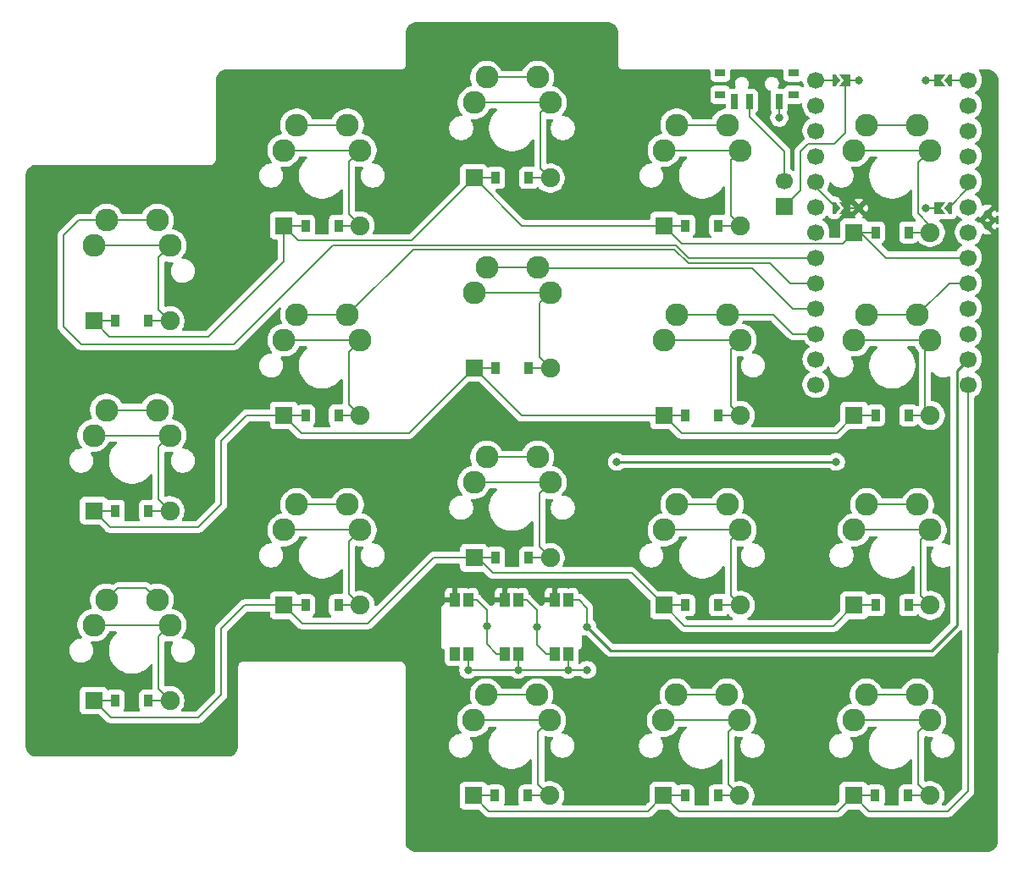
<source format=gbr>
%TF.GenerationSoftware,KiCad,Pcbnew,9.0.4*%
%TF.CreationDate,2025-08-20T23:04:38+02:00*%
%TF.ProjectId,PlusMinus38,506c7573-4d69-46e7-9573-33382e6b6963,v1.0.0*%
%TF.SameCoordinates,Original*%
%TF.FileFunction,Copper,L1,Top*%
%TF.FilePolarity,Positive*%
%FSLAX46Y46*%
G04 Gerber Fmt 4.6, Leading zero omitted, Abs format (unit mm)*
G04 Created by KiCad (PCBNEW 9.0.4) date 2025-08-20 23:04:38*
%MOMM*%
%LPD*%
G01*
G04 APERTURE LIST*
G04 Aperture macros list*
%AMFreePoly0*
4,1,6,0.500000,-0.625000,-0.650000,-0.625000,-0.150000,0.000000,-0.650000,0.625000,0.500000,0.625000,0.500000,-0.625000,0.500000,-0.625000,$1*%
%AMFreePoly1*
4,1,6,0.250000,0.000000,-0.250000,-0.625000,-0.500000,-0.625000,-0.500000,0.625000,-0.250000,0.625000,0.250000,0.000000,0.250000,0.000000,$1*%
G04 Aperture macros list end*
%TA.AperFunction,ComponentPad*%
%ADD10C,0.800000*%
%TD*%
%TA.AperFunction,SMDPad,CuDef*%
%ADD11R,0.700000X1.500000*%
%TD*%
%TA.AperFunction,SMDPad,CuDef*%
%ADD12R,1.000000X0.800000*%
%TD*%
%TA.AperFunction,ComponentPad*%
%ADD13R,1.778000X1.778000*%
%TD*%
%TA.AperFunction,SMDPad,CuDef*%
%ADD14R,0.900000X1.200000*%
%TD*%
%TA.AperFunction,ComponentPad*%
%ADD15C,1.905000*%
%TD*%
%TA.AperFunction,SMDPad,CuDef*%
%ADD16FreePoly0,180.000000*%
%TD*%
%TA.AperFunction,ComponentPad*%
%ADD17C,1.700000*%
%TD*%
%TA.AperFunction,SMDPad,CuDef*%
%ADD18FreePoly1,180.000000*%
%TD*%
%TA.AperFunction,SMDPad,CuDef*%
%ADD19FreePoly0,0.000000*%
%TD*%
%TA.AperFunction,ComponentPad*%
%ADD20C,2.286000*%
%TD*%
%TA.AperFunction,ComponentPad*%
%ADD21R,1.700000X1.700000*%
%TD*%
%TA.AperFunction,SMDPad,CuDef*%
%ADD22FreePoly1,0.000000*%
%TD*%
%TA.AperFunction,SMDPad,CuDef*%
%ADD23R,1.000000X1.400000*%
%TD*%
%TA.AperFunction,ViaPad*%
%ADD24C,0.800000*%
%TD*%
%TA.AperFunction,Conductor*%
%ADD25C,0.200000*%
%TD*%
%TA.AperFunction,Conductor*%
%ADD26C,0.250000*%
%TD*%
G04 APERTURE END LIST*
D10*
%TO.P,,124*%
%TO.N,B+*%
X114050000Y-46350000D03*
%TD*%
D11*
%TO.P,PWR1,3*%
%TO.N,N/C*%
X109554000Y-44696000D03*
%TO.P,PWR1,2*%
%TO.N,PWR+*%
X111054000Y-44696000D03*
%TO.P,PWR1,1*%
%TO.N,B+*%
X114054000Y-44696000D03*
D12*
%TO.P,PWR1,*%
%TO.N,*%
X115454000Y-41836000D03*
X108154000Y-41836000D03*
X115454000Y-44046000D03*
X108154000Y-44046000D03*
%TD*%
D13*
%TO.P,D9,1*%
%TO.N,R0*%
X83530000Y-52380000D03*
D14*
X85690000Y-52380000D03*
%TO.P,D9,2*%
%TO.N,middle_top*%
X88990000Y-52380000D03*
D15*
X91150000Y-52380000D03*
%TD*%
D10*
%TO.P,,*%
%TO.N,VCC*%
X119725611Y-80779000D03*
%TD*%
D13*
%TO.P,D6,1*%
%TO.N,R0*%
X64530000Y-57142500D03*
D14*
X66690000Y-57142500D03*
%TO.P,D6,2*%
%TO.N,ring_top*%
X69990000Y-57142500D03*
D15*
X72150000Y-57142500D03*
%TD*%
D10*
%TO.P,,*%
%TO.N,LED_0_IN*%
X94850000Y-97286250D03*
%TD*%
D13*
%TO.P,D17,1*%
%TO.N,R3*%
X102480000Y-114192500D03*
D14*
X104640000Y-114192500D03*
%TO.P,D17,2*%
%TO.N,thumb_2_home*%
X107940000Y-114192500D03*
D15*
X110100000Y-114192500D03*
%TD*%
D13*
%TO.P,D13,1*%
%TO.N,R2*%
X121530000Y-95142500D03*
D14*
X123690000Y-95142500D03*
%TO.P,D13,2*%
%TO.N,inner_bottom*%
X126990000Y-95142500D03*
D15*
X129150000Y-95142500D03*
%TD*%
D13*
%TO.P,D18,1*%
%TO.N,R3*%
X121480000Y-114192500D03*
D14*
X123640000Y-114192500D03*
%TO.P,D18,2*%
%TO.N,thumb_3_home*%
X126940000Y-114192500D03*
D15*
X129100000Y-114192500D03*
%TD*%
D13*
%TO.P,D12,1*%
%TO.N,R0*%
X102530000Y-57142500D03*
D14*
X104690000Y-57142500D03*
%TO.P,D12,2*%
%TO.N,index_top*%
X107990000Y-57142500D03*
D15*
X110150000Y-57142500D03*
%TD*%
D10*
%TO.P,,124*%
%TO.N,B+*%
X128680000Y-42642500D03*
%TD*%
D16*
%TO.P,,124*%
%TO.N,B+*%
X130055000Y-42642500D03*
%TD*%
D13*
%TO.P,D2,1*%
%TO.N,R1*%
X45530000Y-85667500D03*
D14*
X47690000Y-85667500D03*
%TO.P,D2,2*%
%TO.N,pinky_home*%
X50990000Y-85667500D03*
D15*
X53150000Y-85667500D03*
%TD*%
D17*
%TO.P,MCU1,1*%
%TO.N,N/C*%
X132960000Y-45107500D03*
%TO.P,MCU1,2*%
X132960000Y-47647500D03*
%TO.P,MCU1,3*%
X132960000Y-50187500D03*
%TO.P,MCU1,4*%
%TO.N,V_SEL*%
X132960000Y-52727500D03*
%TO.P,MCU1,5*%
%TO.N,N/C*%
X132960000Y-55267500D03*
%TO.P,MCU1,6*%
X132960000Y-57807500D03*
%TO.P,MCU1,7*%
%TO.N,R0*%
X132960000Y-60347500D03*
%TO.P,MCU1,8*%
%TO.N,C4*%
X132960000Y-62887500D03*
%TO.P,MCU1,9*%
%TO.N,R1*%
X132960000Y-65427500D03*
%TO.P,MCU1,10*%
%TO.N,R2*%
X132960000Y-67967500D03*
%TO.P,MCU1,11*%
%TO.N,LED_0_IN*%
X132960000Y-70507500D03*
%TO.P,MCU1,12*%
%TO.N,R3*%
X132960000Y-73047500D03*
%TO.P,MCU1,13*%
%TO.N,N/C*%
X117720000Y-73047500D03*
%TO.P,MCU1,14*%
X117720000Y-70507500D03*
%TO.P,MCU1,15*%
%TO.N,C3*%
X117720000Y-67967500D03*
%TO.P,MCU1,16*%
%TO.N,C2*%
X117720000Y-65427500D03*
%TO.P,MCU1,17*%
%TO.N,C1*%
X117720000Y-62887500D03*
%TO.P,MCU1,18*%
%TO.N,C0*%
X117720000Y-60347500D03*
%TO.P,MCU1,19*%
%TO.N,N/C*%
X117720000Y-57807500D03*
%TO.P,MCU1,20*%
X117720000Y-55267500D03*
%TO.P,MCU1,21*%
%TO.N,G_SEL*%
X117720000Y-52727500D03*
%TO.P,MCU1,22*%
%TO.N,N/C*%
X117720000Y-50187500D03*
%TO.P,MCU1,23*%
X117720000Y-47647500D03*
%TO.P,MCU1,24*%
X117720000Y-45107500D03*
%TD*%
D10*
%TO.P,,124*%
%TO.N,GND*%
X134850000Y-57150000D03*
%TD*%
D18*
%TO.P,,24*%
%TO.N,V_SEL*%
X130780000Y-55367500D03*
%TD*%
D10*
%TO.P,,124*%
%TO.N,GND*%
X122000000Y-55367500D03*
%TD*%
D13*
%TO.P,D16,1*%
%TO.N,R3*%
X83480000Y-114192500D03*
D14*
X85640000Y-114192500D03*
%TO.P,D16,2*%
%TO.N,thumb_1_home*%
X88940000Y-114192500D03*
D15*
X91100000Y-114192500D03*
%TD*%
D13*
%TO.P,D7,1*%
%TO.N,R2*%
X83530000Y-90380000D03*
D14*
X85690000Y-90380000D03*
%TO.P,D7,2*%
%TO.N,middle_bottom*%
X88990000Y-90380000D03*
D15*
X91150000Y-90380000D03*
%TD*%
D17*
%TO.P,,1*%
%TO.N,POW+*%
X132960000Y-42567500D03*
%TD*%
D19*
%TO.P,,124*%
%TO.N,GND*%
X120625000Y-55367500D03*
%TD*%
D18*
%TO.P,,24*%
%TO.N,POW+*%
X130780000Y-42642500D03*
%TD*%
D13*
%TO.P,D4,1*%
%TO.N,R2*%
X64530000Y-95142500D03*
D14*
X66690000Y-95142500D03*
%TO.P,D4,2*%
%TO.N,ring_bottom*%
X69990000Y-95142500D03*
D15*
X72150000Y-95142500D03*
%TD*%
D13*
%TO.P,D14,1*%
%TO.N,R1*%
X121530000Y-76142500D03*
D14*
X123690000Y-76142500D03*
%TO.P,D14,2*%
%TO.N,inner_home*%
X126990000Y-76142500D03*
D15*
X129150000Y-76142500D03*
%TD*%
D10*
%TO.P,,*%
%TO.N,VCC*%
X97825611Y-80779000D03*
%TD*%
%TO.P,,124*%
%TO.N,B-*%
X122000000Y-42642500D03*
%TD*%
%TO.P,,*%
%TO.N,LED_0_OUT*%
X89850000Y-97286250D03*
%TD*%
%TO.P,,*%
%TO.N,LED_1_OUT*%
X84800000Y-97250000D03*
%TD*%
%TO.P,,124*%
%TO.N,VCC*%
X128680000Y-55367500D03*
%TD*%
D20*
%TO.P,S15,1*%
%TO.N,C4*%
X127880000Y-47062500D03*
X122800000Y-47062500D03*
%TO.P,S15,2*%
%TO.N,inner_top*%
X129150000Y-49602500D03*
X121530000Y-49602500D03*
%TD*%
D19*
%TO.P,,124*%
%TO.N,B-*%
X120625000Y-42642500D03*
%TD*%
D13*
%TO.P,D3,1*%
%TO.N,R0*%
X45530000Y-66667500D03*
D14*
X47690000Y-66667500D03*
%TO.P,D3,2*%
%TO.N,pinky_top*%
X50990000Y-66667500D03*
D15*
X53150000Y-66667500D03*
%TD*%
D13*
%TO.P,D15,1*%
%TO.N,R0*%
X121530000Y-57807500D03*
D14*
X123690000Y-57807500D03*
%TO.P,D15,2*%
%TO.N,inner_top*%
X126990000Y-57807500D03*
D15*
X129150000Y-57807500D03*
%TD*%
D10*
%TO.P,,*%
%TO.N,VCC*%
X94850000Y-101600000D03*
%TD*%
D21*
%TO.P,BAT,1*%
%TO.N,B-*%
X114554000Y-55236000D03*
D17*
%TO.P,BAT,2*%
%TO.N,PWR+*%
X114554000Y-52696000D03*
%TD*%
D13*
%TO.P,D10,1*%
%TO.N,R2*%
X102530000Y-95142500D03*
D14*
X104690000Y-95142500D03*
%TO.P,D10,2*%
%TO.N,index_bottom*%
X107990000Y-95142500D03*
D15*
X110150000Y-95142500D03*
%TD*%
D13*
%TO.P,D11,1*%
%TO.N,R1*%
X102530000Y-76142500D03*
D14*
X104690000Y-76142500D03*
%TO.P,D11,2*%
%TO.N,index_home*%
X107990000Y-76142500D03*
D15*
X110150000Y-76142500D03*
%TD*%
D10*
%TO.P,,124*%
%TO.N,GND*%
X134854000Y-55950000D03*
%TD*%
D16*
%TO.P,,124*%
%TO.N,VCC*%
X130055000Y-55367500D03*
%TD*%
D17*
%TO.P,,1*%
%TO.N,POW-*%
X117720000Y-42567500D03*
%TD*%
D13*
%TO.P,D1,1*%
%TO.N,R2*%
X45530000Y-104667500D03*
D14*
X47690000Y-104667500D03*
%TO.P,D1,2*%
%TO.N,pinky_bottom*%
X50990000Y-104667500D03*
D15*
X53150000Y-104667500D03*
%TD*%
D13*
%TO.P,D8,1*%
%TO.N,R1*%
X83530000Y-71380000D03*
D14*
X85690000Y-71380000D03*
%TO.P,D8,2*%
%TO.N,middle_home*%
X88990000Y-71380000D03*
D15*
X91150000Y-71380000D03*
%TD*%
D22*
%TO.P,,24*%
%TO.N,G_SEL*%
X119900000Y-55367500D03*
%TD*%
%TO.P,,24*%
%TO.N,POW-*%
X119900000Y-42642500D03*
%TD*%
D13*
%TO.P,D5,1*%
%TO.N,R1*%
X64530000Y-76142500D03*
D14*
X66690000Y-76142500D03*
%TO.P,D5,2*%
%TO.N,ring_home*%
X69990000Y-76142500D03*
D15*
X72150000Y-76142500D03*
%TD*%
D20*
%TO.P,S4,1*%
%TO.N,C1*%
X65800000Y-85062500D03*
X70880000Y-85062500D03*
%TO.P,S4,2*%
%TO.N,ring_bottom*%
X64530000Y-87602500D03*
X72150000Y-87602500D03*
%TD*%
%TO.P,S17,1*%
%TO.N,C3*%
X103750000Y-104112500D03*
X108830000Y-104112500D03*
%TO.P,S17,2*%
%TO.N,thumb_2_home*%
X102480000Y-106652500D03*
X110100000Y-106652500D03*
%TD*%
D23*
%TO.P,LED1,1*%
%TO.N,VCC*%
X82990000Y-99986250D03*
%TO.P,LED1,2*%
%TO.N,N/C*%
X81590000Y-99986250D03*
%TO.P,LED1,3*%
%TO.N,GND*%
X81590000Y-94586250D03*
%TO.P,LED1,4*%
%TO.N,LED_1_OUT*%
X82990000Y-94586250D03*
%TD*%
D20*
%TO.P,S9,1*%
%TO.N,C2*%
X84800000Y-42300000D03*
X89880000Y-42300000D03*
%TO.P,S9,2*%
%TO.N,middle_top*%
X83530000Y-44840000D03*
X91150000Y-44840000D03*
%TD*%
%TO.P,S2,1*%
%TO.N,C0*%
X46800000Y-75587500D03*
X51880000Y-75587500D03*
%TO.P,S2,2*%
%TO.N,pinky_home*%
X45530000Y-78127500D03*
X53150000Y-78127500D03*
%TD*%
%TO.P,S3,1*%
%TO.N,C0*%
X46800000Y-56587500D03*
X51880000Y-56587500D03*
%TO.P,S3,2*%
%TO.N,pinky_top*%
X45530000Y-59127500D03*
X53150000Y-59127500D03*
%TD*%
%TO.P,S10,1*%
%TO.N,C3*%
X103800000Y-85062500D03*
X108880000Y-85062500D03*
%TO.P,S10,2*%
%TO.N,index_bottom*%
X102530000Y-87602500D03*
X110150000Y-87602500D03*
%TD*%
%TO.P,S11,1*%
%TO.N,C3*%
X103800000Y-66062500D03*
X108880000Y-66062500D03*
%TO.P,S11,2*%
%TO.N,index_home*%
X102530000Y-68602500D03*
X110150000Y-68602500D03*
%TD*%
%TO.P,S18,1*%
%TO.N,C4*%
X122750000Y-104112500D03*
X127830000Y-104112500D03*
%TO.P,S18,2*%
%TO.N,thumb_3_home*%
X121480000Y-106652500D03*
X129100000Y-106652500D03*
%TD*%
D23*
%TO.P,LED1,1*%
%TO.N,VCC*%
X87990000Y-99986250D03*
%TO.P,LED1,2*%
%TO.N,LED_1_OUT*%
X86590000Y-99986250D03*
%TO.P,LED1,3*%
%TO.N,GND*%
X86590000Y-94586250D03*
%TO.P,LED1,4*%
%TO.N,LED_0_OUT*%
X87990000Y-94586250D03*
%TD*%
D20*
%TO.P,S8,1*%
%TO.N,C2*%
X84800000Y-61300000D03*
X89880000Y-61300000D03*
%TO.P,S8,2*%
%TO.N,middle_home*%
X83530000Y-63840000D03*
X91150000Y-63840000D03*
%TD*%
%TO.P,S6,1*%
%TO.N,C1*%
X65800000Y-47062500D03*
X70880000Y-47062500D03*
%TO.P,S6,2*%
%TO.N,ring_top*%
X64530000Y-49602500D03*
X72150000Y-49602500D03*
%TD*%
D23*
%TO.P,LED1,1*%
%TO.N,VCC*%
X92990000Y-99986250D03*
%TO.P,LED1,2*%
%TO.N,LED_0_OUT*%
X91590000Y-99986250D03*
%TO.P,LED1,3*%
%TO.N,GND*%
X91590000Y-94586250D03*
%TO.P,LED1,4*%
%TO.N,LED_0_IN*%
X92990000Y-94586250D03*
%TD*%
D20*
%TO.P,S1,1*%
%TO.N,C0*%
X46800000Y-94587500D03*
X51880000Y-94587500D03*
%TO.P,S1,2*%
%TO.N,pinky_bottom*%
X45530000Y-97127500D03*
X53150000Y-97127500D03*
%TD*%
%TO.P,S12,1*%
%TO.N,C3*%
X103800000Y-47062500D03*
X108880000Y-47062500D03*
%TO.P,S12,2*%
%TO.N,index_top*%
X102530000Y-49602500D03*
X110150000Y-49602500D03*
%TD*%
%TO.P,S7,1*%
%TO.N,C2*%
X84800000Y-80300000D03*
X89880000Y-80300000D03*
%TO.P,S7,2*%
%TO.N,middle_bottom*%
X83530000Y-82840000D03*
X91150000Y-82840000D03*
%TD*%
%TO.P,S16,1*%
%TO.N,C2*%
X84750000Y-104112500D03*
X89830000Y-104112500D03*
%TO.P,S16,2*%
%TO.N,thumb_1_home*%
X83480000Y-106652500D03*
X91100000Y-106652500D03*
%TD*%
%TO.P,S14,1*%
%TO.N,C4*%
X122800000Y-66062500D03*
X127880000Y-66062500D03*
%TO.P,S14,2*%
%TO.N,inner_home*%
X121530000Y-68602500D03*
X129150000Y-68602500D03*
%TD*%
%TO.P,S5,1*%
%TO.N,C1*%
X65800000Y-66062500D03*
X70880000Y-66062500D03*
%TO.P,S5,2*%
%TO.N,ring_home*%
X64530000Y-68602500D03*
X72150000Y-68602500D03*
%TD*%
%TO.P,S13,1*%
%TO.N,C4*%
X122800000Y-85062500D03*
X127880000Y-85062500D03*
%TO.P,S13,2*%
%TO.N,inner_bottom*%
X121530000Y-87602500D03*
X129150000Y-87602500D03*
%TD*%
D24*
%TO.N,GND*%
X87952958Y-93108750D03*
X92952958Y-93108750D03*
X82952958Y-93108750D03*
%TO.N,VCC*%
X87950000Y-101600000D03*
X92950000Y-101600000D03*
X82950000Y-101600000D03*
%TD*%
D25*
%TO.N,B+*%
X114054000Y-44696000D02*
X114054000Y-46346000D01*
X114054000Y-46346000D02*
X114050000Y-46350000D01*
X114100000Y-44742000D02*
X114054000Y-44696000D01*
%TO.N,B-*%
X119564000Y-48936000D02*
X120625000Y-47875000D01*
X116954000Y-48936000D02*
X119564000Y-48936000D01*
X116204000Y-49686000D02*
X116954000Y-48936000D01*
X116204000Y-53586000D02*
X116204000Y-49686000D01*
X114554000Y-55236000D02*
X116204000Y-53586000D01*
X120625000Y-47875000D02*
X120625000Y-42642500D01*
%TO.N,VCC*%
X128680000Y-55367500D02*
X130055000Y-55367500D01*
%TO.N,GND*%
X82167500Y-93108750D02*
X81590000Y-93686250D01*
X87952958Y-93108750D02*
X87167500Y-93108750D01*
X92167500Y-93108750D02*
X91590000Y-93686250D01*
X81590000Y-93686250D02*
X81590000Y-94586250D01*
X87167500Y-93108750D02*
X86590000Y-93686250D01*
X86590000Y-93686250D02*
X86590000Y-94586250D01*
X91590000Y-93686250D02*
X91590000Y-94586250D01*
X82952958Y-93108750D02*
X82167500Y-93108750D01*
X92952958Y-93108750D02*
X92167500Y-93108750D01*
%TO.N,VCC*%
X92950000Y-101600000D02*
X92950000Y-100026250D01*
X92950000Y-100026250D02*
X92990000Y-99986250D01*
D26*
X97925611Y-80779000D02*
X97825611Y-80679000D01*
D25*
X87950000Y-101600000D02*
X87950000Y-100026250D01*
%TO.N,GND*%
X120625000Y-55367500D02*
X122000000Y-55367500D01*
%TO.N,VCC*%
X92950000Y-101600000D02*
X94850000Y-101600000D01*
X82950000Y-100026250D02*
X82990000Y-99986250D01*
D26*
X119725611Y-80779000D02*
X97925611Y-80779000D01*
D25*
X82950000Y-101600000D02*
X87950000Y-101600000D01*
X87950000Y-100026250D02*
X87990000Y-99986250D01*
X87950000Y-101600000D02*
X92950000Y-101600000D01*
X82950000Y-101600000D02*
X82950000Y-100026250D01*
%TO.N,C4*%
X127880000Y-66062500D02*
X131055000Y-62887500D01*
X122750000Y-104112500D02*
X127830000Y-104112500D01*
X131055000Y-62887500D02*
X132960000Y-62887500D01*
X122800000Y-85062500D02*
X127880000Y-85062500D01*
X122800000Y-66062500D02*
X127880000Y-66062500D01*
X122800000Y-47062500D02*
X127880000Y-47062500D01*
%TO.N,C3*%
X103800000Y-66062500D02*
X108880000Y-66062500D01*
X103800000Y-85062500D02*
X108880000Y-85062500D01*
X103750000Y-104112500D02*
X108830000Y-104112500D01*
X113487000Y-66062500D02*
X115392000Y-67967500D01*
X115392000Y-67967500D02*
X117720000Y-67967500D01*
X108880000Y-66062500D02*
X113487000Y-66062500D01*
X103800000Y-47062500D02*
X108880000Y-47062500D01*
%TO.N,C2*%
X84800000Y-61300000D02*
X89880000Y-61300000D01*
X111354000Y-61389500D02*
X89969500Y-61389500D01*
X84750000Y-104112500D02*
X89830000Y-104112500D01*
X89969500Y-61389500D02*
X89880000Y-61300000D01*
X111354000Y-61389500D02*
X115392000Y-65427500D01*
X117720000Y-65427500D02*
X115392000Y-65427500D01*
X84800000Y-42300000D02*
X89880000Y-42300000D01*
X84800000Y-80300000D02*
X89880000Y-80300000D01*
%TO.N,C1*%
X65800000Y-47062500D02*
X70880000Y-47062500D01*
X77438000Y-59504500D02*
X70880000Y-66062500D01*
X117720000Y-62887500D02*
X115138000Y-62887500D01*
X65800000Y-66062500D02*
X70880000Y-66062500D01*
X104944900Y-60881500D02*
X103567900Y-59504500D01*
X115138000Y-62887500D02*
X113132000Y-60881500D01*
X65800000Y-85062500D02*
X70880000Y-85062500D01*
X113132000Y-60881500D02*
X104944900Y-60881500D01*
X103567900Y-59504500D02*
X77438000Y-59504500D01*
%TO.N,C0*%
X44020000Y-56587500D02*
X46800000Y-56587500D01*
X117720000Y-60347500D02*
X117694000Y-60373500D01*
X42520000Y-67231500D02*
X42520000Y-58087500D01*
X47943000Y-93444500D02*
X50737000Y-93444500D01*
X44298000Y-69009500D02*
X42520000Y-67231500D01*
X69444000Y-59103500D02*
X59538000Y-69009500D01*
X105004000Y-60373500D02*
X103734000Y-59103500D01*
X46800000Y-75587500D02*
X51880000Y-75587500D01*
X103734000Y-59103500D02*
X69444000Y-59103500D01*
X46800000Y-56587500D02*
X51880000Y-56587500D01*
X42520000Y-58087500D02*
X44020000Y-56587500D01*
X117694000Y-60373500D02*
X105004000Y-60373500D01*
X50737000Y-93444500D02*
X51880000Y-94587500D01*
X46800000Y-94587500D02*
X47943000Y-93444500D01*
X59538000Y-69009500D02*
X44298000Y-69009500D01*
%TO.N,R0*%
X47110000Y-68247500D02*
X56997999Y-68247500D01*
X65983000Y-58595500D02*
X77318000Y-58595500D01*
X83530000Y-52380000D02*
X85690000Y-52380000D01*
X56997999Y-68247500D02*
X64530000Y-60715499D01*
X88292500Y-57142500D02*
X102530000Y-57142500D01*
X120379000Y-58958500D02*
X121379881Y-57957619D01*
X45530000Y-66667500D02*
X47110000Y-68247500D01*
X121530000Y-57807500D02*
X122195000Y-57807500D01*
X83530000Y-52383500D02*
X83530000Y-52380000D01*
X64530000Y-57142500D02*
X65983000Y-58595500D01*
X124735000Y-60347500D02*
X132960000Y-60347500D01*
X45530000Y-66667500D02*
X47690000Y-66667500D01*
X121530000Y-57807500D02*
X123690000Y-57807500D01*
X104346000Y-58958500D02*
X120379000Y-58958500D01*
X102530000Y-57142500D02*
X104690000Y-57142500D01*
X64530000Y-60715499D02*
X64530000Y-57142500D01*
X83530000Y-52380000D02*
X88292500Y-57142500D01*
X102530000Y-57142500D02*
X104346000Y-58958500D01*
X64530000Y-57142500D02*
X66690000Y-57142500D01*
X122195000Y-57807500D02*
X124735000Y-60347500D01*
X77318000Y-58595500D02*
X83530000Y-52383500D01*
%TO.N,R1*%
X58268000Y-78661500D02*
X60787000Y-76142500D01*
X104287000Y-77899500D02*
X119773000Y-77899500D01*
X66287000Y-77899500D02*
X77010500Y-77899500D01*
X88292500Y-76142500D02*
X102530000Y-76142500D01*
X64530000Y-76142500D02*
X66690000Y-76142500D01*
X102530000Y-76142500D02*
X104690000Y-76142500D01*
X55982000Y-87297500D02*
X58268000Y-85011500D01*
X45530000Y-85667500D02*
X47690000Y-85667500D01*
X60787000Y-76142500D02*
X64530000Y-76142500D01*
X45530000Y-85667500D02*
X47160000Y-87297500D01*
X83530000Y-71380000D02*
X85690000Y-71380000D01*
X58268000Y-85011500D02*
X58268000Y-78661500D01*
X77010500Y-77899500D02*
X83530000Y-71380000D01*
X119773000Y-77899500D02*
X121530000Y-76142500D01*
X102530000Y-76142500D02*
X104287000Y-77899500D01*
X121530000Y-76142500D02*
X123690000Y-76142500D01*
X83530000Y-71380000D02*
X88292500Y-76142500D01*
X47160000Y-87297500D02*
X55982000Y-87297500D01*
X64530000Y-76142500D02*
X66287000Y-77899500D01*
%TO.N,R3*%
X132960000Y-113708390D02*
X132960000Y-73047500D01*
X102480000Y-114192500D02*
X104640000Y-114192500D01*
X130922890Y-115745500D02*
X132960000Y-113708390D01*
X121480000Y-114192500D02*
X123640000Y-114192500D01*
X100927000Y-115745500D02*
X102480000Y-114192500D01*
X102480000Y-114192500D02*
X104033000Y-115745500D01*
X121480000Y-114192500D02*
X123033000Y-115745500D01*
X83480000Y-114192500D02*
X85640000Y-114192500D01*
X123033000Y-115745500D02*
X130922890Y-115745500D01*
X85033000Y-115745500D02*
X100927000Y-115745500D01*
X83480000Y-114192500D02*
X85033000Y-115745500D01*
X119927000Y-115745500D02*
X121480000Y-114192500D01*
X104033000Y-115745500D02*
X119927000Y-115745500D01*
%TO.N,R2*%
X102530000Y-95142500D02*
X104591000Y-97203500D01*
X83530000Y-90380000D02*
X83931625Y-90380000D01*
X79470000Y-90380000D02*
X83530000Y-90380000D01*
X45530000Y-104667500D02*
X47690000Y-104667500D01*
X66337000Y-96949500D02*
X72900500Y-96949500D01*
X83931625Y-90380000D02*
X85451625Y-91900000D01*
X47210000Y-106347500D02*
X55982000Y-106347500D01*
X64530000Y-95142500D02*
X66337000Y-96949500D01*
X58268000Y-97457500D02*
X60583000Y-95142500D01*
X104591000Y-97203500D02*
X119469000Y-97203500D01*
X85451625Y-91900000D02*
X99287500Y-91900000D01*
X119469000Y-97203500D02*
X121530000Y-95142500D01*
X58268000Y-104061500D02*
X58268000Y-97457500D01*
X121530000Y-95142500D02*
X123690000Y-95142500D01*
X102530000Y-95142500D02*
X104690000Y-95142500D01*
X64530000Y-95142500D02*
X66690000Y-95142500D01*
X45530000Y-104667500D02*
X47210000Y-106347500D01*
X83530000Y-90380000D02*
X85690000Y-90380000D01*
X72900500Y-96949500D02*
X79470000Y-90380000D01*
X99287500Y-91900000D02*
X102530000Y-95142500D01*
X60583000Y-95142500D02*
X64530000Y-95142500D01*
X55982000Y-106347500D02*
X58268000Y-104061500D01*
%TO.N,pinky_bottom*%
X45530000Y-97127500D02*
X53150000Y-97127500D01*
X53150000Y-97127500D02*
X52007000Y-98270500D01*
X50990000Y-104667500D02*
X53150000Y-104667500D01*
X52007000Y-98270500D02*
X52007000Y-103524500D01*
X52007000Y-103524500D02*
X53150000Y-104667500D01*
%TO.N,pinky_home*%
X45530000Y-78127500D02*
X53150000Y-78127500D01*
X53150000Y-78127500D02*
X52007000Y-79270500D01*
X50990000Y-85667500D02*
X53150000Y-85667500D01*
X52007000Y-79270500D02*
X52007000Y-84524500D01*
X52007000Y-84524500D02*
X53150000Y-85667500D01*
%TO.N,pinky_top*%
X45530000Y-59127500D02*
X53150000Y-59127500D01*
X52007000Y-65524500D02*
X53150000Y-66667500D01*
X53150000Y-59127500D02*
X52007000Y-60270500D01*
X50990000Y-66667500D02*
X53150000Y-66667500D01*
X52007000Y-60270500D02*
X52007000Y-65524500D01*
%TO.N,ring_bottom*%
X64530000Y-87602500D02*
X72150000Y-87602500D01*
X71007000Y-93999500D02*
X72150000Y-95142500D01*
X72150000Y-87602500D02*
X71007000Y-88745500D01*
X69990000Y-95142500D02*
X72150000Y-95142500D01*
X71007000Y-88745500D02*
X71007000Y-93999500D01*
%TO.N,ring_home*%
X71007000Y-74999500D02*
X72150000Y-76142500D01*
X69990000Y-76142500D02*
X72150000Y-76142500D01*
X71007000Y-69745500D02*
X71007000Y-74999500D01*
X72150000Y-68602500D02*
X71007000Y-69745500D01*
X72150000Y-68602500D02*
X64530000Y-68602500D01*
%TO.N,ring_top*%
X69990000Y-57142500D02*
X72150000Y-57142500D01*
X71007000Y-50745500D02*
X71007000Y-55999500D01*
X71007000Y-55999500D02*
X72150000Y-57142500D01*
X64530000Y-49602500D02*
X72150000Y-49602500D01*
X72150000Y-49602500D02*
X71007000Y-50745500D01*
%TO.N,middle_bottom*%
X90052500Y-83937500D02*
X90052500Y-89282500D01*
X90052500Y-89282500D02*
X91150000Y-90380000D01*
X88990000Y-90380000D02*
X91150000Y-90380000D01*
X83530000Y-82840000D02*
X91150000Y-82840000D01*
X91150000Y-82840000D02*
X90052500Y-83937500D01*
%TO.N,middle_home*%
X91150000Y-63840000D02*
X90102500Y-64887500D01*
X90102500Y-64887500D02*
X90102500Y-70332500D01*
X88990000Y-71380000D02*
X91150000Y-71380000D01*
X90102500Y-70332500D02*
X91150000Y-71380000D01*
X83530000Y-63840000D02*
X91150000Y-63840000D01*
%TO.N,middle_top*%
X91150000Y-44840000D02*
X90152500Y-45837500D01*
X88990000Y-52380000D02*
X91150000Y-52380000D01*
X83530000Y-44840000D02*
X91150000Y-44840000D01*
X90152500Y-51382500D02*
X91150000Y-52380000D01*
X90152500Y-45837500D02*
X90152500Y-51382500D01*
%TO.N,index_bottom*%
X110150000Y-95142500D02*
X109197500Y-94190000D01*
X107990000Y-95142500D02*
X110150000Y-95142500D01*
X102530000Y-87602500D02*
X110150000Y-87602500D01*
X109197500Y-94190000D02*
X109197500Y-88555000D01*
X109197500Y-88555000D02*
X110150000Y-87602500D01*
%TO.N,index_home*%
X102530000Y-68602500D02*
X110150000Y-68602500D01*
X109197500Y-75190000D02*
X109197500Y-69555000D01*
X107990000Y-76142500D02*
X110150000Y-76142500D01*
X109197500Y-69555000D02*
X110150000Y-68602500D01*
X110150000Y-76142500D02*
X109197500Y-75190000D01*
%TO.N,index_top*%
X107990000Y-57142500D02*
X110150000Y-57142500D01*
X110150000Y-57142500D02*
X109197500Y-56190000D01*
X109197500Y-50555000D02*
X110150000Y-49602500D01*
X102530000Y-49602500D02*
X110150000Y-49602500D01*
X109197500Y-56190000D02*
X109197500Y-50555000D01*
%TO.N,inner_bottom*%
X129150000Y-95142500D02*
X128197500Y-94190000D01*
X126990000Y-95142500D02*
X129150000Y-95142500D01*
X121530000Y-87602500D02*
X129150000Y-87602500D01*
X128197500Y-88555000D02*
X129150000Y-87602500D01*
X128197500Y-94190000D02*
X128197500Y-88555000D01*
%TO.N,inner_home*%
X128620264Y-69132236D02*
X129150000Y-68602500D01*
X126990000Y-76142500D02*
X129150000Y-76142500D01*
X121530000Y-68602500D02*
X129150000Y-68602500D01*
X129150000Y-76142500D02*
X128620264Y-75612764D01*
X128620264Y-75612764D02*
X128620264Y-69132236D01*
%TO.N,inner_top*%
X129150000Y-57807500D02*
X126990000Y-57807500D01*
X127940000Y-55932500D02*
X127940000Y-50812500D01*
X129150000Y-57142500D02*
X127940000Y-55932500D01*
X121530000Y-49602500D02*
X129150000Y-49602500D01*
X127940000Y-50812500D02*
X129150000Y-49602500D01*
X129150000Y-57807500D02*
X129150000Y-57142500D01*
%TO.N,thumb_1_home*%
X89957000Y-113049500D02*
X91100000Y-114192500D01*
X89957000Y-107795500D02*
X89957000Y-113049500D01*
X88940000Y-114192500D02*
X91100000Y-114192500D01*
X91100000Y-106652500D02*
X89957000Y-107795500D01*
X83480000Y-106652500D02*
X91100000Y-106652500D01*
%TO.N,thumb_2_home*%
X102480000Y-106652500D02*
X110100000Y-106652500D01*
X108957000Y-107795500D02*
X108957000Y-113049500D01*
X108957000Y-113049500D02*
X110100000Y-114192500D01*
X110100000Y-106652500D02*
X108957000Y-107795500D01*
X107940000Y-114192500D02*
X110100000Y-114192500D01*
%TO.N,thumb_3_home*%
X121480000Y-106652500D02*
X129100000Y-106652500D01*
X127957000Y-107795500D02*
X127957000Y-113049500D01*
X127957000Y-113049500D02*
X129100000Y-114192500D01*
X129100000Y-106652500D02*
X127957000Y-107795500D01*
X126940000Y-114192500D02*
X129100000Y-114192500D01*
%TO.N,B-*%
X120625000Y-42642500D02*
X122000000Y-42642500D01*
%TO.N,B+*%
X128680000Y-42642500D02*
X130055000Y-42642500D01*
%TO.N,POW-*%
X119825000Y-42567500D02*
X119900000Y-42642500D01*
X117720000Y-42567500D02*
X119825000Y-42567500D01*
%TO.N,POW+*%
X130855000Y-42567500D02*
X130780000Y-42642500D01*
X132960000Y-42567500D02*
X130855000Y-42567500D01*
%TO.N,G_SEL*%
X117720000Y-52727500D02*
X117720000Y-53280445D01*
X119807055Y-55367500D02*
X119900000Y-55367500D01*
X117720000Y-53280445D02*
X119807055Y-55367500D01*
%TO.N,V_SEL*%
X132960000Y-53344611D02*
X130937111Y-55367500D01*
X132960000Y-52727500D02*
X132960000Y-53344611D01*
X130937111Y-55367500D02*
X130780000Y-55367500D01*
%TO.N,PWR+*%
X111054000Y-46236000D02*
X114554000Y-49736000D01*
X111054000Y-44696000D02*
X111054000Y-46236000D01*
X114554000Y-49736000D02*
X114554000Y-52696000D01*
%TO.N,LED_1_OUT*%
X85790058Y-99986250D02*
X84800000Y-98996192D01*
X84800000Y-98996192D02*
X84800000Y-97250000D01*
X83789942Y-94586250D02*
X82990000Y-94586250D01*
X84800000Y-95596308D02*
X83789942Y-94586250D01*
X86590000Y-99986250D02*
X85790058Y-99986250D01*
X84800000Y-95596308D02*
X84800000Y-97250000D01*
%TO.N,LED_0_OUT*%
X88789942Y-94586250D02*
X87990000Y-94586250D01*
X90790058Y-99986250D02*
X91590000Y-99986250D01*
X89850000Y-95646308D02*
X88789942Y-94586250D01*
X89850000Y-97286250D02*
X89850000Y-99046192D01*
X89850000Y-99046192D02*
X90790058Y-99986250D01*
X89850000Y-97286250D02*
X89850000Y-95646308D01*
D26*
%TO.N,LED_0_IN*%
X97213750Y-99650000D02*
X94850000Y-97286250D01*
X131784000Y-71683500D02*
X131784000Y-97116000D01*
X129250000Y-99650000D02*
X97213750Y-99650000D01*
D25*
X94850000Y-95400000D02*
X94036250Y-94586250D01*
X94850000Y-97090000D02*
X94850000Y-95400000D01*
X94036250Y-94586250D02*
X92990000Y-94586250D01*
X94740000Y-97200000D02*
X94850000Y-97090000D01*
D26*
X132960000Y-70507500D02*
X131784000Y-71683500D01*
X131784000Y-97116000D02*
X129250000Y-99650000D01*
%TD*%
%TA.AperFunction,Conductor*%
%TO.N,GND*%
G36*
X96870394Y-36755971D02*
G01*
X97045116Y-36771258D01*
X97066401Y-36775011D01*
X97124499Y-36790578D01*
X97230577Y-36819001D01*
X97250878Y-36826390D01*
X97404920Y-36898221D01*
X97423636Y-36909027D01*
X97562858Y-37006511D01*
X97579416Y-37020405D01*
X97699594Y-37140583D01*
X97713488Y-37157141D01*
X97810972Y-37296363D01*
X97821779Y-37315081D01*
X97893606Y-37469114D01*
X97900999Y-37489426D01*
X97944988Y-37653598D01*
X97948741Y-37674883D01*
X97964028Y-37849604D01*
X97964500Y-37860412D01*
X97964500Y-41083391D01*
X97998608Y-41210687D01*
X98031554Y-41267750D01*
X98064500Y-41324814D01*
X98157686Y-41418000D01*
X98271814Y-41483892D01*
X98399108Y-41518000D01*
X107029500Y-41518000D01*
X107096539Y-41537685D01*
X107142294Y-41590489D01*
X107153500Y-41642000D01*
X107153500Y-42283870D01*
X107153501Y-42283876D01*
X107159908Y-42343483D01*
X107210202Y-42478328D01*
X107210206Y-42478335D01*
X107296452Y-42593544D01*
X107296455Y-42593547D01*
X107411664Y-42679793D01*
X107411671Y-42679797D01*
X107546517Y-42730091D01*
X107546516Y-42730091D01*
X107553444Y-42730835D01*
X107606127Y-42736500D01*
X108701872Y-42736499D01*
X108761483Y-42730091D01*
X108896331Y-42679796D01*
X109011546Y-42593546D01*
X109097796Y-42478331D01*
X109148091Y-42343483D01*
X109154500Y-42283873D01*
X109154499Y-41641999D01*
X109174183Y-41574961D01*
X109226987Y-41529206D01*
X109278499Y-41518000D01*
X114329500Y-41518000D01*
X114396539Y-41537685D01*
X114442294Y-41590489D01*
X114453500Y-41642000D01*
X114453500Y-42283870D01*
X114453501Y-42283876D01*
X114459908Y-42343483D01*
X114510202Y-42478328D01*
X114510206Y-42478335D01*
X114596452Y-42593544D01*
X114596455Y-42593547D01*
X114711664Y-42679793D01*
X114711671Y-42679797D01*
X114846517Y-42730091D01*
X114846516Y-42730091D01*
X114853444Y-42730835D01*
X114906127Y-42736500D01*
X116001872Y-42736499D01*
X116061483Y-42730091D01*
X116196331Y-42679796D01*
X116196333Y-42679794D01*
X116202205Y-42676589D01*
X116270477Y-42661735D01*
X116335942Y-42686150D01*
X116377815Y-42742082D01*
X116384108Y-42766021D01*
X116400103Y-42867007D01*
X116402754Y-42883743D01*
X116462963Y-43069047D01*
X116468444Y-43085914D01*
X116489938Y-43128098D01*
X116502834Y-43196767D01*
X116476558Y-43261507D01*
X116419452Y-43301765D01*
X116349646Y-43304757D01*
X116305142Y-43283660D01*
X116291490Y-43273440D01*
X116196331Y-43202204D01*
X116196329Y-43202203D01*
X116196328Y-43202202D01*
X116061482Y-43151908D01*
X116061483Y-43151908D01*
X116001883Y-43145501D01*
X116001881Y-43145500D01*
X116001873Y-43145500D01*
X116001864Y-43145500D01*
X114906129Y-43145500D01*
X114906123Y-43145501D01*
X114846516Y-43151908D01*
X114711671Y-43202202D01*
X114711664Y-43202206D01*
X114596456Y-43288452D01*
X114596455Y-43288453D01*
X114596454Y-43288454D01*
X114516087Y-43395811D01*
X114460153Y-43437682D01*
X114416820Y-43445500D01*
X114036680Y-43445500D01*
X113969641Y-43425815D01*
X113923886Y-43373011D01*
X113913942Y-43303853D01*
X113923738Y-43273976D01*
X113922444Y-43273440D01*
X113975437Y-43145501D01*
X113977580Y-43140328D01*
X113993082Y-43062396D01*
X114004500Y-43004995D01*
X114004500Y-42867004D01*
X113977581Y-42731677D01*
X113977580Y-42731676D01*
X113977580Y-42731672D01*
X113958724Y-42686150D01*
X113924778Y-42604195D01*
X113924771Y-42604182D01*
X113848114Y-42489458D01*
X113848111Y-42489454D01*
X113750545Y-42391888D01*
X113750541Y-42391885D01*
X113635817Y-42315228D01*
X113635804Y-42315221D01*
X113508332Y-42262421D01*
X113508322Y-42262418D01*
X113372995Y-42235500D01*
X113372993Y-42235500D01*
X113235007Y-42235500D01*
X113235005Y-42235500D01*
X113099677Y-42262418D01*
X113099667Y-42262421D01*
X112972195Y-42315221D01*
X112972182Y-42315228D01*
X112857458Y-42391885D01*
X112857454Y-42391888D01*
X112759888Y-42489454D01*
X112759885Y-42489458D01*
X112683228Y-42604182D01*
X112683221Y-42604195D01*
X112630421Y-42731667D01*
X112630418Y-42731677D01*
X112603500Y-42867004D01*
X112603500Y-42867007D01*
X112603500Y-43004993D01*
X112603500Y-43004995D01*
X112603499Y-43004995D01*
X112630418Y-43140322D01*
X112630421Y-43140332D01*
X112683221Y-43267804D01*
X112683228Y-43267817D01*
X112759885Y-43382541D01*
X112759888Y-43382545D01*
X112857454Y-43480111D01*
X112857458Y-43480114D01*
X112972182Y-43556771D01*
X112972195Y-43556778D01*
X113043730Y-43586408D01*
X113099672Y-43609580D01*
X113138876Y-43617378D01*
X113200785Y-43649762D01*
X113235359Y-43710478D01*
X113231620Y-43780247D01*
X113230866Y-43782327D01*
X113209908Y-43838519D01*
X113208035Y-43855943D01*
X113203501Y-43898123D01*
X113203500Y-43898135D01*
X113203500Y-45493870D01*
X113203501Y-45493876D01*
X113209908Y-45553483D01*
X113260202Y-45688328D01*
X113260204Y-45688331D01*
X113286288Y-45723175D01*
X113310705Y-45788640D01*
X113295853Y-45856913D01*
X113290123Y-45866376D01*
X113251991Y-45923444D01*
X113251987Y-45923452D01*
X113184106Y-46087332D01*
X113184103Y-46087341D01*
X113149500Y-46261304D01*
X113149500Y-46438695D01*
X113184103Y-46612658D01*
X113184106Y-46612667D01*
X113251983Y-46776540D01*
X113251990Y-46776553D01*
X113350535Y-46924034D01*
X113350538Y-46924038D01*
X113475961Y-47049461D01*
X113475965Y-47049464D01*
X113623446Y-47148009D01*
X113623459Y-47148016D01*
X113729276Y-47191846D01*
X113787334Y-47215894D01*
X113787336Y-47215894D01*
X113787341Y-47215896D01*
X113961304Y-47250499D01*
X113961307Y-47250500D01*
X113961309Y-47250500D01*
X114138693Y-47250500D01*
X114138694Y-47250499D01*
X114196682Y-47238964D01*
X114312658Y-47215896D01*
X114312661Y-47215894D01*
X114312666Y-47215894D01*
X114476547Y-47148013D01*
X114624035Y-47049464D01*
X114749464Y-46924035D01*
X114848013Y-46776547D01*
X114915894Y-46612666D01*
X114917476Y-46604716D01*
X114945554Y-46463555D01*
X114950500Y-46438691D01*
X114950500Y-46261309D01*
X114950500Y-46261306D01*
X114950499Y-46261304D01*
X114915896Y-46087341D01*
X114915893Y-46087332D01*
X114848015Y-45923457D01*
X114848014Y-45923456D01*
X114848013Y-45923453D01*
X114813647Y-45872022D01*
X114792770Y-45805346D01*
X114811254Y-45737965D01*
X114817459Y-45728854D01*
X114847796Y-45688331D01*
X114898091Y-45553483D01*
X114904500Y-45493873D01*
X114904499Y-45070498D01*
X114924183Y-45003460D01*
X114976987Y-44957705D01*
X115028494Y-44946499D01*
X116001872Y-44946499D01*
X116061483Y-44940091D01*
X116196331Y-44889796D01*
X116196331Y-44889795D01*
X116202167Y-44887619D01*
X116271858Y-44882635D01*
X116333181Y-44916120D01*
X116366666Y-44977443D01*
X116369500Y-45003801D01*
X116369500Y-45213786D01*
X116402002Y-45419000D01*
X116402754Y-45423743D01*
X116459263Y-45597660D01*
X116468444Y-45625914D01*
X116564951Y-45815320D01*
X116689890Y-45987286D01*
X116840213Y-46137609D01*
X117012182Y-46262550D01*
X117020946Y-46267016D01*
X117071742Y-46314991D01*
X117088536Y-46382812D01*
X117065998Y-46448947D01*
X117020946Y-46487984D01*
X117012182Y-46492449D01*
X116840213Y-46617390D01*
X116689890Y-46767713D01*
X116564951Y-46939679D01*
X116468444Y-47129085D01*
X116402753Y-47331260D01*
X116369500Y-47541213D01*
X116369500Y-47753786D01*
X116402002Y-47959000D01*
X116402754Y-47963743D01*
X116467196Y-48162075D01*
X116468444Y-48165914D01*
X116564721Y-48354869D01*
X116569282Y-48379159D01*
X116577920Y-48402316D01*
X116575618Y-48412896D01*
X116577617Y-48423539D01*
X116568321Y-48446441D01*
X116563069Y-48470589D01*
X116553133Y-48483861D01*
X116551341Y-48488279D01*
X116541919Y-48498844D01*
X116513478Y-48527286D01*
X116473480Y-48567284D01*
X115723481Y-49317282D01*
X115723479Y-49317285D01*
X115673361Y-49404094D01*
X115673359Y-49404096D01*
X115644425Y-49454209D01*
X115644424Y-49454210D01*
X115639350Y-49473148D01*
X115603499Y-49606943D01*
X115603499Y-49606945D01*
X115603499Y-49775046D01*
X115603500Y-49775059D01*
X115603500Y-51545831D01*
X115600561Y-51555837D01*
X115601817Y-51566189D01*
X115590886Y-51588787D01*
X115583815Y-51612870D01*
X115575935Y-51619697D01*
X115571394Y-51629087D01*
X115549978Y-51642189D01*
X115531011Y-51658625D01*
X115520690Y-51660108D01*
X115511794Y-51665552D01*
X115486698Y-51664996D01*
X115461853Y-51668569D01*
X115450512Y-51664195D01*
X115441942Y-51664006D01*
X115415941Y-51650864D01*
X115410169Y-51648638D01*
X115408347Y-51647409D01*
X115261816Y-51540949D01*
X115215451Y-51517324D01*
X115209169Y-51513088D01*
X115191517Y-51491782D01*
X115171409Y-51472791D01*
X115169288Y-51464951D01*
X115164594Y-51459285D01*
X115162025Y-51438099D01*
X115154500Y-51410281D01*
X115154500Y-49656945D01*
X115154500Y-49656943D01*
X115113577Y-49504216D01*
X115084709Y-49454215D01*
X115034524Y-49367290D01*
X115034521Y-49367286D01*
X115034520Y-49367284D01*
X114922716Y-49255480D01*
X114922715Y-49255479D01*
X114918385Y-49251149D01*
X114918374Y-49251139D01*
X111696450Y-46029215D01*
X111662965Y-45967892D01*
X111667949Y-45898200D01*
X111709818Y-45842268D01*
X111761546Y-45803546D01*
X111847796Y-45688331D01*
X111898091Y-45553483D01*
X111904500Y-45493873D01*
X111904499Y-43898128D01*
X111898091Y-43838517D01*
X111892337Y-43823091D01*
X111847797Y-43703671D01*
X111847793Y-43703664D01*
X111761547Y-43588455D01*
X111761544Y-43588452D01*
X111646335Y-43502206D01*
X111646328Y-43502202D01*
X111511482Y-43451908D01*
X111511483Y-43451908D01*
X111451883Y-43445501D01*
X111451881Y-43445500D01*
X111451873Y-43445500D01*
X111451865Y-43445500D01*
X111036680Y-43445500D01*
X110969641Y-43425815D01*
X110923886Y-43373011D01*
X110913942Y-43303853D01*
X110923738Y-43273976D01*
X110922444Y-43273440D01*
X110975437Y-43145501D01*
X110977580Y-43140328D01*
X110993082Y-43062396D01*
X111004500Y-43004995D01*
X111004500Y-42867004D01*
X110977581Y-42731677D01*
X110977580Y-42731676D01*
X110977580Y-42731672D01*
X110958724Y-42686150D01*
X110924778Y-42604195D01*
X110924771Y-42604182D01*
X110848114Y-42489458D01*
X110848111Y-42489454D01*
X110750545Y-42391888D01*
X110750541Y-42391885D01*
X110635817Y-42315228D01*
X110635804Y-42315221D01*
X110508332Y-42262421D01*
X110508322Y-42262418D01*
X110372995Y-42235500D01*
X110372993Y-42235500D01*
X110235007Y-42235500D01*
X110235005Y-42235500D01*
X110099677Y-42262418D01*
X110099667Y-42262421D01*
X109972195Y-42315221D01*
X109972182Y-42315228D01*
X109857458Y-42391885D01*
X109857454Y-42391888D01*
X109759888Y-42489454D01*
X109759885Y-42489458D01*
X109683228Y-42604182D01*
X109683221Y-42604195D01*
X109630421Y-42731667D01*
X109630418Y-42731677D01*
X109603500Y-42867004D01*
X109603500Y-42867007D01*
X109603500Y-43004993D01*
X109603500Y-43004995D01*
X109603499Y-43004995D01*
X109630418Y-43140322D01*
X109630421Y-43140332D01*
X109685556Y-43273440D01*
X109683057Y-43274475D01*
X109694920Y-43331447D01*
X109669922Y-43396691D01*
X109613617Y-43438063D01*
X109571320Y-43445500D01*
X109191181Y-43445500D01*
X109124142Y-43425815D01*
X109091915Y-43395812D01*
X109023750Y-43304757D01*
X109011546Y-43288454D01*
X109011544Y-43288453D01*
X109011544Y-43288452D01*
X108896335Y-43202206D01*
X108896328Y-43202202D01*
X108761482Y-43151908D01*
X108761483Y-43151908D01*
X108701883Y-43145501D01*
X108701881Y-43145500D01*
X108701873Y-43145500D01*
X108701864Y-43145500D01*
X107606129Y-43145500D01*
X107606123Y-43145501D01*
X107546516Y-43151908D01*
X107411671Y-43202202D01*
X107411664Y-43202206D01*
X107296455Y-43288452D01*
X107296452Y-43288455D01*
X107210206Y-43403664D01*
X107210202Y-43403671D01*
X107159908Y-43538517D01*
X107153501Y-43598116D01*
X107153501Y-43598123D01*
X107153500Y-43598135D01*
X107153500Y-44493870D01*
X107153501Y-44493876D01*
X107159908Y-44553483D01*
X107210202Y-44688328D01*
X107210206Y-44688335D01*
X107296452Y-44803544D01*
X107296455Y-44803547D01*
X107411664Y-44889793D01*
X107411671Y-44889797D01*
X107546517Y-44940091D01*
X107546516Y-44940091D01*
X107553444Y-44940835D01*
X107606127Y-44946500D01*
X108579500Y-44946499D01*
X108646539Y-44966183D01*
X108692294Y-45018987D01*
X108703500Y-45070499D01*
X108703500Y-45320562D01*
X108683815Y-45387601D01*
X108631011Y-45433356D01*
X108598898Y-45443035D01*
X108495149Y-45459467D01*
X108249112Y-45539410D01*
X108018617Y-45656853D01*
X107809329Y-45808910D01*
X107626410Y-45991829D01*
X107474353Y-46201117D01*
X107375924Y-46394295D01*
X107327949Y-46445091D01*
X107265439Y-46462000D01*
X105414561Y-46462000D01*
X105347522Y-46442315D01*
X105304076Y-46394295D01*
X105239223Y-46267014D01*
X105205647Y-46201118D01*
X105053592Y-45991832D01*
X104870668Y-45808908D01*
X104661382Y-45656853D01*
X104430885Y-45539409D01*
X104184854Y-45459468D01*
X104184852Y-45459467D01*
X104184850Y-45459467D01*
X103929351Y-45419000D01*
X103929346Y-45419000D01*
X103670654Y-45419000D01*
X103670649Y-45419000D01*
X103415149Y-45459467D01*
X103169112Y-45539410D01*
X102938617Y-45656853D01*
X102729329Y-45808910D01*
X102546410Y-45991829D01*
X102394353Y-46201117D01*
X102276910Y-46431612D01*
X102276909Y-46431614D01*
X102276909Y-46431615D01*
X102257143Y-46492449D01*
X102196967Y-46677649D01*
X102156500Y-46933148D01*
X102156500Y-47191851D01*
X102196967Y-47447350D01*
X102196968Y-47447354D01*
X102273432Y-47682685D01*
X102276910Y-47693387D01*
X102333897Y-47805231D01*
X102346793Y-47873901D01*
X102320516Y-47938641D01*
X102263410Y-47978898D01*
X102242810Y-47983999D01*
X102145149Y-47999467D01*
X101899112Y-48079410D01*
X101668617Y-48196853D01*
X101459329Y-48348910D01*
X101276410Y-48531829D01*
X101124353Y-48741117D01*
X101006910Y-48971612D01*
X100926967Y-49217649D01*
X100886500Y-49473148D01*
X100886500Y-49731851D01*
X100926553Y-49984735D01*
X100926968Y-49987354D01*
X101006909Y-50233385D01*
X101124353Y-50463882D01*
X101276408Y-50673168D01*
X101276410Y-50673170D01*
X101333559Y-50730319D01*
X101367044Y-50791642D01*
X101362060Y-50861334D01*
X101320188Y-50917267D01*
X101254724Y-50941684D01*
X101245878Y-50942000D01*
X101165514Y-50942000D01*
X100978881Y-50971559D01*
X100799163Y-51029954D01*
X100630800Y-51115740D01*
X100576076Y-51155500D01*
X100477927Y-51226810D01*
X100477925Y-51226812D01*
X100477924Y-51226812D01*
X100344312Y-51360424D01*
X100344312Y-51360425D01*
X100344310Y-51360427D01*
X100319198Y-51394991D01*
X100233240Y-51513300D01*
X100147454Y-51681663D01*
X100089059Y-51861381D01*
X100059500Y-52048013D01*
X100059500Y-52236986D01*
X100089059Y-52423618D01*
X100147454Y-52603336D01*
X100207023Y-52720245D01*
X100233240Y-52771699D01*
X100344310Y-52924573D01*
X100477927Y-53058190D01*
X100630801Y-53169260D01*
X100665265Y-53186820D01*
X100799163Y-53255045D01*
X100799165Y-53255045D01*
X100799168Y-53255047D01*
X100895497Y-53286346D01*
X100978881Y-53313440D01*
X101165514Y-53343000D01*
X101165519Y-53343000D01*
X101354486Y-53343000D01*
X101541118Y-53313440D01*
X101574366Y-53302637D01*
X101720832Y-53255047D01*
X101889199Y-53169260D01*
X102042073Y-53058190D01*
X102175690Y-52924573D01*
X102286760Y-52771699D01*
X102372547Y-52603332D01*
X102430940Y-52423618D01*
X102432898Y-52411257D01*
X102460500Y-52236986D01*
X102460500Y-52048013D01*
X102430940Y-51861381D01*
X102388943Y-51732129D01*
X102372547Y-51681668D01*
X102372545Y-51681665D01*
X102372545Y-51681663D01*
X102300847Y-51540949D01*
X102286760Y-51513301D01*
X102228450Y-51433045D01*
X102204971Y-51367239D01*
X102220796Y-51299185D01*
X102270902Y-51250490D01*
X102339380Y-51236615D01*
X102348164Y-51237686D01*
X102357400Y-51239149D01*
X102400650Y-51246000D01*
X102400654Y-51246000D01*
X102659351Y-51246000D01*
X102807475Y-51222539D01*
X102914854Y-51205532D01*
X103160885Y-51125591D01*
X103391382Y-51008147D01*
X103600668Y-50856092D01*
X103783592Y-50673168D01*
X103935647Y-50463882D01*
X104022315Y-50293786D01*
X104034076Y-50270705D01*
X104082051Y-50219909D01*
X104144561Y-50203000D01*
X104726738Y-50203000D01*
X104793777Y-50222685D01*
X104839532Y-50275489D01*
X104849476Y-50344647D01*
X104820451Y-50408203D01*
X104814419Y-50414681D01*
X104606685Y-50622414D01*
X104606679Y-50622421D01*
X104423099Y-50861668D01*
X104272318Y-51122828D01*
X104272314Y-51122838D01*
X104156913Y-51401439D01*
X104078861Y-51692733D01*
X104039501Y-51991706D01*
X104039500Y-51991723D01*
X104039500Y-52293276D01*
X104039501Y-52293293D01*
X104078861Y-52592266D01*
X104156913Y-52883560D01*
X104272314Y-53162161D01*
X104272318Y-53162171D01*
X104423099Y-53423331D01*
X104606679Y-53662578D01*
X104606685Y-53662585D01*
X104819914Y-53875814D01*
X104819921Y-53875820D01*
X105059168Y-54059400D01*
X105320328Y-54210181D01*
X105320329Y-54210181D01*
X105320332Y-54210183D01*
X105453640Y-54265401D01*
X105598939Y-54325586D01*
X105598940Y-54325586D01*
X105598942Y-54325587D01*
X105890232Y-54403638D01*
X106189217Y-54443000D01*
X106189224Y-54443000D01*
X106490776Y-54443000D01*
X106490783Y-54443000D01*
X106789768Y-54403638D01*
X107081058Y-54325587D01*
X107359668Y-54210183D01*
X107620832Y-54059400D01*
X107860080Y-53875819D01*
X108073319Y-53662580D01*
X108256900Y-53423332D01*
X108365613Y-53235034D01*
X108416180Y-53186820D01*
X108484787Y-53173596D01*
X108549651Y-53199564D01*
X108590180Y-53256478D01*
X108597000Y-53297035D01*
X108597000Y-55918000D01*
X108577315Y-55985039D01*
X108524511Y-56030794D01*
X108473000Y-56042000D01*
X107492129Y-56042000D01*
X107492123Y-56042001D01*
X107432516Y-56048408D01*
X107297671Y-56098702D01*
X107297664Y-56098706D01*
X107182455Y-56184952D01*
X107182452Y-56184955D01*
X107096206Y-56300164D01*
X107096202Y-56300171D01*
X107045908Y-56435017D01*
X107039501Y-56494616D01*
X107039501Y-56494623D01*
X107039500Y-56494635D01*
X107039500Y-57790370D01*
X107039501Y-57790376D01*
X107045908Y-57849983D01*
X107096202Y-57984828D01*
X107096206Y-57984835D01*
X107182452Y-58100044D01*
X107182453Y-58100044D01*
X107182454Y-58100046D01*
X107214104Y-58123739D01*
X107228791Y-58134734D01*
X107270661Y-58190668D01*
X107275645Y-58260360D01*
X107242159Y-58321682D01*
X107180836Y-58355167D01*
X107154479Y-58358000D01*
X105525521Y-58358000D01*
X105458482Y-58338315D01*
X105412727Y-58285511D01*
X105402783Y-58216353D01*
X105431808Y-58152797D01*
X105451209Y-58134734D01*
X105454678Y-58132136D01*
X105497546Y-58100046D01*
X105583796Y-57984831D01*
X105634091Y-57849983D01*
X105640500Y-57790373D01*
X105640499Y-56494628D01*
X105634091Y-56435017D01*
X105630134Y-56424409D01*
X105583797Y-56300171D01*
X105583793Y-56300164D01*
X105497547Y-56184955D01*
X105497544Y-56184952D01*
X105382335Y-56098706D01*
X105382328Y-56098702D01*
X105247482Y-56048408D01*
X105247483Y-56048408D01*
X105187883Y-56042001D01*
X105187881Y-56042000D01*
X105187873Y-56042000D01*
X105187864Y-56042000D01*
X104192129Y-56042000D01*
X104192123Y-56042001D01*
X104132515Y-56048409D01*
X104024109Y-56088841D01*
X103954417Y-56093825D01*
X103893095Y-56060339D01*
X103864594Y-56015990D01*
X103862796Y-56011169D01*
X103862793Y-56011164D01*
X103776547Y-55895955D01*
X103776544Y-55895952D01*
X103661335Y-55809706D01*
X103661328Y-55809702D01*
X103526482Y-55759408D01*
X103526483Y-55759408D01*
X103466883Y-55753001D01*
X103466881Y-55753000D01*
X103466873Y-55753000D01*
X103466864Y-55753000D01*
X101593129Y-55753000D01*
X101593123Y-55753001D01*
X101533516Y-55759408D01*
X101398671Y-55809702D01*
X101398664Y-55809706D01*
X101283455Y-55895952D01*
X101283452Y-55895955D01*
X101197206Y-56011164D01*
X101197202Y-56011171D01*
X101146908Y-56146017D01*
X101140501Y-56205616D01*
X101140500Y-56205635D01*
X101140500Y-56418000D01*
X101120815Y-56485039D01*
X101068011Y-56530794D01*
X101016500Y-56542000D01*
X88592597Y-56542000D01*
X88525558Y-56522315D01*
X88504916Y-56505681D01*
X85691415Y-53692180D01*
X85657930Y-53630857D01*
X85662914Y-53561165D01*
X85704786Y-53505232D01*
X85770250Y-53480815D01*
X85779096Y-53480499D01*
X86187871Y-53480499D01*
X86187872Y-53480499D01*
X86247483Y-53474091D01*
X86382331Y-53423796D01*
X86497546Y-53337546D01*
X86583796Y-53222331D01*
X86634091Y-53087483D01*
X86640500Y-53027873D01*
X86640499Y-51732128D01*
X86634091Y-51672517D01*
X86632618Y-51668569D01*
X86583797Y-51537671D01*
X86583793Y-51537664D01*
X86497547Y-51422455D01*
X86497544Y-51422452D01*
X86382335Y-51336206D01*
X86382328Y-51336202D01*
X86247482Y-51285908D01*
X86247483Y-51285908D01*
X86187883Y-51279501D01*
X86187881Y-51279500D01*
X86187873Y-51279500D01*
X86187864Y-51279500D01*
X85192129Y-51279500D01*
X85192123Y-51279501D01*
X85132515Y-51285909D01*
X85024109Y-51326341D01*
X84954417Y-51331325D01*
X84893095Y-51297839D01*
X84864594Y-51253490D01*
X84862796Y-51248669D01*
X84862793Y-51248664D01*
X84776547Y-51133455D01*
X84776544Y-51133452D01*
X84661335Y-51047206D01*
X84661328Y-51047202D01*
X84526482Y-50996908D01*
X84526483Y-50996908D01*
X84466883Y-50990501D01*
X84466881Y-50990500D01*
X84466873Y-50990500D01*
X84466864Y-50990500D01*
X82593129Y-50990500D01*
X82593123Y-50990501D01*
X82533516Y-50996908D01*
X82398671Y-51047202D01*
X82398664Y-51047206D01*
X82283455Y-51133452D01*
X82283452Y-51133455D01*
X82197206Y-51248664D01*
X82197202Y-51248671D01*
X82146908Y-51383517D01*
X82140501Y-51443116D01*
X82140500Y-51443135D01*
X82140500Y-52872401D01*
X82120815Y-52939440D01*
X82104181Y-52960082D01*
X80854083Y-54210181D01*
X78338926Y-56725339D01*
X77105584Y-57958681D01*
X77044261Y-57992166D01*
X77017903Y-57995000D01*
X73548719Y-57995000D01*
X73481680Y-57975315D01*
X73435925Y-57922511D01*
X73425981Y-57853353D01*
X73438234Y-57814705D01*
X73496548Y-57700258D01*
X73510790Y-57656425D01*
X73567221Y-57482749D01*
X73567221Y-57482748D01*
X73567222Y-57482745D01*
X73603000Y-57256854D01*
X73603000Y-57028146D01*
X73567222Y-56802255D01*
X73567221Y-56802251D01*
X73567221Y-56802250D01*
X73496549Y-56584744D01*
X73468552Y-56529797D01*
X73392717Y-56380962D01*
X73258286Y-56195934D01*
X73096566Y-56034214D01*
X72911538Y-55899783D01*
X72805685Y-55845848D01*
X72707755Y-55795950D01*
X72490248Y-55725278D01*
X72302059Y-55695472D01*
X72264354Y-55689500D01*
X72035646Y-55689500D01*
X72004760Y-55694391D01*
X71809755Y-55725277D01*
X71769816Y-55738254D01*
X71699975Y-55740248D01*
X71640142Y-55704166D01*
X71609316Y-55641464D01*
X71607500Y-55620322D01*
X71607500Y-51324977D01*
X71627185Y-51257938D01*
X71679989Y-51212183D01*
X71749147Y-51202239D01*
X71760455Y-51204405D01*
X71765137Y-51205529D01*
X71765146Y-51205532D01*
X71795984Y-51210416D01*
X72020649Y-51246000D01*
X72020654Y-51246000D01*
X72279349Y-51246000D01*
X72306244Y-51241739D01*
X72331831Y-51237687D01*
X72401124Y-51246641D01*
X72454576Y-51291636D01*
X72475217Y-51358387D01*
X72456493Y-51425701D01*
X72451549Y-51433045D01*
X72393239Y-51513301D01*
X72307454Y-51681663D01*
X72249059Y-51861381D01*
X72219500Y-52048013D01*
X72219500Y-52236986D01*
X72249059Y-52423618D01*
X72307454Y-52603336D01*
X72367023Y-52720245D01*
X72393240Y-52771699D01*
X72504310Y-52924573D01*
X72637927Y-53058190D01*
X72790801Y-53169260D01*
X72825265Y-53186820D01*
X72959163Y-53255045D01*
X72959165Y-53255045D01*
X72959168Y-53255047D01*
X73055497Y-53286346D01*
X73138881Y-53313440D01*
X73325514Y-53343000D01*
X73325519Y-53343000D01*
X73514486Y-53343000D01*
X73701118Y-53313440D01*
X73734366Y-53302637D01*
X73880832Y-53255047D01*
X74049199Y-53169260D01*
X74202073Y-53058190D01*
X74335690Y-52924573D01*
X74446760Y-52771699D01*
X74532547Y-52603332D01*
X74590940Y-52423618D01*
X74592898Y-52411257D01*
X74620500Y-52236986D01*
X74620500Y-52048013D01*
X74590940Y-51861381D01*
X74548943Y-51732129D01*
X74532547Y-51681668D01*
X74532545Y-51681665D01*
X74532545Y-51681663D01*
X74460847Y-51540949D01*
X74446760Y-51513301D01*
X74335690Y-51360427D01*
X74202073Y-51226810D01*
X74049199Y-51115740D01*
X74039311Y-51110702D01*
X73880836Y-51029954D01*
X73701118Y-50971559D01*
X73514486Y-50942000D01*
X73514481Y-50942000D01*
X73434122Y-50942000D01*
X73367083Y-50922315D01*
X73321328Y-50869511D01*
X73311384Y-50800353D01*
X73340409Y-50736797D01*
X73346441Y-50730319D01*
X73370848Y-50705912D01*
X73403592Y-50673168D01*
X73555647Y-50463882D01*
X73673091Y-50233385D01*
X73753032Y-49987354D01*
X73786658Y-49775046D01*
X73793500Y-49731851D01*
X73793500Y-49473148D01*
X73758338Y-49251149D01*
X73753032Y-49217646D01*
X73673091Y-48971615D01*
X73555647Y-48741118D01*
X73403592Y-48531832D01*
X73220668Y-48348908D01*
X73011382Y-48196853D01*
X72780885Y-48079409D01*
X72534854Y-47999468D01*
X72534852Y-47999467D01*
X72534850Y-47999467D01*
X72437189Y-47983999D01*
X72374054Y-47954070D01*
X72337123Y-47894758D01*
X72338121Y-47824896D01*
X72346099Y-47805237D01*
X72403091Y-47693385D01*
X72483032Y-47447354D01*
X72508665Y-47285513D01*
X81059500Y-47285513D01*
X81059500Y-47474486D01*
X81089059Y-47661118D01*
X81147454Y-47840836D01*
X81205150Y-47954070D01*
X81233240Y-48009199D01*
X81344310Y-48162073D01*
X81477927Y-48295690D01*
X81630801Y-48406760D01*
X81642844Y-48412896D01*
X81799163Y-48492545D01*
X81799165Y-48492545D01*
X81799168Y-48492547D01*
X81895497Y-48523846D01*
X81978881Y-48550940D01*
X82165514Y-48580500D01*
X82165519Y-48580500D01*
X82354486Y-48580500D01*
X82541118Y-48550940D01*
X82542540Y-48550478D01*
X82720832Y-48492547D01*
X82889199Y-48406760D01*
X83042073Y-48295690D01*
X83175690Y-48162073D01*
X83286760Y-48009199D01*
X83372547Y-47840832D01*
X83430940Y-47661118D01*
X83450889Y-47535165D01*
X83460500Y-47474486D01*
X83460500Y-47285513D01*
X83430940Y-47098881D01*
X83372545Y-46919163D01*
X83299878Y-46776547D01*
X83286760Y-46750801D01*
X83228450Y-46670545D01*
X83204971Y-46604739D01*
X83220796Y-46536685D01*
X83270902Y-46487990D01*
X83339380Y-46474115D01*
X83348164Y-46475186D01*
X83357400Y-46476649D01*
X83400650Y-46483500D01*
X83400654Y-46483500D01*
X83659351Y-46483500D01*
X83801294Y-46461017D01*
X83914854Y-46443032D01*
X84160885Y-46363091D01*
X84391382Y-46245647D01*
X84600668Y-46093592D01*
X84783592Y-45910668D01*
X84935647Y-45701382D01*
X85018176Y-45539410D01*
X85034076Y-45508205D01*
X85082051Y-45457409D01*
X85144561Y-45440500D01*
X85726738Y-45440500D01*
X85793777Y-45460185D01*
X85839532Y-45512989D01*
X85849476Y-45582147D01*
X85820451Y-45645703D01*
X85814419Y-45652181D01*
X85606685Y-45859914D01*
X85606679Y-45859921D01*
X85423099Y-46099168D01*
X85272318Y-46360328D01*
X85272314Y-46360338D01*
X85156913Y-46638939D01*
X85078861Y-46930233D01*
X85039501Y-47229206D01*
X85039500Y-47229223D01*
X85039500Y-47530776D01*
X85039501Y-47530793D01*
X85078861Y-47829766D01*
X85156913Y-48121060D01*
X85272314Y-48399661D01*
X85272318Y-48399671D01*
X85423099Y-48660831D01*
X85606679Y-48900078D01*
X85606685Y-48900085D01*
X85819914Y-49113314D01*
X85819921Y-49113320D01*
X86059168Y-49296900D01*
X86320328Y-49447681D01*
X86320329Y-49447681D01*
X86320332Y-49447683D01*
X86456798Y-49504209D01*
X86598939Y-49563086D01*
X86598940Y-49563086D01*
X86598942Y-49563087D01*
X86890232Y-49641138D01*
X87189217Y-49680500D01*
X87189224Y-49680500D01*
X87490776Y-49680500D01*
X87490783Y-49680500D01*
X87789768Y-49641138D01*
X88081058Y-49563087D01*
X88359668Y-49447683D01*
X88620832Y-49296900D01*
X88860080Y-49113319D01*
X89073319Y-48900080D01*
X89256900Y-48660832D01*
X89320613Y-48550478D01*
X89371180Y-48502263D01*
X89439787Y-48489039D01*
X89504652Y-48515007D01*
X89545180Y-48571921D01*
X89552000Y-48612478D01*
X89552000Y-51155500D01*
X89532315Y-51222539D01*
X89479511Y-51268294D01*
X89428000Y-51279500D01*
X88492129Y-51279500D01*
X88492123Y-51279501D01*
X88432516Y-51285908D01*
X88297671Y-51336202D01*
X88297664Y-51336206D01*
X88182455Y-51422452D01*
X88182452Y-51422455D01*
X88096206Y-51537664D01*
X88096202Y-51537671D01*
X88045908Y-51672517D01*
X88039501Y-51732116D01*
X88039501Y-51732123D01*
X88039500Y-51732135D01*
X88039500Y-53027870D01*
X88039501Y-53027876D01*
X88045908Y-53087483D01*
X88096202Y-53222328D01*
X88096206Y-53222335D01*
X88182452Y-53337544D01*
X88182455Y-53337547D01*
X88297664Y-53423793D01*
X88297671Y-53423797D01*
X88432517Y-53474091D01*
X88432516Y-53474091D01*
X88439444Y-53474835D01*
X88492127Y-53480500D01*
X89487872Y-53480499D01*
X89547483Y-53474091D01*
X89682331Y-53423796D01*
X89797546Y-53337546D01*
X89824747Y-53301209D01*
X89880677Y-53259342D01*
X89950368Y-53254357D01*
X90011692Y-53287841D01*
X90024325Y-53302633D01*
X90041714Y-53326566D01*
X90203434Y-53488286D01*
X90388462Y-53622717D01*
X90502806Y-53680978D01*
X90592244Y-53726549D01*
X90809751Y-53797221D01*
X90809752Y-53797221D01*
X90809755Y-53797222D01*
X91035646Y-53833000D01*
X91035647Y-53833000D01*
X91264353Y-53833000D01*
X91264354Y-53833000D01*
X91490245Y-53797222D01*
X91490248Y-53797221D01*
X91490249Y-53797221D01*
X91707755Y-53726549D01*
X91707755Y-53726548D01*
X91707758Y-53726548D01*
X91911538Y-53622717D01*
X92096566Y-53488286D01*
X92258286Y-53326566D01*
X92392717Y-53141538D01*
X92496548Y-52937758D01*
X92530330Y-52833787D01*
X92567221Y-52720249D01*
X92567221Y-52720248D01*
X92567222Y-52720245D01*
X92603000Y-52494354D01*
X92603000Y-52265646D01*
X92567222Y-52039755D01*
X92567221Y-52039751D01*
X92567221Y-52039750D01*
X92496549Y-51822244D01*
X92493476Y-51816213D01*
X92392717Y-51618462D01*
X92258286Y-51433434D01*
X92096566Y-51271714D01*
X91911538Y-51137283D01*
X91883176Y-51122832D01*
X91707755Y-51033450D01*
X91490248Y-50962778D01*
X91320826Y-50935944D01*
X91264354Y-50927000D01*
X91035646Y-50927000D01*
X90896397Y-50949054D01*
X90827104Y-50940099D01*
X90773652Y-50895103D01*
X90753013Y-50828351D01*
X90753000Y-50826581D01*
X90753000Y-46586293D01*
X90772685Y-46519254D01*
X90825489Y-46473499D01*
X90894647Y-46463555D01*
X90896398Y-46463820D01*
X91020649Y-46483500D01*
X91020654Y-46483500D01*
X91279349Y-46483500D01*
X91306244Y-46479239D01*
X91331831Y-46475187D01*
X91401124Y-46484141D01*
X91454576Y-46529136D01*
X91475217Y-46595887D01*
X91456493Y-46663201D01*
X91451549Y-46670545D01*
X91393239Y-46750801D01*
X91307454Y-46919163D01*
X91249059Y-47098881D01*
X91219500Y-47285513D01*
X91219500Y-47474486D01*
X91249059Y-47661118D01*
X91307454Y-47840836D01*
X91365150Y-47954070D01*
X91393240Y-48009199D01*
X91504310Y-48162073D01*
X91637927Y-48295690D01*
X91790801Y-48406760D01*
X91802844Y-48412896D01*
X91959163Y-48492545D01*
X91959165Y-48492545D01*
X91959168Y-48492547D01*
X92055497Y-48523846D01*
X92138881Y-48550940D01*
X92325514Y-48580500D01*
X92325519Y-48580500D01*
X92514486Y-48580500D01*
X92701118Y-48550940D01*
X92702540Y-48550478D01*
X92880832Y-48492547D01*
X93049199Y-48406760D01*
X93202073Y-48295690D01*
X93335690Y-48162073D01*
X93446760Y-48009199D01*
X93532547Y-47840832D01*
X93590940Y-47661118D01*
X93610889Y-47535165D01*
X93620500Y-47474486D01*
X93620500Y-47285513D01*
X93590940Y-47098881D01*
X93532545Y-46919163D01*
X93459878Y-46776547D01*
X93446760Y-46750801D01*
X93335690Y-46597927D01*
X93202073Y-46464310D01*
X93049199Y-46353240D01*
X92880836Y-46267454D01*
X92701118Y-46209059D01*
X92514486Y-46179500D01*
X92514481Y-46179500D01*
X92434122Y-46179500D01*
X92367083Y-46159815D01*
X92321328Y-46107011D01*
X92311384Y-46037853D01*
X92340409Y-45974297D01*
X92346441Y-45967819D01*
X92403592Y-45910668D01*
X92555647Y-45701382D01*
X92673091Y-45470885D01*
X92753032Y-45224854D01*
X92785638Y-45018987D01*
X92793500Y-44969351D01*
X92793500Y-44710648D01*
X92759166Y-44493876D01*
X92753032Y-44455146D01*
X92673091Y-44209115D01*
X92555647Y-43978618D01*
X92403592Y-43769332D01*
X92220668Y-43586408D01*
X92011382Y-43434353D01*
X91780885Y-43316909D01*
X91534854Y-43236968D01*
X91534852Y-43236967D01*
X91534850Y-43236967D01*
X91437189Y-43221499D01*
X91374054Y-43191570D01*
X91337123Y-43132258D01*
X91338121Y-43062396D01*
X91346099Y-43042737D01*
X91403091Y-42930885D01*
X91483032Y-42684854D01*
X91509755Y-42516129D01*
X91523500Y-42429351D01*
X91523500Y-42170648D01*
X91496521Y-42000315D01*
X91483032Y-41915146D01*
X91403091Y-41669115D01*
X91285647Y-41438618D01*
X91133592Y-41229332D01*
X90950668Y-41046408D01*
X90741382Y-40894353D01*
X90510885Y-40776909D01*
X90264854Y-40696968D01*
X90264852Y-40696967D01*
X90264850Y-40696967D01*
X90009351Y-40656500D01*
X90009346Y-40656500D01*
X89750654Y-40656500D01*
X89750649Y-40656500D01*
X89495149Y-40696967D01*
X89249112Y-40776910D01*
X89018617Y-40894353D01*
X88809329Y-41046410D01*
X88626410Y-41229329D01*
X88474353Y-41438617D01*
X88375924Y-41631795D01*
X88327949Y-41682591D01*
X88265439Y-41699500D01*
X86414561Y-41699500D01*
X86347522Y-41679815D01*
X86304076Y-41631795D01*
X86228715Y-41483892D01*
X86205647Y-41438618D01*
X86053592Y-41229332D01*
X85870668Y-41046408D01*
X85661382Y-40894353D01*
X85430885Y-40776909D01*
X85184854Y-40696968D01*
X85184852Y-40696967D01*
X85184850Y-40696967D01*
X84929351Y-40656500D01*
X84929346Y-40656500D01*
X84670654Y-40656500D01*
X84670649Y-40656500D01*
X84415149Y-40696967D01*
X84169112Y-40776910D01*
X83938617Y-40894353D01*
X83729329Y-41046410D01*
X83546410Y-41229329D01*
X83394353Y-41438617D01*
X83276910Y-41669112D01*
X83196967Y-41915149D01*
X83156500Y-42170648D01*
X83156500Y-42429351D01*
X83196167Y-42679796D01*
X83196968Y-42684854D01*
X83273432Y-42920185D01*
X83276910Y-42930887D01*
X83333897Y-43042731D01*
X83346793Y-43111401D01*
X83320516Y-43176141D01*
X83263410Y-43216398D01*
X83242810Y-43221499D01*
X83145149Y-43236967D01*
X82899112Y-43316910D01*
X82668617Y-43434353D01*
X82459329Y-43586410D01*
X82276410Y-43769329D01*
X82124353Y-43978617D01*
X82006910Y-44209112D01*
X82006909Y-44209114D01*
X82006909Y-44209115D01*
X81982050Y-44285622D01*
X81926967Y-44455149D01*
X81886500Y-44710648D01*
X81886500Y-44969351D01*
X81925215Y-45213786D01*
X81926968Y-45224854D01*
X82006909Y-45470885D01*
X82124353Y-45701382D01*
X82276408Y-45910668D01*
X82276410Y-45910670D01*
X82333559Y-45967819D01*
X82367044Y-46029142D01*
X82362060Y-46098834D01*
X82320188Y-46154767D01*
X82254724Y-46179184D01*
X82245878Y-46179500D01*
X82165514Y-46179500D01*
X81978881Y-46209059D01*
X81799163Y-46267454D01*
X81630800Y-46353240D01*
X81543579Y-46416610D01*
X81477927Y-46464310D01*
X81477925Y-46464312D01*
X81477924Y-46464312D01*
X81344312Y-46597924D01*
X81344312Y-46597925D01*
X81344310Y-46597927D01*
X81330165Y-46617396D01*
X81233240Y-46750800D01*
X81147454Y-46919163D01*
X81089059Y-47098881D01*
X81059500Y-47285513D01*
X72508665Y-47285513D01*
X72514210Y-47250500D01*
X72523500Y-47191850D01*
X72523500Y-46933148D01*
X72492545Y-46737709D01*
X72483032Y-46677646D01*
X72403091Y-46431615D01*
X72285647Y-46201118D01*
X72133592Y-45991832D01*
X71950668Y-45808908D01*
X71741382Y-45656853D01*
X71510885Y-45539409D01*
X71264854Y-45459468D01*
X71264852Y-45459467D01*
X71264850Y-45459467D01*
X71009351Y-45419000D01*
X71009346Y-45419000D01*
X70750654Y-45419000D01*
X70750649Y-45419000D01*
X70495149Y-45459467D01*
X70249112Y-45539410D01*
X70018617Y-45656853D01*
X69809329Y-45808910D01*
X69626410Y-45991829D01*
X69474353Y-46201117D01*
X69375924Y-46394295D01*
X69327949Y-46445091D01*
X69265439Y-46462000D01*
X67414561Y-46462000D01*
X67347522Y-46442315D01*
X67304076Y-46394295D01*
X67239223Y-46267014D01*
X67205647Y-46201118D01*
X67053592Y-45991832D01*
X66870668Y-45808908D01*
X66661382Y-45656853D01*
X66430885Y-45539409D01*
X66184854Y-45459468D01*
X66184852Y-45459467D01*
X66184850Y-45459467D01*
X65929351Y-45419000D01*
X65929346Y-45419000D01*
X65670654Y-45419000D01*
X65670649Y-45419000D01*
X65415149Y-45459467D01*
X65169112Y-45539410D01*
X64938617Y-45656853D01*
X64729329Y-45808910D01*
X64546410Y-45991829D01*
X64394353Y-46201117D01*
X64276910Y-46431612D01*
X64276909Y-46431614D01*
X64276909Y-46431615D01*
X64257143Y-46492449D01*
X64196967Y-46677649D01*
X64156500Y-46933148D01*
X64156500Y-47191851D01*
X64196967Y-47447350D01*
X64196968Y-47447354D01*
X64273432Y-47682685D01*
X64276910Y-47693387D01*
X64333897Y-47805231D01*
X64346793Y-47873901D01*
X64320516Y-47938641D01*
X64263410Y-47978898D01*
X64242810Y-47983999D01*
X64145149Y-47999467D01*
X63899112Y-48079410D01*
X63668617Y-48196853D01*
X63459329Y-48348910D01*
X63276410Y-48531829D01*
X63124353Y-48741117D01*
X63006910Y-48971612D01*
X62926967Y-49217649D01*
X62886500Y-49473148D01*
X62886500Y-49731851D01*
X62926553Y-49984735D01*
X62926968Y-49987354D01*
X63006909Y-50233385D01*
X63124353Y-50463882D01*
X63276408Y-50673168D01*
X63276410Y-50673170D01*
X63333559Y-50730319D01*
X63367044Y-50791642D01*
X63362060Y-50861334D01*
X63320188Y-50917267D01*
X63254724Y-50941684D01*
X63245878Y-50942000D01*
X63165514Y-50942000D01*
X62978881Y-50971559D01*
X62799163Y-51029954D01*
X62630800Y-51115740D01*
X62576076Y-51155500D01*
X62477927Y-51226810D01*
X62477925Y-51226812D01*
X62477924Y-51226812D01*
X62344312Y-51360424D01*
X62344312Y-51360425D01*
X62344310Y-51360427D01*
X62319198Y-51394991D01*
X62233240Y-51513300D01*
X62147454Y-51681663D01*
X62089059Y-51861381D01*
X62059500Y-52048013D01*
X62059500Y-52236986D01*
X62089059Y-52423618D01*
X62147454Y-52603336D01*
X62207023Y-52720245D01*
X62233240Y-52771699D01*
X62344310Y-52924573D01*
X62477927Y-53058190D01*
X62630801Y-53169260D01*
X62665265Y-53186820D01*
X62799163Y-53255045D01*
X62799165Y-53255045D01*
X62799168Y-53255047D01*
X62895497Y-53286346D01*
X62978881Y-53313440D01*
X63165514Y-53343000D01*
X63165519Y-53343000D01*
X63354486Y-53343000D01*
X63541118Y-53313440D01*
X63574366Y-53302637D01*
X63720832Y-53255047D01*
X63889199Y-53169260D01*
X64042073Y-53058190D01*
X64175690Y-52924573D01*
X64286760Y-52771699D01*
X64372547Y-52603332D01*
X64430940Y-52423618D01*
X64432898Y-52411257D01*
X64460500Y-52236986D01*
X64460500Y-52048013D01*
X64430940Y-51861381D01*
X64388943Y-51732129D01*
X64372547Y-51681668D01*
X64372545Y-51681665D01*
X64372545Y-51681663D01*
X64300847Y-51540949D01*
X64286760Y-51513301D01*
X64228450Y-51433045D01*
X64204971Y-51367239D01*
X64220796Y-51299185D01*
X64270902Y-51250490D01*
X64339380Y-51236615D01*
X64348164Y-51237686D01*
X64357400Y-51239149D01*
X64400650Y-51246000D01*
X64400654Y-51246000D01*
X64659351Y-51246000D01*
X64807475Y-51222539D01*
X64914854Y-51205532D01*
X65160885Y-51125591D01*
X65391382Y-51008147D01*
X65600668Y-50856092D01*
X65783592Y-50673168D01*
X65935647Y-50463882D01*
X66022315Y-50293786D01*
X66034076Y-50270705D01*
X66082051Y-50219909D01*
X66144561Y-50203000D01*
X66726738Y-50203000D01*
X66793777Y-50222685D01*
X66839532Y-50275489D01*
X66849476Y-50344647D01*
X66820451Y-50408203D01*
X66814419Y-50414681D01*
X66606685Y-50622414D01*
X66606679Y-50622421D01*
X66423099Y-50861668D01*
X66272318Y-51122828D01*
X66272314Y-51122838D01*
X66156913Y-51401439D01*
X66078861Y-51692733D01*
X66039501Y-51991706D01*
X66039500Y-51991723D01*
X66039500Y-52293276D01*
X66039501Y-52293293D01*
X66078861Y-52592266D01*
X66156913Y-52883560D01*
X66272314Y-53162161D01*
X66272318Y-53162171D01*
X66423099Y-53423331D01*
X66606679Y-53662578D01*
X66606685Y-53662585D01*
X66819914Y-53875814D01*
X66819921Y-53875820D01*
X67059168Y-54059400D01*
X67320328Y-54210181D01*
X67320329Y-54210181D01*
X67320332Y-54210183D01*
X67453640Y-54265401D01*
X67598939Y-54325586D01*
X67598940Y-54325586D01*
X67598942Y-54325587D01*
X67890232Y-54403638D01*
X68189217Y-54443000D01*
X68189224Y-54443000D01*
X68490776Y-54443000D01*
X68490783Y-54443000D01*
X68789768Y-54403638D01*
X69081058Y-54325587D01*
X69359668Y-54210183D01*
X69620832Y-54059400D01*
X69860080Y-53875819D01*
X70073319Y-53662580D01*
X70184124Y-53518176D01*
X70240552Y-53476973D01*
X70310298Y-53472818D01*
X70371218Y-53507030D01*
X70403971Y-53568747D01*
X70406500Y-53593662D01*
X70406500Y-55912854D01*
X70406499Y-55918024D01*
X70405342Y-55921960D01*
X70405742Y-55926524D01*
X70405741Y-55926533D01*
X70404053Y-55926345D01*
X70396521Y-55951981D01*
X70386814Y-55985039D01*
X70386804Y-55985046D01*
X70386801Y-55985060D01*
X70358129Y-56009894D01*
X70334010Y-56030794D01*
X70333997Y-56030796D01*
X70333989Y-56030804D01*
X70333915Y-56030814D01*
X70282499Y-56042000D01*
X69492129Y-56042000D01*
X69492123Y-56042001D01*
X69432516Y-56048408D01*
X69297671Y-56098702D01*
X69297664Y-56098706D01*
X69182455Y-56184952D01*
X69182452Y-56184955D01*
X69096206Y-56300164D01*
X69096202Y-56300171D01*
X69045908Y-56435017D01*
X69039501Y-56494616D01*
X69039501Y-56494623D01*
X69039500Y-56494635D01*
X69039500Y-57790370D01*
X69039501Y-57790376D01*
X69046738Y-57857696D01*
X69043320Y-57858063D01*
X69040357Y-57912365D01*
X68999436Y-57968998D01*
X68934394Y-57994517D01*
X68923460Y-57995000D01*
X67756539Y-57995000D01*
X67689500Y-57975315D01*
X67643745Y-57922511D01*
X67634443Y-57857823D01*
X67633262Y-57857696D01*
X67635047Y-57841089D01*
X67640500Y-57790373D01*
X67640499Y-56494628D01*
X67634091Y-56435017D01*
X67630134Y-56424409D01*
X67583797Y-56300171D01*
X67583793Y-56300164D01*
X67497547Y-56184955D01*
X67497544Y-56184952D01*
X67382335Y-56098706D01*
X67382328Y-56098702D01*
X67247482Y-56048408D01*
X67247483Y-56048408D01*
X67187883Y-56042001D01*
X67187881Y-56042000D01*
X67187873Y-56042000D01*
X67187864Y-56042000D01*
X66192129Y-56042000D01*
X66192123Y-56042001D01*
X66132515Y-56048409D01*
X66024109Y-56088841D01*
X65954417Y-56093825D01*
X65893095Y-56060339D01*
X65864594Y-56015990D01*
X65862796Y-56011169D01*
X65862793Y-56011164D01*
X65776547Y-55895955D01*
X65776544Y-55895952D01*
X65661335Y-55809706D01*
X65661328Y-55809702D01*
X65526482Y-55759408D01*
X65526483Y-55759408D01*
X65466883Y-55753001D01*
X65466881Y-55753000D01*
X65466873Y-55753000D01*
X65466864Y-55753000D01*
X63593129Y-55753000D01*
X63593123Y-55753001D01*
X63533516Y-55759408D01*
X63398671Y-55809702D01*
X63398664Y-55809706D01*
X63283455Y-55895952D01*
X63283452Y-55895955D01*
X63197206Y-56011164D01*
X63197202Y-56011171D01*
X63146908Y-56146017D01*
X63140501Y-56205616D01*
X63140500Y-56205635D01*
X63140500Y-58079370D01*
X63140501Y-58079376D01*
X63146908Y-58138983D01*
X63197202Y-58273828D01*
X63197206Y-58273835D01*
X63283452Y-58389044D01*
X63283455Y-58389047D01*
X63398664Y-58475293D01*
X63398671Y-58475297D01*
X63420169Y-58483315D01*
X63533517Y-58525591D01*
X63593127Y-58532000D01*
X63805500Y-58531999D01*
X63872539Y-58551683D01*
X63918294Y-58604487D01*
X63929500Y-58655999D01*
X63929500Y-60415402D01*
X63909815Y-60482441D01*
X63893181Y-60503083D01*
X56785583Y-67610681D01*
X56724260Y-67644166D01*
X56697902Y-67647000D01*
X54477722Y-67647000D01*
X54410683Y-67627315D01*
X54364928Y-67574511D01*
X54354984Y-67505353D01*
X54377405Y-67450114D01*
X54392714Y-67429042D01*
X54392713Y-67429042D01*
X54392717Y-67429038D01*
X54496548Y-67225258D01*
X54567222Y-67007745D01*
X54603000Y-66781854D01*
X54603000Y-66553146D01*
X54567222Y-66327255D01*
X54567221Y-66327251D01*
X54567221Y-66327250D01*
X54496549Y-66109744D01*
X54450633Y-66019629D01*
X54392717Y-65905962D01*
X54258286Y-65720934D01*
X54096566Y-65559214D01*
X53911538Y-65424783D01*
X53869077Y-65403148D01*
X53707755Y-65320950D01*
X53490248Y-65250278D01*
X53320826Y-65223444D01*
X53264354Y-65214500D01*
X53035646Y-65214500D01*
X53004760Y-65219391D01*
X52809755Y-65250277D01*
X52769816Y-65263254D01*
X52699975Y-65265248D01*
X52640142Y-65229166D01*
X52609316Y-65166464D01*
X52607500Y-65145322D01*
X52607500Y-60849977D01*
X52627185Y-60782938D01*
X52679989Y-60737183D01*
X52749147Y-60727239D01*
X52760455Y-60729405D01*
X52765137Y-60730529D01*
X52765146Y-60730532D01*
X52795984Y-60735416D01*
X53020649Y-60771000D01*
X53020654Y-60771000D01*
X53279349Y-60771000D01*
X53306244Y-60766739D01*
X53331831Y-60762687D01*
X53401124Y-60771641D01*
X53454576Y-60816636D01*
X53475217Y-60883387D01*
X53456493Y-60950701D01*
X53451549Y-60958045D01*
X53393239Y-61038301D01*
X53307454Y-61206663D01*
X53249059Y-61386381D01*
X53219500Y-61573013D01*
X53219500Y-61761986D01*
X53249059Y-61948618D01*
X53307454Y-62128336D01*
X53388298Y-62287000D01*
X53393240Y-62296699D01*
X53504310Y-62449573D01*
X53637927Y-62583190D01*
X53790801Y-62694260D01*
X53870347Y-62734790D01*
X53959163Y-62780045D01*
X53959165Y-62780045D01*
X53959168Y-62780047D01*
X54055497Y-62811346D01*
X54138881Y-62838440D01*
X54325514Y-62868000D01*
X54325519Y-62868000D01*
X54514486Y-62868000D01*
X54701118Y-62838440D01*
X54880832Y-62780047D01*
X55049199Y-62694260D01*
X55202073Y-62583190D01*
X55335690Y-62449573D01*
X55446760Y-62296699D01*
X55532547Y-62128332D01*
X55590940Y-61948618D01*
X55605389Y-61857390D01*
X55620500Y-61761986D01*
X55620500Y-61573013D01*
X55590940Y-61386381D01*
X55532545Y-61206663D01*
X55470154Y-61084215D01*
X55446760Y-61038301D01*
X55335690Y-60885427D01*
X55202073Y-60751810D01*
X55049199Y-60640740D01*
X55040756Y-60636438D01*
X54880836Y-60554954D01*
X54701118Y-60496559D01*
X54514486Y-60467000D01*
X54514481Y-60467000D01*
X54434122Y-60467000D01*
X54367083Y-60447315D01*
X54321328Y-60394511D01*
X54311384Y-60325353D01*
X54340409Y-60261797D01*
X54346441Y-60255319D01*
X54372428Y-60229332D01*
X54403592Y-60198168D01*
X54555647Y-59988882D01*
X54673091Y-59758385D01*
X54753032Y-59512354D01*
X54783910Y-59317396D01*
X54793500Y-59256851D01*
X54793500Y-58998148D01*
X54761781Y-58797884D01*
X54753032Y-58742646D01*
X54673091Y-58496615D01*
X54555647Y-58266118D01*
X54403592Y-58056832D01*
X54220668Y-57873908D01*
X54011382Y-57721853D01*
X53972565Y-57702075D01*
X53780887Y-57604410D01*
X53780886Y-57604409D01*
X53780885Y-57604409D01*
X53534854Y-57524468D01*
X53534852Y-57524467D01*
X53534850Y-57524467D01*
X53437189Y-57508999D01*
X53374054Y-57479070D01*
X53337123Y-57419758D01*
X53338121Y-57349896D01*
X53346099Y-57330237D01*
X53403091Y-57218385D01*
X53483032Y-56972354D01*
X53509973Y-56802253D01*
X53523500Y-56716851D01*
X53523500Y-56458148D01*
X53493034Y-56265799D01*
X53483032Y-56202646D01*
X53403091Y-55956615D01*
X53285647Y-55726118D01*
X53133592Y-55516832D01*
X52950668Y-55333908D01*
X52741382Y-55181853D01*
X52510885Y-55064409D01*
X52264854Y-54984468D01*
X52264852Y-54984467D01*
X52264850Y-54984467D01*
X52009351Y-54944000D01*
X52009346Y-54944000D01*
X51750654Y-54944000D01*
X51750649Y-54944000D01*
X51495149Y-54984467D01*
X51249112Y-55064410D01*
X51018617Y-55181853D01*
X50809329Y-55333910D01*
X50626410Y-55516829D01*
X50474353Y-55726117D01*
X50375924Y-55919295D01*
X50327949Y-55970091D01*
X50265439Y-55987000D01*
X48414561Y-55987000D01*
X48347522Y-55967315D01*
X48304076Y-55919295D01*
X48240136Y-55793806D01*
X48205647Y-55726118D01*
X48053592Y-55516832D01*
X47870668Y-55333908D01*
X47661382Y-55181853D01*
X47430885Y-55064409D01*
X47184854Y-54984468D01*
X47184852Y-54984467D01*
X47184850Y-54984467D01*
X46929351Y-54944000D01*
X46929346Y-54944000D01*
X46670654Y-54944000D01*
X46670649Y-54944000D01*
X46415149Y-54984467D01*
X46169112Y-55064410D01*
X45938617Y-55181853D01*
X45729329Y-55333910D01*
X45546410Y-55516829D01*
X45394353Y-55726117D01*
X45295924Y-55919295D01*
X45247949Y-55970091D01*
X45185439Y-55987000D01*
X43940940Y-55987000D01*
X43900019Y-55997964D01*
X43900019Y-55997965D01*
X43862751Y-56007951D01*
X43788214Y-56027923D01*
X43788209Y-56027926D01*
X43651290Y-56106975D01*
X43651282Y-56106981D01*
X42039481Y-57718782D01*
X42039479Y-57718785D01*
X42025499Y-57743000D01*
X41998149Y-57790373D01*
X41989361Y-57805594D01*
X41989359Y-57805596D01*
X41960425Y-57855709D01*
X41960424Y-57855710D01*
X41947475Y-57904038D01*
X41919499Y-58008443D01*
X41919499Y-58008445D01*
X41919499Y-58176546D01*
X41919500Y-58176559D01*
X41919500Y-67144830D01*
X41919499Y-67144848D01*
X41919499Y-67310554D01*
X41919498Y-67310554D01*
X41945277Y-67406759D01*
X41960423Y-67463285D01*
X41987297Y-67509831D01*
X42031036Y-67585591D01*
X42039479Y-67600214D01*
X42039481Y-67600217D01*
X42158349Y-67719085D01*
X42158354Y-67719089D01*
X43929284Y-69490020D01*
X43929286Y-69490021D01*
X43929290Y-69490024D01*
X44066209Y-69569073D01*
X44066216Y-69569077D01*
X44218943Y-69610001D01*
X44218945Y-69610001D01*
X44384654Y-69610001D01*
X44384670Y-69610000D01*
X59451331Y-69610000D01*
X59451347Y-69610001D01*
X59458943Y-69610001D01*
X59617054Y-69610001D01*
X59617057Y-69610001D01*
X59769785Y-69569077D01*
X59819904Y-69540139D01*
X59906716Y-69490020D01*
X60018520Y-69378216D01*
X60018520Y-69378214D01*
X60028728Y-69368007D01*
X60028729Y-69368004D01*
X64061760Y-65334974D01*
X64123079Y-65301492D01*
X64192771Y-65306476D01*
X64248704Y-65348348D01*
X64273121Y-65413812D01*
X64267368Y-65460976D01*
X64196967Y-65677648D01*
X64196967Y-65677649D01*
X64156500Y-65933148D01*
X64156500Y-66191851D01*
X64177946Y-66327253D01*
X64196968Y-66447354D01*
X64276521Y-66692192D01*
X64276910Y-66693387D01*
X64333897Y-66805231D01*
X64346793Y-66873901D01*
X64320516Y-66938641D01*
X64263410Y-66978898D01*
X64242810Y-66983999D01*
X64145149Y-66999467D01*
X63899112Y-67079410D01*
X63668617Y-67196853D01*
X63459329Y-67348910D01*
X63276410Y-67531829D01*
X63124353Y-67741117D01*
X63006910Y-67971612D01*
X63006909Y-67971614D01*
X63006909Y-67971615D01*
X62977745Y-68061371D01*
X62926967Y-68217649D01*
X62886500Y-68473148D01*
X62886500Y-68731851D01*
X62926967Y-68987350D01*
X62926968Y-68987354D01*
X63006909Y-69233385D01*
X63124353Y-69463882D01*
X63276408Y-69673168D01*
X63276410Y-69673170D01*
X63333559Y-69730319D01*
X63367044Y-69791642D01*
X63362060Y-69861334D01*
X63320188Y-69917267D01*
X63254724Y-69941684D01*
X63245878Y-69942000D01*
X63165514Y-69942000D01*
X62978881Y-69971559D01*
X62799163Y-70029954D01*
X62630800Y-70115740D01*
X62576076Y-70155500D01*
X62477927Y-70226810D01*
X62477925Y-70226812D01*
X62477924Y-70226812D01*
X62344312Y-70360424D01*
X62344312Y-70360425D01*
X62344310Y-70360427D01*
X62339361Y-70367239D01*
X62233240Y-70513300D01*
X62147454Y-70681663D01*
X62089059Y-70861381D01*
X62059500Y-71048013D01*
X62059500Y-71236986D01*
X62089059Y-71423618D01*
X62147454Y-71603336D01*
X62199793Y-71706056D01*
X62233240Y-71771699D01*
X62344310Y-71924573D01*
X62477927Y-72058190D01*
X62630801Y-72169260D01*
X62665265Y-72186820D01*
X62799163Y-72255045D01*
X62799165Y-72255045D01*
X62799168Y-72255047D01*
X62863408Y-72275920D01*
X62978881Y-72313440D01*
X63165514Y-72343000D01*
X63165519Y-72343000D01*
X63354486Y-72343000D01*
X63541118Y-72313440D01*
X63574366Y-72302637D01*
X63720832Y-72255047D01*
X63889199Y-72169260D01*
X64042073Y-72058190D01*
X64175690Y-71924573D01*
X64286760Y-71771699D01*
X64372547Y-71603332D01*
X64430940Y-71423618D01*
X64460500Y-71236986D01*
X64460500Y-71048013D01*
X64430940Y-70861381D01*
X64388943Y-70732129D01*
X64372547Y-70681668D01*
X64372545Y-70681665D01*
X64372545Y-70681663D01*
X64299176Y-70537669D01*
X64286760Y-70513301D01*
X64228450Y-70433045D01*
X64204971Y-70367239D01*
X64220796Y-70299185D01*
X64270902Y-70250490D01*
X64339380Y-70236615D01*
X64348164Y-70237686D01*
X64357400Y-70239149D01*
X64400650Y-70246000D01*
X64400654Y-70246000D01*
X64659351Y-70246000D01*
X64807475Y-70222539D01*
X64914854Y-70205532D01*
X65160885Y-70125591D01*
X65391382Y-70008147D01*
X65600668Y-69856092D01*
X65783592Y-69673168D01*
X65935647Y-69463882D01*
X66019143Y-69300012D01*
X66034076Y-69270705D01*
X66082051Y-69219909D01*
X66144561Y-69203000D01*
X66726738Y-69203000D01*
X66793777Y-69222685D01*
X66839532Y-69275489D01*
X66849476Y-69344647D01*
X66820451Y-69408203D01*
X66814419Y-69414681D01*
X66606685Y-69622414D01*
X66606679Y-69622421D01*
X66423099Y-69861668D01*
X66272318Y-70122828D01*
X66272314Y-70122838D01*
X66156913Y-70401439D01*
X66078861Y-70692733D01*
X66039501Y-70991706D01*
X66039500Y-70991723D01*
X66039500Y-71293276D01*
X66039501Y-71293293D01*
X66078861Y-71592266D01*
X66156913Y-71883560D01*
X66272314Y-72162161D01*
X66272318Y-72162171D01*
X66423099Y-72423331D01*
X66606679Y-72662578D01*
X66606685Y-72662585D01*
X66819914Y-72875814D01*
X66819921Y-72875820D01*
X67059168Y-73059400D01*
X67320328Y-73210181D01*
X67320329Y-73210181D01*
X67320332Y-73210183D01*
X67506072Y-73287119D01*
X67598939Y-73325586D01*
X67598940Y-73325586D01*
X67598942Y-73325587D01*
X67890232Y-73403638D01*
X68189217Y-73443000D01*
X68189224Y-73443000D01*
X68490776Y-73443000D01*
X68490783Y-73443000D01*
X68789768Y-73403638D01*
X69081058Y-73325587D01*
X69359668Y-73210183D01*
X69620832Y-73059400D01*
X69860080Y-72875819D01*
X70073319Y-72662580D01*
X70184124Y-72518176D01*
X70240552Y-72476973D01*
X70310298Y-72472818D01*
X70371218Y-72507030D01*
X70403971Y-72568747D01*
X70406500Y-72593662D01*
X70406500Y-74912854D01*
X70406499Y-74918024D01*
X70405342Y-74921960D01*
X70405742Y-74926524D01*
X70405741Y-74926533D01*
X70404053Y-74926345D01*
X70396521Y-74951981D01*
X70386814Y-74985039D01*
X70386804Y-74985046D01*
X70386801Y-74985060D01*
X70358129Y-75009894D01*
X70334010Y-75030794D01*
X70333997Y-75030796D01*
X70333989Y-75030804D01*
X70333915Y-75030814D01*
X70282499Y-75042000D01*
X69492129Y-75042000D01*
X69492123Y-75042001D01*
X69432516Y-75048408D01*
X69297671Y-75098702D01*
X69297664Y-75098706D01*
X69182455Y-75184952D01*
X69182452Y-75184955D01*
X69096206Y-75300164D01*
X69096202Y-75300171D01*
X69045908Y-75435017D01*
X69043421Y-75458154D01*
X69039501Y-75494623D01*
X69039500Y-75494635D01*
X69039500Y-76790370D01*
X69039501Y-76790376D01*
X69045908Y-76849983D01*
X69096202Y-76984828D01*
X69096206Y-76984835D01*
X69182935Y-77100689D01*
X69207353Y-77166153D01*
X69192502Y-77234426D01*
X69143097Y-77283832D01*
X69083669Y-77299000D01*
X67596331Y-77299000D01*
X67529292Y-77279315D01*
X67483537Y-77226511D01*
X67473593Y-77157353D01*
X67497065Y-77100689D01*
X67583793Y-76984835D01*
X67583792Y-76984835D01*
X67583796Y-76984831D01*
X67634091Y-76849983D01*
X67640500Y-76790373D01*
X67640499Y-75494628D01*
X67634091Y-75435017D01*
X67613929Y-75380961D01*
X67583797Y-75300171D01*
X67583793Y-75300164D01*
X67497547Y-75184955D01*
X67497544Y-75184952D01*
X67382335Y-75098706D01*
X67382328Y-75098702D01*
X67247482Y-75048408D01*
X67247483Y-75048408D01*
X67187883Y-75042001D01*
X67187881Y-75042000D01*
X67187873Y-75042000D01*
X67187864Y-75042000D01*
X66192129Y-75042000D01*
X66192123Y-75042001D01*
X66132515Y-75048409D01*
X66024109Y-75088841D01*
X65954417Y-75093825D01*
X65893095Y-75060339D01*
X65864594Y-75015990D01*
X65862796Y-75011169D01*
X65862793Y-75011164D01*
X65776547Y-74895955D01*
X65776544Y-74895952D01*
X65661335Y-74809706D01*
X65661328Y-74809702D01*
X65526482Y-74759408D01*
X65526483Y-74759408D01*
X65466883Y-74753001D01*
X65466881Y-74753000D01*
X65466873Y-74753000D01*
X65466864Y-74753000D01*
X63593129Y-74753000D01*
X63593123Y-74753001D01*
X63533516Y-74759408D01*
X63398671Y-74809702D01*
X63398664Y-74809706D01*
X63283455Y-74895952D01*
X63283452Y-74895955D01*
X63197206Y-75011164D01*
X63197202Y-75011171D01*
X63146908Y-75146017D01*
X63140501Y-75205616D01*
X63140500Y-75205635D01*
X63140500Y-75418000D01*
X63120815Y-75485039D01*
X63068011Y-75530794D01*
X63016500Y-75542000D01*
X60873669Y-75542000D01*
X60873653Y-75541999D01*
X60866057Y-75541999D01*
X60707943Y-75541999D01*
X60555215Y-75582923D01*
X60555214Y-75582923D01*
X60555212Y-75582924D01*
X60525639Y-75599999D01*
X60525637Y-75600000D01*
X60418287Y-75661977D01*
X60418282Y-75661981D01*
X57787481Y-78292782D01*
X57787479Y-78292785D01*
X57749088Y-78359282D01*
X57749087Y-78359284D01*
X57708423Y-78429714D01*
X57708423Y-78429715D01*
X57667499Y-78582443D01*
X57667499Y-78582445D01*
X57667499Y-78750546D01*
X57667500Y-78750559D01*
X57667500Y-84711403D01*
X57647815Y-84778442D01*
X57631181Y-84799084D01*
X55769584Y-86660681D01*
X55708261Y-86694166D01*
X55681903Y-86697000D01*
X54441395Y-86697000D01*
X54374356Y-86677315D01*
X54328601Y-86624511D01*
X54318657Y-86555353D01*
X54341077Y-86500114D01*
X54346576Y-86492545D01*
X54392717Y-86429038D01*
X54496548Y-86225258D01*
X54567222Y-86007745D01*
X54603000Y-85781854D01*
X54603000Y-85553146D01*
X54567222Y-85327255D01*
X54567221Y-85327251D01*
X54567221Y-85327250D01*
X54496549Y-85109744D01*
X54450633Y-85019629D01*
X54392717Y-84905962D01*
X54258286Y-84720934D01*
X54096566Y-84559214D01*
X53911538Y-84424783D01*
X53851702Y-84394295D01*
X53707755Y-84320950D01*
X53490248Y-84250278D01*
X53320826Y-84223444D01*
X53264354Y-84214500D01*
X53035646Y-84214500D01*
X53004760Y-84219391D01*
X52809755Y-84250277D01*
X52769816Y-84263254D01*
X52699975Y-84265248D01*
X52640142Y-84229166D01*
X52609316Y-84166464D01*
X52607500Y-84145322D01*
X52607500Y-79849977D01*
X52627185Y-79782938D01*
X52679989Y-79737183D01*
X52749147Y-79727239D01*
X52760455Y-79729405D01*
X52765137Y-79730529D01*
X52765146Y-79730532D01*
X52795984Y-79735416D01*
X53020649Y-79771000D01*
X53020654Y-79771000D01*
X53279349Y-79771000D01*
X53306244Y-79766739D01*
X53331831Y-79762687D01*
X53401124Y-79771641D01*
X53454576Y-79816636D01*
X53475217Y-79883387D01*
X53456493Y-79950701D01*
X53451549Y-79958045D01*
X53393239Y-80038301D01*
X53307454Y-80206663D01*
X53249059Y-80386381D01*
X53219500Y-80573013D01*
X53219500Y-80761986D01*
X53249059Y-80948618D01*
X53307454Y-81128336D01*
X53393240Y-81296699D01*
X53504310Y-81449573D01*
X53637927Y-81583190D01*
X53790801Y-81694260D01*
X53870347Y-81734790D01*
X53959163Y-81780045D01*
X53959165Y-81780045D01*
X53959168Y-81780047D01*
X54055497Y-81811346D01*
X54138881Y-81838440D01*
X54325514Y-81868000D01*
X54325519Y-81868000D01*
X54514486Y-81868000D01*
X54701118Y-81838440D01*
X54880832Y-81780047D01*
X55049199Y-81694260D01*
X55202073Y-81583190D01*
X55335690Y-81449573D01*
X55446760Y-81296699D01*
X55532547Y-81128332D01*
X55590940Y-80948618D01*
X55603757Y-80867693D01*
X55620500Y-80761986D01*
X55620500Y-80573013D01*
X55590940Y-80386381D01*
X55532545Y-80206663D01*
X55467770Y-80079536D01*
X55446760Y-80038301D01*
X55335690Y-79885427D01*
X55202073Y-79751810D01*
X55049199Y-79640740D01*
X54880836Y-79554954D01*
X54701118Y-79496559D01*
X54514486Y-79467000D01*
X54514481Y-79467000D01*
X54434122Y-79467000D01*
X54367083Y-79447315D01*
X54321328Y-79394511D01*
X54311384Y-79325353D01*
X54340409Y-79261797D01*
X54346441Y-79255319D01*
X54372431Y-79229329D01*
X54403592Y-79198168D01*
X54555647Y-78988882D01*
X54673091Y-78758385D01*
X54753032Y-78512354D01*
X54787808Y-78292785D01*
X54793500Y-78256851D01*
X54793500Y-77998148D01*
X54753032Y-77742649D01*
X54753032Y-77742646D01*
X54673091Y-77496615D01*
X54555647Y-77266118D01*
X54403592Y-77056832D01*
X54220668Y-76873908D01*
X54011382Y-76721853D01*
X53972565Y-76702075D01*
X53780887Y-76604410D01*
X53780886Y-76604409D01*
X53780885Y-76604409D01*
X53534854Y-76524468D01*
X53534852Y-76524467D01*
X53534850Y-76524467D01*
X53437189Y-76508999D01*
X53374054Y-76479070D01*
X53337123Y-76419758D01*
X53338121Y-76349896D01*
X53346099Y-76330237D01*
X53403091Y-76218385D01*
X53483032Y-75972354D01*
X53509973Y-75802253D01*
X53523500Y-75716851D01*
X53523500Y-75458148D01*
X53487678Y-75231980D01*
X53483032Y-75202646D01*
X53403091Y-74956615D01*
X53285647Y-74726118D01*
X53133592Y-74516832D01*
X52950668Y-74333908D01*
X52741382Y-74181853D01*
X52510887Y-74064410D01*
X52510886Y-74064409D01*
X52510885Y-74064409D01*
X52264854Y-73984468D01*
X52264852Y-73984467D01*
X52264850Y-73984467D01*
X52009351Y-73944000D01*
X52009346Y-73944000D01*
X51750654Y-73944000D01*
X51750649Y-73944000D01*
X51495149Y-73984467D01*
X51249112Y-74064410D01*
X51018617Y-74181853D01*
X50809329Y-74333910D01*
X50626410Y-74516829D01*
X50474353Y-74726117D01*
X50375924Y-74919295D01*
X50327949Y-74970091D01*
X50265439Y-74987000D01*
X48414561Y-74987000D01*
X48347522Y-74967315D01*
X48304076Y-74919295D01*
X48233676Y-74781128D01*
X48205647Y-74726118D01*
X48053592Y-74516832D01*
X47870668Y-74333908D01*
X47661382Y-74181853D01*
X47430887Y-74064410D01*
X47430886Y-74064409D01*
X47430885Y-74064409D01*
X47184854Y-73984468D01*
X47184852Y-73984467D01*
X47184850Y-73984467D01*
X46929351Y-73944000D01*
X46929346Y-73944000D01*
X46670654Y-73944000D01*
X46670649Y-73944000D01*
X46415149Y-73984467D01*
X46169112Y-74064410D01*
X45938617Y-74181853D01*
X45729329Y-74333910D01*
X45546410Y-74516829D01*
X45394353Y-74726117D01*
X45276910Y-74956612D01*
X45276909Y-74956614D01*
X45276909Y-74956615D01*
X45249165Y-75042001D01*
X45196967Y-75202649D01*
X45156500Y-75458148D01*
X45156500Y-75716851D01*
X45170027Y-75802255D01*
X45196968Y-75972354D01*
X45273432Y-76207685D01*
X45276910Y-76218387D01*
X45333897Y-76330231D01*
X45346793Y-76398901D01*
X45320516Y-76463641D01*
X45263410Y-76503898D01*
X45242810Y-76508999D01*
X45145149Y-76524467D01*
X44899112Y-76604410D01*
X44668617Y-76721853D01*
X44459329Y-76873910D01*
X44276410Y-77056829D01*
X44124353Y-77266117D01*
X44006910Y-77496612D01*
X43926967Y-77742649D01*
X43886500Y-77998148D01*
X43886500Y-78256851D01*
X43926967Y-78512350D01*
X43926968Y-78512354D01*
X44006909Y-78758385D01*
X44124353Y-78988882D01*
X44276408Y-79198168D01*
X44276410Y-79198170D01*
X44333559Y-79255319D01*
X44367044Y-79316642D01*
X44362060Y-79386334D01*
X44320188Y-79442267D01*
X44254724Y-79466684D01*
X44245878Y-79467000D01*
X44165514Y-79467000D01*
X43978881Y-79496559D01*
X43799163Y-79554954D01*
X43630800Y-79640740D01*
X43577019Y-79679815D01*
X43477927Y-79751810D01*
X43477925Y-79751812D01*
X43477924Y-79751812D01*
X43344312Y-79885424D01*
X43344312Y-79885425D01*
X43344310Y-79885427D01*
X43339361Y-79892239D01*
X43233240Y-80038300D01*
X43147454Y-80206663D01*
X43089059Y-80386381D01*
X43059500Y-80573013D01*
X43059500Y-80761986D01*
X43089059Y-80948618D01*
X43147454Y-81128336D01*
X43233240Y-81296699D01*
X43344310Y-81449573D01*
X43477927Y-81583190D01*
X43630801Y-81694260D01*
X43710347Y-81734790D01*
X43799163Y-81780045D01*
X43799165Y-81780045D01*
X43799168Y-81780047D01*
X43895497Y-81811346D01*
X43978881Y-81838440D01*
X44165514Y-81868000D01*
X44165519Y-81868000D01*
X44354486Y-81868000D01*
X44541118Y-81838440D01*
X44720832Y-81780047D01*
X44889199Y-81694260D01*
X45042073Y-81583190D01*
X45175690Y-81449573D01*
X45286760Y-81296699D01*
X45372547Y-81128332D01*
X45430940Y-80948618D01*
X45443757Y-80867693D01*
X45460500Y-80761986D01*
X45460500Y-80573013D01*
X45430940Y-80386381D01*
X45372545Y-80206663D01*
X45307770Y-80079536D01*
X45286760Y-80038301D01*
X45228450Y-79958045D01*
X45204971Y-79892239D01*
X45220796Y-79824185D01*
X45270902Y-79775490D01*
X45339380Y-79761615D01*
X45348164Y-79762686D01*
X45357400Y-79764149D01*
X45400650Y-79771000D01*
X45400654Y-79771000D01*
X45659351Y-79771000D01*
X45801294Y-79748517D01*
X45914854Y-79730532D01*
X46160885Y-79650591D01*
X46391382Y-79533147D01*
X46600668Y-79381092D01*
X46783592Y-79198168D01*
X46935647Y-78988882D01*
X47034076Y-78795705D01*
X47082051Y-78744909D01*
X47144561Y-78728000D01*
X47726738Y-78728000D01*
X47793777Y-78747685D01*
X47839532Y-78800489D01*
X47849476Y-78869647D01*
X47820451Y-78933203D01*
X47814419Y-78939681D01*
X47606685Y-79147414D01*
X47606679Y-79147421D01*
X47423099Y-79386668D01*
X47272318Y-79647828D01*
X47272314Y-79647838D01*
X47156913Y-79926439D01*
X47078861Y-80217733D01*
X47039501Y-80516706D01*
X47039500Y-80516723D01*
X47039500Y-80818276D01*
X47039501Y-80818293D01*
X47078861Y-81117266D01*
X47156913Y-81408560D01*
X47272314Y-81687161D01*
X47272318Y-81687171D01*
X47423099Y-81948331D01*
X47606679Y-82187578D01*
X47606685Y-82187585D01*
X47819914Y-82400814D01*
X47819921Y-82400820D01*
X48059168Y-82584400D01*
X48320328Y-82735181D01*
X48320329Y-82735181D01*
X48320332Y-82735183D01*
X48506072Y-82812119D01*
X48598939Y-82850586D01*
X48598940Y-82850586D01*
X48598942Y-82850587D01*
X48890232Y-82928638D01*
X49189217Y-82968000D01*
X49189224Y-82968000D01*
X49490776Y-82968000D01*
X49490783Y-82968000D01*
X49789768Y-82928638D01*
X50081058Y-82850587D01*
X50359668Y-82735183D01*
X50620832Y-82584400D01*
X50860080Y-82400819D01*
X51073319Y-82187580D01*
X51160714Y-82073684D01*
X51184124Y-82043176D01*
X51240552Y-82001973D01*
X51310298Y-81997818D01*
X51371218Y-82032030D01*
X51403971Y-82093747D01*
X51406500Y-82118662D01*
X51406500Y-84437854D01*
X51406499Y-84443024D01*
X51405342Y-84446960D01*
X51405742Y-84451524D01*
X51405741Y-84451533D01*
X51404053Y-84451345D01*
X51396498Y-84477057D01*
X51386814Y-84510039D01*
X51386804Y-84510046D01*
X51386801Y-84510060D01*
X51358129Y-84534894D01*
X51334010Y-84555794D01*
X51333997Y-84555796D01*
X51333989Y-84555804D01*
X51333915Y-84555814D01*
X51282499Y-84567000D01*
X50492129Y-84567000D01*
X50492123Y-84567001D01*
X50432516Y-84573408D01*
X50297671Y-84623702D01*
X50297664Y-84623706D01*
X50182455Y-84709952D01*
X50182452Y-84709955D01*
X50096206Y-84825164D01*
X50096202Y-84825171D01*
X50045908Y-84960017D01*
X50039501Y-85019616D01*
X50039501Y-85019623D01*
X50039500Y-85019635D01*
X50039500Y-86315370D01*
X50039501Y-86315376D01*
X50045908Y-86374983D01*
X50096203Y-86509830D01*
X50098246Y-86513571D01*
X50099152Y-86517737D01*
X50099303Y-86518141D01*
X50099244Y-86518162D01*
X50113099Y-86581843D01*
X50088684Y-86647308D01*
X50032751Y-86689181D01*
X49989415Y-86697000D01*
X48690585Y-86697000D01*
X48623546Y-86677315D01*
X48577791Y-86624511D01*
X48567847Y-86555353D01*
X48581754Y-86513571D01*
X48583793Y-86509833D01*
X48583796Y-86509831D01*
X48634091Y-86374983D01*
X48640500Y-86315373D01*
X48640499Y-85019628D01*
X48634091Y-84960017D01*
X48622982Y-84930233D01*
X48583797Y-84825171D01*
X48583793Y-84825164D01*
X48497547Y-84709955D01*
X48497544Y-84709952D01*
X48382335Y-84623706D01*
X48382328Y-84623702D01*
X48247482Y-84573408D01*
X48247483Y-84573408D01*
X48187883Y-84567001D01*
X48187881Y-84567000D01*
X48187873Y-84567000D01*
X48187864Y-84567000D01*
X47192129Y-84567000D01*
X47192123Y-84567001D01*
X47132515Y-84573409D01*
X47024109Y-84613841D01*
X46954417Y-84618825D01*
X46893095Y-84585339D01*
X46864594Y-84540990D01*
X46862796Y-84536169D01*
X46862793Y-84536164D01*
X46776547Y-84420955D01*
X46776544Y-84420952D01*
X46661335Y-84334706D01*
X46661328Y-84334702D01*
X46526482Y-84284408D01*
X46526483Y-84284408D01*
X46466883Y-84278001D01*
X46466881Y-84278000D01*
X46466873Y-84278000D01*
X46466864Y-84278000D01*
X44593129Y-84278000D01*
X44593123Y-84278001D01*
X44533516Y-84284408D01*
X44398671Y-84334702D01*
X44398664Y-84334706D01*
X44283455Y-84420952D01*
X44283452Y-84420955D01*
X44197206Y-84536164D01*
X44197202Y-84536171D01*
X44146908Y-84671017D01*
X44140501Y-84730616D01*
X44140500Y-84730635D01*
X44140500Y-86604370D01*
X44140501Y-86604376D01*
X44146908Y-86663983D01*
X44197202Y-86798828D01*
X44197206Y-86798835D01*
X44283452Y-86914044D01*
X44283455Y-86914047D01*
X44398664Y-87000293D01*
X44398671Y-87000297D01*
X44533517Y-87050591D01*
X44533516Y-87050591D01*
X44540444Y-87051335D01*
X44593127Y-87057000D01*
X46018902Y-87056999D01*
X46085941Y-87076684D01*
X46106583Y-87093318D01*
X46675139Y-87661874D01*
X46675149Y-87661885D01*
X46679479Y-87666215D01*
X46679480Y-87666216D01*
X46791284Y-87778020D01*
X46878095Y-87828139D01*
X46878097Y-87828141D01*
X46916151Y-87850111D01*
X46928215Y-87857077D01*
X47080943Y-87898000D01*
X55895331Y-87898000D01*
X55895347Y-87898001D01*
X55902943Y-87898001D01*
X56061054Y-87898001D01*
X56061057Y-87898001D01*
X56213785Y-87857077D01*
X56263904Y-87828139D01*
X56350716Y-87778020D01*
X56462520Y-87666216D01*
X56462520Y-87666214D01*
X56472728Y-87656007D01*
X56472730Y-87656004D01*
X58626506Y-85502228D01*
X58626511Y-85502224D01*
X58636714Y-85492020D01*
X58636716Y-85492020D01*
X58748520Y-85380216D01*
X58779100Y-85327250D01*
X58803193Y-85285520D01*
X58803194Y-85285518D01*
X58827574Y-85243290D01*
X58827573Y-85243290D01*
X58827577Y-85243285D01*
X58868500Y-85090558D01*
X58868500Y-84932443D01*
X58868500Y-78961597D01*
X58888185Y-78894558D01*
X58904819Y-78873916D01*
X60999416Y-76779319D01*
X61060739Y-76745834D01*
X61087097Y-76743000D01*
X63016501Y-76743000D01*
X63083540Y-76762685D01*
X63129295Y-76815489D01*
X63140501Y-76867000D01*
X63140501Y-77079376D01*
X63146908Y-77138983D01*
X63197202Y-77273828D01*
X63197206Y-77273835D01*
X63283452Y-77389044D01*
X63283455Y-77389047D01*
X63398664Y-77475293D01*
X63398671Y-77475297D01*
X63533517Y-77525591D01*
X63533516Y-77525591D01*
X63540444Y-77526335D01*
X63593127Y-77532000D01*
X65018902Y-77531999D01*
X65085941Y-77551684D01*
X65106583Y-77568318D01*
X65802139Y-78263874D01*
X65802149Y-78263885D01*
X65806479Y-78268215D01*
X65806480Y-78268216D01*
X65918284Y-78380020D01*
X65987813Y-78420162D01*
X66055215Y-78459077D01*
X66207942Y-78500000D01*
X66207943Y-78500000D01*
X76923831Y-78500000D01*
X76923847Y-78500001D01*
X76931443Y-78500001D01*
X77089554Y-78500001D01*
X77089557Y-78500001D01*
X77242285Y-78459077D01*
X77309687Y-78420162D01*
X77379216Y-78380020D01*
X77491020Y-78268216D01*
X77491020Y-78268214D01*
X77501224Y-78258011D01*
X77501228Y-78258006D01*
X82953416Y-72805818D01*
X83014739Y-72772333D01*
X83041097Y-72769499D01*
X84018902Y-72769499D01*
X84085941Y-72789184D01*
X84106583Y-72805818D01*
X87807639Y-76506874D01*
X87807649Y-76506885D01*
X87811979Y-76511215D01*
X87811980Y-76511216D01*
X87923784Y-76623020D01*
X87923786Y-76623021D01*
X87923790Y-76623024D01*
X87981641Y-76656424D01*
X87981644Y-76656425D01*
X88001411Y-76667838D01*
X88060709Y-76702074D01*
X88060710Y-76702074D01*
X88060715Y-76702077D01*
X88213443Y-76743000D01*
X88371557Y-76743000D01*
X101016501Y-76743000D01*
X101083540Y-76762685D01*
X101129295Y-76815489D01*
X101140501Y-76867000D01*
X101140501Y-77079376D01*
X101146908Y-77138983D01*
X101197202Y-77273828D01*
X101197206Y-77273835D01*
X101283452Y-77389044D01*
X101283455Y-77389047D01*
X101398664Y-77475293D01*
X101398671Y-77475297D01*
X101533517Y-77525591D01*
X101533516Y-77525591D01*
X101540444Y-77526335D01*
X101593127Y-77532000D01*
X103018902Y-77531999D01*
X103085941Y-77551684D01*
X103106583Y-77568318D01*
X103802139Y-78263874D01*
X103802149Y-78263885D01*
X103806479Y-78268215D01*
X103806480Y-78268216D01*
X103918284Y-78380020D01*
X103987813Y-78420162D01*
X104055215Y-78459077D01*
X104207942Y-78500000D01*
X104207943Y-78500000D01*
X119686331Y-78500000D01*
X119686347Y-78500001D01*
X119693943Y-78500001D01*
X119852054Y-78500001D01*
X119852057Y-78500001D01*
X120004785Y-78459077D01*
X120072187Y-78420162D01*
X120141716Y-78380020D01*
X120253520Y-78268216D01*
X120253520Y-78268214D01*
X120263724Y-78258011D01*
X120263728Y-78258006D01*
X120953416Y-77568318D01*
X121014739Y-77534833D01*
X121041097Y-77531999D01*
X122466871Y-77531999D01*
X122466872Y-77531999D01*
X122526483Y-77525591D01*
X122661331Y-77475296D01*
X122776546Y-77389046D01*
X122862796Y-77273831D01*
X122864593Y-77269011D01*
X122906462Y-77213077D01*
X122971925Y-77188656D01*
X123024110Y-77196158D01*
X123132517Y-77236591D01*
X123132516Y-77236591D01*
X123139444Y-77237335D01*
X123192127Y-77243000D01*
X124187872Y-77242999D01*
X124247483Y-77236591D01*
X124382331Y-77186296D01*
X124497546Y-77100046D01*
X124583796Y-76984831D01*
X124634091Y-76849983D01*
X124640500Y-76790373D01*
X124640499Y-75494628D01*
X124634091Y-75435017D01*
X124613929Y-75380961D01*
X124583797Y-75300171D01*
X124583793Y-75300164D01*
X124497547Y-75184955D01*
X124497544Y-75184952D01*
X124382335Y-75098706D01*
X124382328Y-75098702D01*
X124247482Y-75048408D01*
X124247483Y-75048408D01*
X124187883Y-75042001D01*
X124187881Y-75042000D01*
X124187873Y-75042000D01*
X124187864Y-75042000D01*
X123192129Y-75042000D01*
X123192123Y-75042001D01*
X123132515Y-75048409D01*
X123024109Y-75088841D01*
X122954417Y-75093825D01*
X122893095Y-75060339D01*
X122864594Y-75015990D01*
X122862796Y-75011169D01*
X122862793Y-75011164D01*
X122776547Y-74895955D01*
X122776544Y-74895952D01*
X122661335Y-74809706D01*
X122661328Y-74809702D01*
X122526482Y-74759408D01*
X122526483Y-74759408D01*
X122466883Y-74753001D01*
X122466881Y-74753000D01*
X122466873Y-74753000D01*
X122466864Y-74753000D01*
X120593129Y-74753000D01*
X120593123Y-74753001D01*
X120533516Y-74759408D01*
X120398671Y-74809702D01*
X120398664Y-74809706D01*
X120283455Y-74895952D01*
X120283452Y-74895955D01*
X120197206Y-75011164D01*
X120197202Y-75011171D01*
X120146908Y-75146017D01*
X120140501Y-75205616D01*
X120140500Y-75205635D01*
X120140500Y-76631402D01*
X120120815Y-76698441D01*
X120104181Y-76719083D01*
X119560584Y-77262681D01*
X119499261Y-77296166D01*
X119472903Y-77299000D01*
X111347714Y-77299000D01*
X111280675Y-77279315D01*
X111234920Y-77226511D01*
X111224976Y-77157353D01*
X111254001Y-77093797D01*
X111256947Y-77090632D01*
X111258271Y-77089080D01*
X111258286Y-77089066D01*
X111392717Y-76904038D01*
X111496548Y-76700258D01*
X111510790Y-76656425D01*
X111567221Y-76482749D01*
X111567221Y-76482748D01*
X111567222Y-76482745D01*
X111603000Y-76256854D01*
X111603000Y-76028146D01*
X111567222Y-75802255D01*
X111567221Y-75802251D01*
X111567221Y-75802250D01*
X111496549Y-75584744D01*
X111450633Y-75494629D01*
X111392717Y-75380962D01*
X111258286Y-75195934D01*
X111096566Y-75034214D01*
X110911538Y-74899783D01*
X110904019Y-74895952D01*
X110707755Y-74795950D01*
X110490248Y-74725278D01*
X110302059Y-74695472D01*
X110264354Y-74689500D01*
X110035646Y-74689500D01*
X109941397Y-74704427D01*
X109872104Y-74695472D01*
X109818652Y-74650476D01*
X109798013Y-74583724D01*
X109798000Y-74581954D01*
X109798000Y-70355919D01*
X109817685Y-70288880D01*
X109870489Y-70243125D01*
X109939647Y-70233181D01*
X109941228Y-70233420D01*
X110020654Y-70246000D01*
X110020656Y-70246000D01*
X110279349Y-70246000D01*
X110306244Y-70241739D01*
X110331831Y-70237687D01*
X110401124Y-70246641D01*
X110454576Y-70291636D01*
X110475217Y-70358387D01*
X110456493Y-70425701D01*
X110451549Y-70433045D01*
X110393239Y-70513301D01*
X110307454Y-70681663D01*
X110249059Y-70861381D01*
X110219500Y-71048013D01*
X110219500Y-71236986D01*
X110249059Y-71423618D01*
X110307454Y-71603336D01*
X110359793Y-71706056D01*
X110393240Y-71771699D01*
X110504310Y-71924573D01*
X110637927Y-72058190D01*
X110790801Y-72169260D01*
X110825265Y-72186820D01*
X110959163Y-72255045D01*
X110959165Y-72255045D01*
X110959168Y-72255047D01*
X111023408Y-72275920D01*
X111138881Y-72313440D01*
X111325514Y-72343000D01*
X111325519Y-72343000D01*
X111514486Y-72343000D01*
X111701118Y-72313440D01*
X111734366Y-72302637D01*
X111880832Y-72255047D01*
X112049199Y-72169260D01*
X112202073Y-72058190D01*
X112335690Y-71924573D01*
X112446760Y-71771699D01*
X112532547Y-71603332D01*
X112590940Y-71423618D01*
X112620500Y-71236986D01*
X112620500Y-71048013D01*
X112590940Y-70861381D01*
X112548943Y-70732129D01*
X112532547Y-70681668D01*
X112532545Y-70681665D01*
X112532545Y-70681663D01*
X112459176Y-70537669D01*
X112446760Y-70513301D01*
X112335690Y-70360427D01*
X112202073Y-70226810D01*
X112049199Y-70115740D01*
X112019795Y-70100758D01*
X111880836Y-70029954D01*
X111701118Y-69971559D01*
X111514486Y-69942000D01*
X111514481Y-69942000D01*
X111434122Y-69942000D01*
X111367083Y-69922315D01*
X111321328Y-69869511D01*
X111311384Y-69800353D01*
X111340409Y-69736797D01*
X111346441Y-69730319D01*
X111403592Y-69673168D01*
X111555647Y-69463882D01*
X111673091Y-69233385D01*
X111753032Y-68987354D01*
X111771017Y-68873794D01*
X111793500Y-68731851D01*
X111793500Y-68473148D01*
X111753032Y-68217649D01*
X111753032Y-68217646D01*
X111673091Y-67971615D01*
X111555647Y-67741118D01*
X111403592Y-67531832D01*
X111220668Y-67348908D01*
X111011382Y-67196853D01*
X110780885Y-67079409D01*
X110534854Y-66999468D01*
X110534852Y-66999467D01*
X110534850Y-66999467D01*
X110437189Y-66983999D01*
X110411769Y-66971949D01*
X110385140Y-66962874D01*
X110380620Y-66957182D01*
X110374054Y-66954070D01*
X110359184Y-66930189D01*
X110341689Y-66908158D01*
X110340963Y-66900926D01*
X110337123Y-66894758D01*
X110337524Y-66866629D01*
X110334718Y-66838637D01*
X110338065Y-66828815D01*
X110338121Y-66824896D01*
X110346103Y-66805230D01*
X110384077Y-66730704D01*
X110432052Y-66679908D01*
X110494561Y-66663000D01*
X113186903Y-66663000D01*
X113253942Y-66682685D01*
X113274584Y-66699319D01*
X114907139Y-68331874D01*
X114907149Y-68331885D01*
X114911479Y-68336215D01*
X114911480Y-68336216D01*
X115023284Y-68448020D01*
X115066819Y-68473154D01*
X115110095Y-68498139D01*
X115110097Y-68498141D01*
X115148151Y-68520111D01*
X115160215Y-68527077D01*
X115312943Y-68568001D01*
X115312946Y-68568001D01*
X115478653Y-68568001D01*
X115478669Y-68568000D01*
X116434281Y-68568000D01*
X116501320Y-68587685D01*
X116544765Y-68635705D01*
X116564947Y-68675314D01*
X116564948Y-68675315D01*
X116689890Y-68847286D01*
X116840213Y-68997609D01*
X117012182Y-69122550D01*
X117020946Y-69127016D01*
X117071742Y-69174991D01*
X117088536Y-69242812D01*
X117065998Y-69308947D01*
X117020946Y-69347984D01*
X117012182Y-69352449D01*
X116840213Y-69477390D01*
X116689890Y-69627713D01*
X116564951Y-69799679D01*
X116468444Y-69989085D01*
X116402753Y-70191260D01*
X116380569Y-70331325D01*
X116369500Y-70401213D01*
X116369500Y-70613787D01*
X116378802Y-70672516D01*
X116402516Y-70822244D01*
X116402754Y-70823743D01*
X116457334Y-70991723D01*
X116468444Y-71025914D01*
X116564951Y-71215320D01*
X116689890Y-71387286D01*
X116840213Y-71537609D01*
X117012182Y-71662550D01*
X117020946Y-71667016D01*
X117071742Y-71714991D01*
X117088536Y-71782812D01*
X117065998Y-71848947D01*
X117020946Y-71887984D01*
X117012182Y-71892449D01*
X116840213Y-72017390D01*
X116689890Y-72167713D01*
X116564951Y-72339679D01*
X116468444Y-72529085D01*
X116402753Y-72731260D01*
X116369500Y-72941213D01*
X116369500Y-73153786D01*
X116396710Y-73325587D01*
X116402754Y-73363743D01*
X116428506Y-73443000D01*
X116468444Y-73565914D01*
X116564951Y-73755320D01*
X116689890Y-73927286D01*
X116840213Y-74077609D01*
X117012179Y-74202548D01*
X117012181Y-74202549D01*
X117012184Y-74202551D01*
X117201588Y-74299057D01*
X117403757Y-74364746D01*
X117613713Y-74398000D01*
X117613714Y-74398000D01*
X117826286Y-74398000D01*
X117826287Y-74398000D01*
X118036243Y-74364746D01*
X118238412Y-74299057D01*
X118427816Y-74202551D01*
X118456305Y-74181853D01*
X118599786Y-74077609D01*
X118599788Y-74077606D01*
X118599792Y-74077604D01*
X118750104Y-73927292D01*
X118750106Y-73927288D01*
X118750109Y-73927286D01*
X118875048Y-73755320D01*
X118875047Y-73755320D01*
X118875051Y-73755316D01*
X118971557Y-73565912D01*
X119037246Y-73363743D01*
X119070500Y-73153787D01*
X119070500Y-72941213D01*
X119037246Y-72731257D01*
X118971557Y-72529088D01*
X118875051Y-72339684D01*
X118875049Y-72339681D01*
X118875048Y-72339679D01*
X118750109Y-72167713D01*
X118599786Y-72017390D01*
X118427820Y-71892451D01*
X118427115Y-71892091D01*
X118419054Y-71887985D01*
X118368259Y-71840012D01*
X118351463Y-71772192D01*
X118373999Y-71706056D01*
X118419054Y-71667015D01*
X118427816Y-71662551D01*
X118449789Y-71646586D01*
X118599786Y-71537609D01*
X118599788Y-71537606D01*
X118599792Y-71537604D01*
X118750104Y-71387292D01*
X118847709Y-71252949D01*
X118903038Y-71210284D01*
X118972652Y-71204305D01*
X119034447Y-71236910D01*
X119068804Y-71297749D01*
X119070500Y-71306437D01*
X119089059Y-71423618D01*
X119147454Y-71603336D01*
X119199793Y-71706056D01*
X119233240Y-71771699D01*
X119344310Y-71924573D01*
X119477927Y-72058190D01*
X119630801Y-72169260D01*
X119665265Y-72186820D01*
X119799163Y-72255045D01*
X119799165Y-72255045D01*
X119799168Y-72255047D01*
X119863408Y-72275920D01*
X119978881Y-72313440D01*
X120165514Y-72343000D01*
X120165519Y-72343000D01*
X120354486Y-72343000D01*
X120541118Y-72313440D01*
X120574366Y-72302637D01*
X120720832Y-72255047D01*
X120889199Y-72169260D01*
X121042073Y-72058190D01*
X121175690Y-71924573D01*
X121286760Y-71771699D01*
X121372547Y-71603332D01*
X121430940Y-71423618D01*
X121460500Y-71236986D01*
X121460500Y-71048013D01*
X121430940Y-70861381D01*
X121388943Y-70732129D01*
X121372547Y-70681668D01*
X121372545Y-70681665D01*
X121372545Y-70681663D01*
X121299176Y-70537669D01*
X121286760Y-70513301D01*
X121228450Y-70433045D01*
X121204971Y-70367239D01*
X121220796Y-70299185D01*
X121270902Y-70250490D01*
X121339380Y-70236615D01*
X121348164Y-70237686D01*
X121357400Y-70239149D01*
X121400650Y-70246000D01*
X121400654Y-70246000D01*
X121659351Y-70246000D01*
X121807475Y-70222539D01*
X121914854Y-70205532D01*
X122160885Y-70125591D01*
X122391382Y-70008147D01*
X122600668Y-69856092D01*
X122783592Y-69673168D01*
X122935647Y-69463882D01*
X123019143Y-69300012D01*
X123034076Y-69270705D01*
X123082051Y-69219909D01*
X123144561Y-69203000D01*
X123726738Y-69203000D01*
X123793777Y-69222685D01*
X123839532Y-69275489D01*
X123849476Y-69344647D01*
X123820451Y-69408203D01*
X123814419Y-69414681D01*
X123606685Y-69622414D01*
X123606679Y-69622421D01*
X123423099Y-69861668D01*
X123272318Y-70122828D01*
X123272314Y-70122838D01*
X123156913Y-70401439D01*
X123078861Y-70692733D01*
X123039501Y-70991706D01*
X123039500Y-70991723D01*
X123039500Y-71293276D01*
X123039501Y-71293293D01*
X123078861Y-71592266D01*
X123156913Y-71883560D01*
X123272314Y-72162161D01*
X123272318Y-72162171D01*
X123423099Y-72423331D01*
X123606679Y-72662578D01*
X123606685Y-72662585D01*
X123819914Y-72875814D01*
X123819921Y-72875820D01*
X124059168Y-73059400D01*
X124320328Y-73210181D01*
X124320329Y-73210181D01*
X124320332Y-73210183D01*
X124506072Y-73287119D01*
X124598939Y-73325586D01*
X124598940Y-73325586D01*
X124598942Y-73325587D01*
X124890232Y-73403638D01*
X125189217Y-73443000D01*
X125189224Y-73443000D01*
X125490776Y-73443000D01*
X125490783Y-73443000D01*
X125789768Y-73403638D01*
X126081058Y-73325587D01*
X126359668Y-73210183D01*
X126620832Y-73059400D01*
X126860080Y-72875819D01*
X127073319Y-72662580D01*
X127256900Y-72423332D01*
X127407683Y-72162168D01*
X127523087Y-71883558D01*
X127601138Y-71592268D01*
X127640500Y-71293283D01*
X127640500Y-70991717D01*
X127601138Y-70692732D01*
X127523087Y-70401442D01*
X127407683Y-70122832D01*
X127406499Y-70120782D01*
X127256900Y-69861668D01*
X127073320Y-69622421D01*
X127073314Y-69622414D01*
X126865581Y-69414681D01*
X126832096Y-69353358D01*
X126837080Y-69283666D01*
X126878952Y-69227733D01*
X126944416Y-69203316D01*
X126953262Y-69203000D01*
X127535439Y-69203000D01*
X127602478Y-69222685D01*
X127645924Y-69270705D01*
X127685300Y-69347984D01*
X127744353Y-69463882D01*
X127896408Y-69673168D01*
X127896410Y-69673170D01*
X127983445Y-69760205D01*
X128016930Y-69821528D01*
X128019764Y-69847886D01*
X128019764Y-75109242D01*
X128000079Y-75176281D01*
X127947275Y-75222036D01*
X127878117Y-75231980D01*
X127814561Y-75202955D01*
X127801242Y-75188650D01*
X127797544Y-75184952D01*
X127682335Y-75098706D01*
X127682328Y-75098702D01*
X127547482Y-75048408D01*
X127547483Y-75048408D01*
X127487883Y-75042001D01*
X127487881Y-75042000D01*
X127487873Y-75042000D01*
X127487864Y-75042000D01*
X126492129Y-75042000D01*
X126492123Y-75042001D01*
X126432516Y-75048408D01*
X126297671Y-75098702D01*
X126297664Y-75098706D01*
X126182455Y-75184952D01*
X126182452Y-75184955D01*
X126096206Y-75300164D01*
X126096202Y-75300171D01*
X126045908Y-75435017D01*
X126043421Y-75458154D01*
X126039501Y-75494623D01*
X126039500Y-75494635D01*
X126039500Y-76790370D01*
X126039501Y-76790376D01*
X126045908Y-76849983D01*
X126096202Y-76984828D01*
X126096206Y-76984835D01*
X126182452Y-77100044D01*
X126182455Y-77100047D01*
X126297664Y-77186293D01*
X126297671Y-77186297D01*
X126432517Y-77236591D01*
X126432516Y-77236591D01*
X126439444Y-77237335D01*
X126492127Y-77243000D01*
X127487872Y-77242999D01*
X127547483Y-77236591D01*
X127682331Y-77186296D01*
X127797546Y-77100046D01*
X127824747Y-77063709D01*
X127880677Y-77021842D01*
X127950368Y-77016857D01*
X128011692Y-77050341D01*
X128024325Y-77065133D01*
X128041714Y-77089066D01*
X128203434Y-77250786D01*
X128388462Y-77385217D01*
X128565246Y-77475293D01*
X128592244Y-77489049D01*
X128809751Y-77559721D01*
X128809752Y-77559721D01*
X128809755Y-77559722D01*
X129035646Y-77595500D01*
X129035647Y-77595500D01*
X129264353Y-77595500D01*
X129264354Y-77595500D01*
X129490245Y-77559722D01*
X129490248Y-77559721D01*
X129490249Y-77559721D01*
X129707755Y-77489049D01*
X129707755Y-77489048D01*
X129707758Y-77489048D01*
X129911538Y-77385217D01*
X130096566Y-77250786D01*
X130258286Y-77089066D01*
X130392717Y-76904038D01*
X130496548Y-76700258D01*
X130510790Y-76656425D01*
X130567221Y-76482749D01*
X130567221Y-76482748D01*
X130567222Y-76482745D01*
X130603000Y-76256854D01*
X130603000Y-76028146D01*
X130567222Y-75802255D01*
X130567221Y-75802251D01*
X130567221Y-75802250D01*
X130496549Y-75584744D01*
X130450633Y-75494629D01*
X130392717Y-75380962D01*
X130258286Y-75195934D01*
X130096566Y-75034214D01*
X129911538Y-74899783D01*
X129904019Y-74895952D01*
X129707755Y-74795950D01*
X129490247Y-74725278D01*
X129325366Y-74699163D01*
X129262231Y-74669234D01*
X129225300Y-74609922D01*
X129220764Y-74576690D01*
X129220764Y-71915938D01*
X129240449Y-71848899D01*
X129293253Y-71803144D01*
X129362411Y-71793200D01*
X129425967Y-71822225D01*
X129445078Y-71843048D01*
X129504310Y-71924573D01*
X129637927Y-72058190D01*
X129790801Y-72169260D01*
X129825265Y-72186820D01*
X129959163Y-72255045D01*
X129959165Y-72255045D01*
X129959168Y-72255047D01*
X130023408Y-72275920D01*
X130138881Y-72313440D01*
X130325514Y-72343000D01*
X130325519Y-72343000D01*
X130514486Y-72343000D01*
X130701118Y-72313440D01*
X130734366Y-72302637D01*
X130880832Y-72255047D01*
X130978205Y-72205432D01*
X131046874Y-72192537D01*
X131111615Y-72218813D01*
X131151872Y-72275920D01*
X131158500Y-72315918D01*
X131158500Y-88969081D01*
X131138815Y-89036120D01*
X131086011Y-89081875D01*
X131016853Y-89091819D01*
X130978206Y-89079566D01*
X130880839Y-89029955D01*
X130701118Y-88971559D01*
X130514486Y-88942000D01*
X130514481Y-88942000D01*
X130434122Y-88942000D01*
X130367083Y-88922315D01*
X130321328Y-88869511D01*
X130311384Y-88800353D01*
X130340409Y-88736797D01*
X130346441Y-88730319D01*
X130403592Y-88673168D01*
X130555647Y-88463882D01*
X130673091Y-88233385D01*
X130753032Y-87987354D01*
X130773666Y-87857075D01*
X130793500Y-87731851D01*
X130793500Y-87473148D01*
X130753032Y-87217649D01*
X130753032Y-87217646D01*
X130673091Y-86971615D01*
X130555647Y-86741118D01*
X130403592Y-86531832D01*
X130220668Y-86348908D01*
X130011382Y-86196853D01*
X129780885Y-86079409D01*
X129534854Y-85999468D01*
X129534852Y-85999467D01*
X129534850Y-85999467D01*
X129437189Y-85983999D01*
X129374054Y-85954070D01*
X129337123Y-85894758D01*
X129338121Y-85824896D01*
X129346099Y-85805237D01*
X129403091Y-85693385D01*
X129483032Y-85447354D01*
X129508665Y-85285513D01*
X129523500Y-85191851D01*
X129523500Y-84933148D01*
X129494618Y-84750800D01*
X129483032Y-84677646D01*
X129403091Y-84431615D01*
X129285647Y-84201118D01*
X129133592Y-83991832D01*
X128950668Y-83808908D01*
X128741382Y-83656853D01*
X128510885Y-83539409D01*
X128264854Y-83459468D01*
X128264852Y-83459467D01*
X128264850Y-83459467D01*
X128009351Y-83419000D01*
X128009346Y-83419000D01*
X127750654Y-83419000D01*
X127750649Y-83419000D01*
X127495149Y-83459467D01*
X127249112Y-83539410D01*
X127018617Y-83656853D01*
X126809329Y-83808910D01*
X126626410Y-83991829D01*
X126474353Y-84201117D01*
X126375924Y-84394295D01*
X126327949Y-84445091D01*
X126265439Y-84462000D01*
X124414561Y-84462000D01*
X124347522Y-84442315D01*
X124304076Y-84394295D01*
X124244820Y-84278000D01*
X124205647Y-84201118D01*
X124053592Y-83991832D01*
X123870668Y-83808908D01*
X123661382Y-83656853D01*
X123430885Y-83539409D01*
X123184854Y-83459468D01*
X123184852Y-83459467D01*
X123184850Y-83459467D01*
X122929351Y-83419000D01*
X122929346Y-83419000D01*
X122670654Y-83419000D01*
X122670649Y-83419000D01*
X122415149Y-83459467D01*
X122169112Y-83539410D01*
X121938617Y-83656853D01*
X121729329Y-83808910D01*
X121546410Y-83991829D01*
X121394353Y-84201117D01*
X121276910Y-84431612D01*
X121276909Y-84431614D01*
X121276909Y-84431615D01*
X121253579Y-84503416D01*
X121196967Y-84677649D01*
X121156500Y-84933148D01*
X121156500Y-85191851D01*
X121196967Y-85447350D01*
X121196968Y-85447354D01*
X121273432Y-85682685D01*
X121276910Y-85693387D01*
X121333897Y-85805231D01*
X121346793Y-85873901D01*
X121320516Y-85938641D01*
X121263410Y-85978898D01*
X121242810Y-85983999D01*
X121145149Y-85999467D01*
X120899112Y-86079410D01*
X120668617Y-86196853D01*
X120459329Y-86348910D01*
X120276410Y-86531829D01*
X120124353Y-86741117D01*
X120006910Y-86971612D01*
X120006909Y-86971614D01*
X120006909Y-86971615D01*
X119972770Y-87076684D01*
X119926967Y-87217649D01*
X119886500Y-87473148D01*
X119886500Y-87731851D01*
X119912816Y-87898001D01*
X119926968Y-87987354D01*
X120006909Y-88233385D01*
X120124353Y-88463882D01*
X120276408Y-88673168D01*
X120276410Y-88673170D01*
X120333559Y-88730319D01*
X120367044Y-88791642D01*
X120362060Y-88861334D01*
X120320188Y-88917267D01*
X120254724Y-88941684D01*
X120245878Y-88942000D01*
X120165514Y-88942000D01*
X119978881Y-88971559D01*
X119799163Y-89029954D01*
X119630800Y-89115740D01*
X119576076Y-89155500D01*
X119477927Y-89226810D01*
X119477925Y-89226812D01*
X119477924Y-89226812D01*
X119344312Y-89360424D01*
X119344312Y-89360425D01*
X119344310Y-89360427D01*
X119339361Y-89367239D01*
X119233240Y-89513300D01*
X119147454Y-89681663D01*
X119089059Y-89861381D01*
X119059500Y-90048013D01*
X119059500Y-90236986D01*
X119089059Y-90423618D01*
X119147454Y-90603336D01*
X119207023Y-90720245D01*
X119233240Y-90771699D01*
X119344310Y-90924573D01*
X119477927Y-91058190D01*
X119630801Y-91169260D01*
X119701795Y-91205433D01*
X119799163Y-91255045D01*
X119799165Y-91255045D01*
X119799168Y-91255047D01*
X119863408Y-91275920D01*
X119978881Y-91313440D01*
X120165514Y-91343000D01*
X120165519Y-91343000D01*
X120354486Y-91343000D01*
X120541118Y-91313440D01*
X120720832Y-91255047D01*
X120889199Y-91169260D01*
X121042073Y-91058190D01*
X121175690Y-90924573D01*
X121286760Y-90771699D01*
X121372547Y-90603332D01*
X121430940Y-90423618D01*
X121460500Y-90236986D01*
X121460500Y-90048013D01*
X121430940Y-89861381D01*
X121388943Y-89732129D01*
X121372547Y-89681668D01*
X121372545Y-89681665D01*
X121372545Y-89681663D01*
X121299176Y-89537669D01*
X121286760Y-89513301D01*
X121228450Y-89433045D01*
X121204971Y-89367239D01*
X121220796Y-89299185D01*
X121270902Y-89250490D01*
X121339380Y-89236615D01*
X121348164Y-89237686D01*
X121357400Y-89239149D01*
X121400650Y-89246000D01*
X121400654Y-89246000D01*
X121659351Y-89246000D01*
X121807475Y-89222539D01*
X121914854Y-89205532D01*
X122160885Y-89125591D01*
X122391382Y-89008147D01*
X122600668Y-88856092D01*
X122783592Y-88673168D01*
X122935647Y-88463882D01*
X123007320Y-88323215D01*
X123034076Y-88270705D01*
X123082051Y-88219909D01*
X123144561Y-88203000D01*
X123726738Y-88203000D01*
X123793777Y-88222685D01*
X123839532Y-88275489D01*
X123849476Y-88344647D01*
X123820451Y-88408203D01*
X123814419Y-88414681D01*
X123606685Y-88622414D01*
X123606679Y-88622421D01*
X123423099Y-88861668D01*
X123272318Y-89122828D01*
X123272314Y-89122838D01*
X123156913Y-89401439D01*
X123078861Y-89692733D01*
X123039501Y-89991706D01*
X123039500Y-89991723D01*
X123039500Y-90293276D01*
X123039501Y-90293293D01*
X123078861Y-90592266D01*
X123156913Y-90883560D01*
X123272314Y-91162161D01*
X123272318Y-91162171D01*
X123423099Y-91423331D01*
X123606679Y-91662578D01*
X123606685Y-91662585D01*
X123819914Y-91875814D01*
X123819921Y-91875820D01*
X124059168Y-92059400D01*
X124320328Y-92210181D01*
X124320329Y-92210181D01*
X124320332Y-92210183D01*
X124506072Y-92287119D01*
X124598939Y-92325586D01*
X124598940Y-92325586D01*
X124598942Y-92325587D01*
X124890232Y-92403638D01*
X125189217Y-92443000D01*
X125189224Y-92443000D01*
X125490776Y-92443000D01*
X125490783Y-92443000D01*
X125789768Y-92403638D01*
X126081058Y-92325587D01*
X126359668Y-92210183D01*
X126620832Y-92059400D01*
X126860080Y-91875819D01*
X127073319Y-91662580D01*
X127256900Y-91423332D01*
X127365613Y-91235034D01*
X127416180Y-91186820D01*
X127484787Y-91173596D01*
X127549651Y-91199564D01*
X127590180Y-91256478D01*
X127597000Y-91297035D01*
X127597000Y-93918000D01*
X127577315Y-93985039D01*
X127524511Y-94030794D01*
X127473000Y-94042000D01*
X126492129Y-94042000D01*
X126492123Y-94042001D01*
X126432516Y-94048408D01*
X126297671Y-94098702D01*
X126297664Y-94098706D01*
X126182455Y-94184952D01*
X126182452Y-94184955D01*
X126096206Y-94300164D01*
X126096202Y-94300171D01*
X126045908Y-94435017D01*
X126040531Y-94485039D01*
X126039501Y-94494623D01*
X126039500Y-94494635D01*
X126039500Y-95790370D01*
X126039501Y-95790376D01*
X126045908Y-95849983D01*
X126096202Y-95984828D01*
X126096206Y-95984835D01*
X126182452Y-96100044D01*
X126182455Y-96100047D01*
X126297664Y-96186293D01*
X126297671Y-96186297D01*
X126432517Y-96236591D01*
X126432516Y-96236591D01*
X126439444Y-96237335D01*
X126492127Y-96243000D01*
X127487872Y-96242999D01*
X127547483Y-96236591D01*
X127682331Y-96186296D01*
X127797546Y-96100046D01*
X127824747Y-96063709D01*
X127880677Y-96021842D01*
X127950368Y-96016857D01*
X128011692Y-96050341D01*
X128024325Y-96065133D01*
X128041714Y-96089066D01*
X128203434Y-96250786D01*
X128388462Y-96385217D01*
X128565246Y-96475293D01*
X128592244Y-96489049D01*
X128809751Y-96559721D01*
X128809752Y-96559721D01*
X128809755Y-96559722D01*
X129035646Y-96595500D01*
X129035647Y-96595500D01*
X129264353Y-96595500D01*
X129264354Y-96595500D01*
X129490245Y-96559722D01*
X129490248Y-96559721D01*
X129490249Y-96559721D01*
X129707755Y-96489049D01*
X129707755Y-96489048D01*
X129707758Y-96489048D01*
X129911538Y-96385217D01*
X130096566Y-96250786D01*
X130258286Y-96089066D01*
X130392717Y-95904038D01*
X130496548Y-95700258D01*
X130527691Y-95604409D01*
X130567221Y-95482749D01*
X130567221Y-95482748D01*
X130567222Y-95482745D01*
X130603000Y-95256854D01*
X130603000Y-95028146D01*
X130567222Y-94802255D01*
X130567221Y-94802251D01*
X130567221Y-94802250D01*
X130496549Y-94584744D01*
X130450633Y-94494629D01*
X130392717Y-94380962D01*
X130258286Y-94195934D01*
X130096566Y-94034214D01*
X129911538Y-93899783D01*
X129791022Y-93838377D01*
X129707755Y-93795950D01*
X129490248Y-93725278D01*
X129302059Y-93695472D01*
X129264354Y-93689500D01*
X129035646Y-93689500D01*
X128941397Y-93704427D01*
X128872104Y-93695472D01*
X128818652Y-93650476D01*
X128798013Y-93583724D01*
X128798000Y-93581954D01*
X128798000Y-89355919D01*
X128817685Y-89288880D01*
X128870489Y-89243125D01*
X128939647Y-89233181D01*
X128941228Y-89233420D01*
X129020654Y-89246000D01*
X129020656Y-89246000D01*
X129279349Y-89246000D01*
X129306244Y-89241739D01*
X129331831Y-89237687D01*
X129401124Y-89246641D01*
X129454576Y-89291636D01*
X129475217Y-89358387D01*
X129456493Y-89425701D01*
X129451549Y-89433045D01*
X129393239Y-89513301D01*
X129307454Y-89681663D01*
X129249059Y-89861381D01*
X129219500Y-90048013D01*
X129219500Y-90236986D01*
X129249059Y-90423618D01*
X129307454Y-90603336D01*
X129367023Y-90720245D01*
X129393240Y-90771699D01*
X129504310Y-90924573D01*
X129637927Y-91058190D01*
X129790801Y-91169260D01*
X129861795Y-91205433D01*
X129959163Y-91255045D01*
X129959165Y-91255045D01*
X129959168Y-91255047D01*
X130023408Y-91275920D01*
X130138881Y-91313440D01*
X130325514Y-91343000D01*
X130325519Y-91343000D01*
X130514486Y-91343000D01*
X130701118Y-91313440D01*
X130880832Y-91255047D01*
X130978205Y-91205432D01*
X131046874Y-91192537D01*
X131111615Y-91218813D01*
X131151872Y-91275920D01*
X131158500Y-91315918D01*
X131158500Y-96805548D01*
X131138815Y-96872587D01*
X131122181Y-96893229D01*
X129027229Y-98988181D01*
X128965906Y-99021666D01*
X128939548Y-99024500D01*
X97524202Y-99024500D01*
X97457163Y-99004815D01*
X97436521Y-98988181D01*
X95786819Y-97338479D01*
X95753334Y-97277156D01*
X95750500Y-97250798D01*
X95750500Y-97197556D01*
X95750499Y-97197554D01*
X95715896Y-97023591D01*
X95715893Y-97023582D01*
X95648016Y-96859709D01*
X95648009Y-96859696D01*
X95549464Y-96712215D01*
X95549461Y-96712211D01*
X95486819Y-96649569D01*
X95453334Y-96588246D01*
X95450500Y-96561888D01*
X95450500Y-95320946D01*
X95450500Y-95320943D01*
X95433328Y-95256854D01*
X95409577Y-95168215D01*
X95362532Y-95086731D01*
X95330520Y-95031284D01*
X95218716Y-94919480D01*
X95214385Y-94915149D01*
X95214374Y-94915139D01*
X94523840Y-94224605D01*
X94523838Y-94224602D01*
X94404967Y-94105731D01*
X94404959Y-94105725D01*
X94299779Y-94045000D01*
X94299776Y-94044999D01*
X94294583Y-94042001D01*
X94281096Y-94034214D01*
X94268037Y-94026674D01*
X94268036Y-94026673D01*
X94268035Y-94026673D01*
X94115307Y-93985749D01*
X94115304Y-93985749D01*
X94114499Y-93985749D01*
X94113844Y-93985556D01*
X94107247Y-93984688D01*
X94107382Y-93983659D01*
X94047460Y-93966064D01*
X94001705Y-93913260D01*
X93990499Y-93861749D01*
X93990499Y-93838379D01*
X93990498Y-93838373D01*
X93987416Y-93809704D01*
X93984091Y-93778767D01*
X93972399Y-93747420D01*
X93933797Y-93643921D01*
X93933793Y-93643914D01*
X93847547Y-93528705D01*
X93847544Y-93528702D01*
X93732335Y-93442456D01*
X93732328Y-93442452D01*
X93597482Y-93392158D01*
X93597483Y-93392158D01*
X93537883Y-93385751D01*
X93537881Y-93385750D01*
X93537873Y-93385750D01*
X93537864Y-93385750D01*
X92442129Y-93385750D01*
X92442123Y-93385751D01*
X92382517Y-93392158D01*
X92332616Y-93410770D01*
X92262925Y-93415753D01*
X92245953Y-93410769D01*
X92197383Y-93392653D01*
X92197372Y-93392651D01*
X92137844Y-93386250D01*
X91840000Y-93386250D01*
X91840000Y-94462250D01*
X91820315Y-94529289D01*
X91767511Y-94575044D01*
X91716000Y-94586250D01*
X91590000Y-94586250D01*
X91590000Y-94712250D01*
X91570315Y-94779289D01*
X91517511Y-94825044D01*
X91466000Y-94836250D01*
X90590000Y-94836250D01*
X90590000Y-94923332D01*
X90588654Y-94927915D01*
X90589654Y-94932586D01*
X90578903Y-94961121D01*
X90570315Y-94990371D01*
X90566241Y-94994732D01*
X90565022Y-94997969D01*
X90554637Y-95007155D01*
X90539983Y-95022844D01*
X90534216Y-95027131D01*
X90432686Y-95085750D01*
X90366945Y-95151490D01*
X90359664Y-95156904D01*
X90335054Y-95165990D01*
X90312038Y-95178558D01*
X90302805Y-95177897D01*
X90294119Y-95181105D01*
X90268502Y-95175443D01*
X90242347Y-95173573D01*
X90233075Y-95167614D01*
X90225896Y-95166028D01*
X90217578Y-95157655D01*
X90198000Y-95145073D01*
X89277532Y-94224605D01*
X89277530Y-94224602D01*
X89158659Y-94105731D01*
X89158651Y-94105725D01*
X89053471Y-94045000D01*
X89053437Y-94044981D01*
X89052466Y-94044420D01*
X89004266Y-93993839D01*
X88990499Y-93937052D01*
X88990499Y-93838405D01*
X90590000Y-93838405D01*
X90590000Y-94336250D01*
X91340000Y-94336250D01*
X91340000Y-93386250D01*
X91042155Y-93386250D01*
X90982627Y-93392651D01*
X90982620Y-93392653D01*
X90847913Y-93442895D01*
X90847906Y-93442899D01*
X90732812Y-93529059D01*
X90732809Y-93529062D01*
X90646649Y-93644156D01*
X90646645Y-93644163D01*
X90596403Y-93778870D01*
X90596401Y-93778877D01*
X90590000Y-93838405D01*
X88990499Y-93838405D01*
X88990499Y-93838379D01*
X88990498Y-93838373D01*
X88987416Y-93809704D01*
X88984091Y-93778767D01*
X88972399Y-93747420D01*
X88933797Y-93643921D01*
X88933793Y-93643914D01*
X88847547Y-93528705D01*
X88847544Y-93528702D01*
X88732335Y-93442456D01*
X88732328Y-93442452D01*
X88597482Y-93392158D01*
X88597483Y-93392158D01*
X88537883Y-93385751D01*
X88537881Y-93385750D01*
X88537873Y-93385750D01*
X88537864Y-93385750D01*
X87442129Y-93385750D01*
X87442123Y-93385751D01*
X87382517Y-93392158D01*
X87332616Y-93410770D01*
X87262925Y-93415753D01*
X87245953Y-93410769D01*
X87197383Y-93392653D01*
X87197372Y-93392651D01*
X87137844Y-93386250D01*
X86840000Y-93386250D01*
X86840000Y-94462250D01*
X86820315Y-94529289D01*
X86767511Y-94575044D01*
X86716000Y-94586250D01*
X86590000Y-94586250D01*
X86590000Y-94712250D01*
X86570315Y-94779289D01*
X86517511Y-94825044D01*
X86466000Y-94836250D01*
X85590000Y-94836250D01*
X85590000Y-94923332D01*
X85588654Y-94927915D01*
X85589654Y-94932586D01*
X85578903Y-94961121D01*
X85570315Y-94990371D01*
X85566241Y-94994732D01*
X85565022Y-94997969D01*
X85554637Y-95007155D01*
X85539983Y-95022844D01*
X85534216Y-95027131D01*
X85432686Y-95085750D01*
X85366945Y-95151490D01*
X85359664Y-95156904D01*
X85335054Y-95165990D01*
X85312038Y-95178558D01*
X85302805Y-95177897D01*
X85294119Y-95181105D01*
X85268502Y-95175443D01*
X85242347Y-95173573D01*
X85233075Y-95167614D01*
X85225896Y-95166028D01*
X85217578Y-95157655D01*
X85198002Y-95145074D01*
X84277531Y-94224604D01*
X84277530Y-94224602D01*
X84158659Y-94105731D01*
X84158651Y-94105725D01*
X84053471Y-94045000D01*
X84053437Y-94044981D01*
X84052466Y-94044420D01*
X84004266Y-93993839D01*
X83990499Y-93937052D01*
X83990499Y-93838405D01*
X85590000Y-93838405D01*
X85590000Y-94336250D01*
X86340000Y-94336250D01*
X86340000Y-93386250D01*
X86042155Y-93386250D01*
X85982627Y-93392651D01*
X85982620Y-93392653D01*
X85847913Y-93442895D01*
X85847906Y-93442899D01*
X85732812Y-93529059D01*
X85732809Y-93529062D01*
X85646649Y-93644156D01*
X85646645Y-93644163D01*
X85596403Y-93778870D01*
X85596401Y-93778877D01*
X85590000Y-93838405D01*
X83990499Y-93838405D01*
X83990499Y-93838379D01*
X83990498Y-93838373D01*
X83987416Y-93809704D01*
X83984091Y-93778767D01*
X83972399Y-93747420D01*
X83933797Y-93643921D01*
X83933793Y-93643914D01*
X83847547Y-93528705D01*
X83847544Y-93528702D01*
X83732335Y-93442456D01*
X83732328Y-93442452D01*
X83597482Y-93392158D01*
X83597483Y-93392158D01*
X83537883Y-93385751D01*
X83537881Y-93385750D01*
X83537873Y-93385750D01*
X83537864Y-93385750D01*
X82442129Y-93385750D01*
X82442123Y-93385751D01*
X82382517Y-93392158D01*
X82332616Y-93410770D01*
X82262925Y-93415753D01*
X82245953Y-93410769D01*
X82197383Y-93392653D01*
X82197372Y-93392651D01*
X82137844Y-93386250D01*
X81840000Y-93386250D01*
X81840000Y-94462250D01*
X81820315Y-94529289D01*
X81767511Y-94575044D01*
X81716000Y-94586250D01*
X81590000Y-94586250D01*
X81590000Y-94712250D01*
X81570315Y-94779289D01*
X81517511Y-94825044D01*
X81466000Y-94836250D01*
X80590000Y-94836250D01*
X80590000Y-94923332D01*
X80570315Y-94990371D01*
X80528001Y-95030718D01*
X80432692Y-95085746D01*
X80432683Y-95085752D01*
X80339502Y-95178933D01*
X80339500Y-95178936D01*
X80273608Y-95293062D01*
X80239500Y-95420358D01*
X80239500Y-99152141D01*
X80273608Y-99279437D01*
X80291737Y-99310837D01*
X80339500Y-99393564D01*
X80432686Y-99486750D01*
X80484601Y-99516723D01*
X80527500Y-99541491D01*
X80575716Y-99592058D01*
X80589500Y-99648878D01*
X80589500Y-100734120D01*
X80589501Y-100734126D01*
X80595908Y-100793733D01*
X80646202Y-100928578D01*
X80646206Y-100928585D01*
X80732452Y-101043794D01*
X80732455Y-101043797D01*
X80847664Y-101130043D01*
X80847671Y-101130047D01*
X80982517Y-101180341D01*
X80982516Y-101180341D01*
X80989444Y-101181085D01*
X81042127Y-101186750D01*
X81962964Y-101186749D01*
X82030003Y-101206433D01*
X82075758Y-101259237D01*
X82085702Y-101328396D01*
X82084581Y-101334940D01*
X82049500Y-101511304D01*
X82049500Y-101688695D01*
X82084103Y-101862658D01*
X82084106Y-101862667D01*
X82151983Y-102026540D01*
X82151990Y-102026553D01*
X82250535Y-102174034D01*
X82250538Y-102174038D01*
X82375961Y-102299461D01*
X82375965Y-102299464D01*
X82523446Y-102398009D01*
X82523459Y-102398016D01*
X82646363Y-102448923D01*
X82687334Y-102465894D01*
X82687336Y-102465894D01*
X82687341Y-102465896D01*
X82861304Y-102500499D01*
X82861307Y-102500500D01*
X82861309Y-102500500D01*
X83038693Y-102500500D01*
X83038694Y-102500499D01*
X83096682Y-102488964D01*
X83212658Y-102465896D01*
X83212661Y-102465894D01*
X83212666Y-102465894D01*
X83376547Y-102398013D01*
X83524035Y-102299464D01*
X83586681Y-102236817D01*
X83648002Y-102203334D01*
X83674361Y-102200500D01*
X87225639Y-102200500D01*
X87292678Y-102220185D01*
X87313315Y-102236814D01*
X87375962Y-102299461D01*
X87375966Y-102299465D01*
X87523446Y-102398009D01*
X87523459Y-102398016D01*
X87646363Y-102448923D01*
X87687334Y-102465894D01*
X87687336Y-102465894D01*
X87687341Y-102465896D01*
X87861304Y-102500499D01*
X87861307Y-102500500D01*
X87861309Y-102500500D01*
X88038693Y-102500500D01*
X88038694Y-102500499D01*
X88096682Y-102488964D01*
X88212658Y-102465896D01*
X88212661Y-102465894D01*
X88212666Y-102465894D01*
X88376547Y-102398013D01*
X88524035Y-102299464D01*
X88586681Y-102236817D01*
X88648002Y-102203334D01*
X88674361Y-102200500D01*
X92225639Y-102200500D01*
X92292678Y-102220185D01*
X92313315Y-102236814D01*
X92375962Y-102299461D01*
X92375966Y-102299465D01*
X92523446Y-102398009D01*
X92523459Y-102398016D01*
X92646363Y-102448923D01*
X92687334Y-102465894D01*
X92687336Y-102465894D01*
X92687341Y-102465896D01*
X92861304Y-102500499D01*
X92861307Y-102500500D01*
X92861309Y-102500500D01*
X93038693Y-102500500D01*
X93038694Y-102500499D01*
X93096682Y-102488964D01*
X93212658Y-102465896D01*
X93212661Y-102465894D01*
X93212666Y-102465894D01*
X93376547Y-102398013D01*
X93524035Y-102299464D01*
X93586681Y-102236817D01*
X93648002Y-102203334D01*
X93674361Y-102200500D01*
X94125639Y-102200500D01*
X94192678Y-102220185D01*
X94213315Y-102236814D01*
X94275962Y-102299461D01*
X94275966Y-102299465D01*
X94423446Y-102398009D01*
X94423459Y-102398016D01*
X94546363Y-102448923D01*
X94587334Y-102465894D01*
X94587336Y-102465894D01*
X94587341Y-102465896D01*
X94761304Y-102500499D01*
X94761307Y-102500500D01*
X94761309Y-102500500D01*
X94938693Y-102500500D01*
X94938694Y-102500499D01*
X94996682Y-102488964D01*
X95112658Y-102465896D01*
X95112661Y-102465894D01*
X95112666Y-102465894D01*
X95276547Y-102398013D01*
X95424035Y-102299464D01*
X95549464Y-102174035D01*
X95648013Y-102026547D01*
X95715894Y-101862666D01*
X95750500Y-101688691D01*
X95750500Y-101511309D01*
X95750500Y-101511306D01*
X95750499Y-101511304D01*
X95715896Y-101337341D01*
X95715893Y-101337332D01*
X95648016Y-101173459D01*
X95648009Y-101173446D01*
X95549464Y-101025965D01*
X95549461Y-101025961D01*
X95424038Y-100900538D01*
X95424034Y-100900535D01*
X95276553Y-100801990D01*
X95276540Y-100801983D01*
X95112667Y-100734106D01*
X95112658Y-100734103D01*
X94938694Y-100699500D01*
X94938691Y-100699500D01*
X94761309Y-100699500D01*
X94761306Y-100699500D01*
X94587341Y-100734103D01*
X94587332Y-100734106D01*
X94423459Y-100801983D01*
X94423446Y-100801990D01*
X94275966Y-100900534D01*
X94249490Y-100927011D01*
X94213318Y-100963182D01*
X94186387Y-100977888D01*
X94160574Y-100994477D01*
X94154374Y-100995368D01*
X94151998Y-100996666D01*
X94125639Y-100999500D01*
X94085938Y-100999500D01*
X94018899Y-100979815D01*
X93973144Y-100927011D01*
X93963200Y-100857853D01*
X93969756Y-100832166D01*
X93981012Y-100801987D01*
X93984091Y-100793733D01*
X93990500Y-100734123D01*
X93990499Y-99648877D01*
X94010184Y-99581839D01*
X94052497Y-99541492D01*
X94147314Y-99486750D01*
X94240500Y-99393564D01*
X94306392Y-99279436D01*
X94340500Y-99152142D01*
X94340500Y-98235481D01*
X94360185Y-98168442D01*
X94412989Y-98122687D01*
X94482147Y-98112743D01*
X94511951Y-98120919D01*
X94587334Y-98152144D01*
X94587336Y-98152144D01*
X94587341Y-98152146D01*
X94761304Y-98186749D01*
X94761307Y-98186750D01*
X94761309Y-98186750D01*
X94814548Y-98186750D01*
X94881587Y-98206435D01*
X94902229Y-98223069D01*
X96724766Y-100045606D01*
X96724795Y-100045637D01*
X96815013Y-100135855D01*
X96815017Y-100135858D01*
X96917457Y-100204307D01*
X96917466Y-100204312D01*
X96938489Y-100213020D01*
X97031298Y-100251463D01*
X97064339Y-100258035D01*
X97152141Y-100275499D01*
X97152142Y-100275500D01*
X97152143Y-100275500D01*
X129311608Y-100275500D01*
X129311608Y-100275499D01*
X129399411Y-100258035D01*
X129432452Y-100251463D01*
X129465792Y-100237652D01*
X129546286Y-100204312D01*
X129600629Y-100168000D01*
X129648733Y-100135858D01*
X129735858Y-100048733D01*
X129735859Y-100048731D01*
X129742925Y-100041665D01*
X129742928Y-100041661D01*
X132147819Y-97636770D01*
X132209142Y-97603285D01*
X132278834Y-97608269D01*
X132334767Y-97650141D01*
X132359184Y-97715605D01*
X132359500Y-97724451D01*
X132359500Y-113408292D01*
X132339815Y-113475331D01*
X132323181Y-113495973D01*
X130710474Y-115108681D01*
X130683546Y-115123384D01*
X130657728Y-115139977D01*
X130651527Y-115140868D01*
X130649151Y-115142166D01*
X130622793Y-115145000D01*
X130447114Y-115145000D01*
X130380075Y-115125315D01*
X130334320Y-115072511D01*
X130324376Y-115003353D01*
X130340586Y-114958420D01*
X130340505Y-114958379D01*
X130340837Y-114957726D01*
X130341382Y-114956217D01*
X130342712Y-114954044D01*
X130342717Y-114954038D01*
X130446548Y-114750258D01*
X130517222Y-114532745D01*
X130553000Y-114306854D01*
X130553000Y-114078146D01*
X130517222Y-113852255D01*
X130517221Y-113852251D01*
X130517221Y-113852250D01*
X130446549Y-113634744D01*
X130400633Y-113544629D01*
X130342717Y-113430962D01*
X130208286Y-113245934D01*
X130046566Y-113084214D01*
X129861538Y-112949783D01*
X129854019Y-112945952D01*
X129657755Y-112845950D01*
X129440248Y-112775278D01*
X129270826Y-112748444D01*
X129214354Y-112739500D01*
X128985646Y-112739500D01*
X128954760Y-112744391D01*
X128759755Y-112775277D01*
X128719816Y-112788254D01*
X128649975Y-112790248D01*
X128590142Y-112754166D01*
X128559316Y-112691464D01*
X128557500Y-112670322D01*
X128557500Y-108374977D01*
X128577185Y-108307938D01*
X128629989Y-108262183D01*
X128699147Y-108252239D01*
X128710455Y-108254405D01*
X128715137Y-108255529D01*
X128715146Y-108255532D01*
X128745984Y-108260416D01*
X128970649Y-108296000D01*
X128970654Y-108296000D01*
X129229349Y-108296000D01*
X129256244Y-108291739D01*
X129281831Y-108287687D01*
X129351124Y-108296641D01*
X129404576Y-108341636D01*
X129425217Y-108408387D01*
X129406493Y-108475701D01*
X129401549Y-108483045D01*
X129343239Y-108563301D01*
X129257454Y-108731663D01*
X129199059Y-108911381D01*
X129169500Y-109098013D01*
X129169500Y-109286986D01*
X129199059Y-109473618D01*
X129257454Y-109653336D01*
X129307286Y-109751136D01*
X129343240Y-109821699D01*
X129454310Y-109974573D01*
X129587927Y-110108190D01*
X129740801Y-110219260D01*
X129753425Y-110225692D01*
X129909163Y-110305045D01*
X129909165Y-110305045D01*
X129909168Y-110305047D01*
X130005497Y-110336346D01*
X130088881Y-110363440D01*
X130275514Y-110393000D01*
X130275519Y-110393000D01*
X130464486Y-110393000D01*
X130651118Y-110363440D01*
X130655614Y-110361979D01*
X130830832Y-110305047D01*
X130999199Y-110219260D01*
X131152073Y-110108190D01*
X131285690Y-109974573D01*
X131396760Y-109821699D01*
X131482547Y-109653332D01*
X131540940Y-109473618D01*
X131556937Y-109372616D01*
X131570500Y-109286986D01*
X131570500Y-109098013D01*
X131540940Y-108911381D01*
X131482545Y-108731663D01*
X131396759Y-108563300D01*
X131285690Y-108410427D01*
X131152073Y-108276810D01*
X130999199Y-108165740D01*
X130830836Y-108079954D01*
X130651118Y-108021559D01*
X130464486Y-107992000D01*
X130464481Y-107992000D01*
X130384122Y-107992000D01*
X130317083Y-107972315D01*
X130271328Y-107919511D01*
X130261384Y-107850353D01*
X130290409Y-107786797D01*
X130296441Y-107780319D01*
X130353592Y-107723168D01*
X130505647Y-107513882D01*
X130623091Y-107283385D01*
X130703032Y-107037354D01*
X130723666Y-106907075D01*
X130743500Y-106781851D01*
X130743500Y-106523148D01*
X130703032Y-106267649D01*
X130703032Y-106267646D01*
X130623091Y-106021615D01*
X130505647Y-105791118D01*
X130353592Y-105581832D01*
X130170668Y-105398908D01*
X129961382Y-105246853D01*
X129730885Y-105129409D01*
X129484854Y-105049468D01*
X129484852Y-105049467D01*
X129484850Y-105049467D01*
X129387189Y-105033999D01*
X129324054Y-105004070D01*
X129287123Y-104944758D01*
X129288121Y-104874896D01*
X129296099Y-104855237D01*
X129353091Y-104743385D01*
X129433032Y-104497354D01*
X129459973Y-104327253D01*
X129473500Y-104241851D01*
X129473500Y-103983148D01*
X129446513Y-103812765D01*
X129433032Y-103727646D01*
X129353091Y-103481615D01*
X129235647Y-103251118D01*
X129083592Y-103041832D01*
X128900668Y-102858908D01*
X128691382Y-102706853D01*
X128460885Y-102589409D01*
X128214854Y-102509468D01*
X128214852Y-102509467D01*
X128214850Y-102509467D01*
X127959351Y-102469000D01*
X127959346Y-102469000D01*
X127700654Y-102469000D01*
X127700649Y-102469000D01*
X127445149Y-102509467D01*
X127199112Y-102589410D01*
X126968617Y-102706853D01*
X126759329Y-102858910D01*
X126576410Y-103041829D01*
X126424353Y-103251117D01*
X126325924Y-103444295D01*
X126277949Y-103495091D01*
X126215439Y-103512000D01*
X124364561Y-103512000D01*
X124297522Y-103492315D01*
X124254076Y-103444295D01*
X124183676Y-103306128D01*
X124155647Y-103251118D01*
X124003592Y-103041832D01*
X123820668Y-102858908D01*
X123611382Y-102706853D01*
X123380885Y-102589409D01*
X123134854Y-102509468D01*
X123134852Y-102509467D01*
X123134850Y-102509467D01*
X122879351Y-102469000D01*
X122879346Y-102469000D01*
X122620654Y-102469000D01*
X122620649Y-102469000D01*
X122365149Y-102509467D01*
X122119112Y-102589410D01*
X121888617Y-102706853D01*
X121679329Y-102858910D01*
X121496410Y-103041829D01*
X121344353Y-103251117D01*
X121226910Y-103481612D01*
X121226909Y-103481614D01*
X121226909Y-103481615D01*
X121199165Y-103567001D01*
X121146967Y-103727649D01*
X121106500Y-103983148D01*
X121106500Y-104241851D01*
X121146967Y-104497350D01*
X121146968Y-104497354D01*
X121223432Y-104732685D01*
X121226910Y-104743387D01*
X121283897Y-104855231D01*
X121296793Y-104923901D01*
X121270516Y-104988641D01*
X121213410Y-105028898D01*
X121192810Y-105033999D01*
X121095149Y-105049467D01*
X120849112Y-105129410D01*
X120618617Y-105246853D01*
X120409329Y-105398910D01*
X120226410Y-105581829D01*
X120074353Y-105791117D01*
X119956910Y-106021612D01*
X119876967Y-106267649D01*
X119836500Y-106523148D01*
X119836500Y-106781851D01*
X119862816Y-106948001D01*
X119876968Y-107037354D01*
X119956909Y-107283385D01*
X120074353Y-107513882D01*
X120226408Y-107723168D01*
X120226410Y-107723170D01*
X120283559Y-107780319D01*
X120317044Y-107841642D01*
X120312060Y-107911334D01*
X120270188Y-107967267D01*
X120204724Y-107991684D01*
X120195878Y-107992000D01*
X120115514Y-107992000D01*
X119928881Y-108021559D01*
X119749163Y-108079954D01*
X119580800Y-108165740D01*
X119493579Y-108229110D01*
X119427927Y-108276810D01*
X119427925Y-108276812D01*
X119427924Y-108276812D01*
X119294312Y-108410424D01*
X119294312Y-108410425D01*
X119294310Y-108410427D01*
X119289361Y-108417239D01*
X119183240Y-108563300D01*
X119097454Y-108731663D01*
X119039059Y-108911381D01*
X119009500Y-109098013D01*
X119009500Y-109286986D01*
X119039059Y-109473618D01*
X119097454Y-109653336D01*
X119147286Y-109751136D01*
X119183240Y-109821699D01*
X119294310Y-109974573D01*
X119427927Y-110108190D01*
X119580801Y-110219260D01*
X119593425Y-110225692D01*
X119749163Y-110305045D01*
X119749165Y-110305045D01*
X119749168Y-110305047D01*
X119845497Y-110336346D01*
X119928881Y-110363440D01*
X120115514Y-110393000D01*
X120115519Y-110393000D01*
X120304486Y-110393000D01*
X120491118Y-110363440D01*
X120495614Y-110361979D01*
X120670832Y-110305047D01*
X120839199Y-110219260D01*
X120992073Y-110108190D01*
X121125690Y-109974573D01*
X121236760Y-109821699D01*
X121322547Y-109653332D01*
X121380940Y-109473618D01*
X121396937Y-109372616D01*
X121410500Y-109286986D01*
X121410500Y-109098013D01*
X121380940Y-108911381D01*
X121322545Y-108731663D01*
X121236759Y-108563300D01*
X121178451Y-108483046D01*
X121154971Y-108417239D01*
X121170796Y-108349185D01*
X121220902Y-108300490D01*
X121289380Y-108286615D01*
X121298164Y-108287686D01*
X121307400Y-108289149D01*
X121350650Y-108296000D01*
X121350654Y-108296000D01*
X121609351Y-108296000D01*
X121751294Y-108273517D01*
X121864854Y-108255532D01*
X122110885Y-108175591D01*
X122341382Y-108058147D01*
X122550668Y-107906092D01*
X122733592Y-107723168D01*
X122885647Y-107513882D01*
X122977472Y-107333666D01*
X122984076Y-107320705D01*
X123032051Y-107269909D01*
X123094561Y-107253000D01*
X123676738Y-107253000D01*
X123743777Y-107272685D01*
X123789532Y-107325489D01*
X123799476Y-107394647D01*
X123770451Y-107458203D01*
X123764419Y-107464681D01*
X123556685Y-107672414D01*
X123556679Y-107672421D01*
X123373099Y-107911668D01*
X123222318Y-108172828D01*
X123222314Y-108172838D01*
X123106913Y-108451439D01*
X123028861Y-108742733D01*
X122989501Y-109041706D01*
X122989500Y-109041723D01*
X122989500Y-109343276D01*
X122989501Y-109343293D01*
X123028861Y-109642266D01*
X123106913Y-109933560D01*
X123222314Y-110212161D01*
X123222318Y-110212171D01*
X123373099Y-110473331D01*
X123556679Y-110712578D01*
X123556685Y-110712585D01*
X123769914Y-110925814D01*
X123769921Y-110925820D01*
X124009168Y-111109400D01*
X124270328Y-111260181D01*
X124270329Y-111260181D01*
X124270332Y-111260183D01*
X124456072Y-111337119D01*
X124548939Y-111375586D01*
X124548940Y-111375586D01*
X124548942Y-111375587D01*
X124840232Y-111453638D01*
X125139217Y-111493000D01*
X125139224Y-111493000D01*
X125440776Y-111493000D01*
X125440783Y-111493000D01*
X125739768Y-111453638D01*
X126031058Y-111375587D01*
X126309668Y-111260183D01*
X126570832Y-111109400D01*
X126810080Y-110925819D01*
X127023319Y-110712580D01*
X127134124Y-110568176D01*
X127190552Y-110526973D01*
X127260298Y-110522818D01*
X127321218Y-110557030D01*
X127353971Y-110618747D01*
X127356500Y-110643662D01*
X127356500Y-112962854D01*
X127356499Y-112968024D01*
X127355342Y-112971960D01*
X127355742Y-112976524D01*
X127355741Y-112976533D01*
X127354053Y-112976345D01*
X127346498Y-113002057D01*
X127336814Y-113035039D01*
X127336804Y-113035046D01*
X127336801Y-113035060D01*
X127308129Y-113059894D01*
X127284010Y-113080794D01*
X127283997Y-113080796D01*
X127283989Y-113080804D01*
X127283915Y-113080814D01*
X127232499Y-113092000D01*
X126442129Y-113092000D01*
X126442123Y-113092001D01*
X126382516Y-113098408D01*
X126247671Y-113148702D01*
X126247664Y-113148706D01*
X126132455Y-113234952D01*
X126132452Y-113234955D01*
X126046206Y-113350164D01*
X126046202Y-113350171D01*
X125995908Y-113485017D01*
X125989501Y-113544616D01*
X125989501Y-113544623D01*
X125989500Y-113544635D01*
X125989500Y-114840370D01*
X125989501Y-114840376D01*
X125995908Y-114899983D01*
X126024883Y-114977667D01*
X126029867Y-115047359D01*
X125996382Y-115108682D01*
X125935059Y-115142166D01*
X125908701Y-115145000D01*
X124671299Y-115145000D01*
X124604260Y-115125315D01*
X124558505Y-115072511D01*
X124548561Y-115003353D01*
X124555117Y-114977667D01*
X124584091Y-114899982D01*
X124590500Y-114840373D01*
X124590499Y-113544628D01*
X124584091Y-113485017D01*
X124580478Y-113475331D01*
X124533797Y-113350171D01*
X124533793Y-113350164D01*
X124447547Y-113234955D01*
X124447544Y-113234952D01*
X124332335Y-113148706D01*
X124332328Y-113148702D01*
X124197482Y-113098408D01*
X124197483Y-113098408D01*
X124137883Y-113092001D01*
X124137881Y-113092000D01*
X124137873Y-113092000D01*
X124137864Y-113092000D01*
X123142129Y-113092000D01*
X123142123Y-113092001D01*
X123082515Y-113098409D01*
X122974109Y-113138841D01*
X122904417Y-113143825D01*
X122843095Y-113110339D01*
X122814594Y-113065990D01*
X122812796Y-113061169D01*
X122812793Y-113061164D01*
X122726547Y-112945955D01*
X122726544Y-112945952D01*
X122611335Y-112859706D01*
X122611328Y-112859702D01*
X122476482Y-112809408D01*
X122476483Y-112809408D01*
X122416883Y-112803001D01*
X122416881Y-112803000D01*
X122416873Y-112803000D01*
X122416864Y-112803000D01*
X120543129Y-112803000D01*
X120543123Y-112803001D01*
X120483516Y-112809408D01*
X120348671Y-112859702D01*
X120348664Y-112859706D01*
X120233455Y-112945952D01*
X120233452Y-112945955D01*
X120147206Y-113061164D01*
X120147202Y-113061171D01*
X120096908Y-113196017D01*
X120090501Y-113255616D01*
X120090500Y-113255635D01*
X120090500Y-114681401D01*
X120070815Y-114748440D01*
X120054181Y-114769082D01*
X119923282Y-114899982D01*
X119788434Y-115034831D01*
X119714584Y-115108681D01*
X119653261Y-115142166D01*
X119626903Y-115145000D01*
X111447114Y-115145000D01*
X111380075Y-115125315D01*
X111334320Y-115072511D01*
X111324376Y-115003353D01*
X111340586Y-114958420D01*
X111340505Y-114958379D01*
X111340837Y-114957726D01*
X111341382Y-114956217D01*
X111342712Y-114954044D01*
X111342717Y-114954038D01*
X111446548Y-114750258D01*
X111517222Y-114532745D01*
X111553000Y-114306854D01*
X111553000Y-114078146D01*
X111517222Y-113852255D01*
X111517221Y-113852251D01*
X111517221Y-113852250D01*
X111446549Y-113634744D01*
X111400633Y-113544629D01*
X111342717Y-113430962D01*
X111208286Y-113245934D01*
X111046566Y-113084214D01*
X110861538Y-112949783D01*
X110854019Y-112945952D01*
X110657755Y-112845950D01*
X110440248Y-112775278D01*
X110270826Y-112748444D01*
X110214354Y-112739500D01*
X109985646Y-112739500D01*
X109954760Y-112744391D01*
X109759755Y-112775277D01*
X109719816Y-112788254D01*
X109649975Y-112790248D01*
X109590142Y-112754166D01*
X109559316Y-112691464D01*
X109557500Y-112670322D01*
X109557500Y-108374977D01*
X109577185Y-108307938D01*
X109629989Y-108262183D01*
X109699147Y-108252239D01*
X109710455Y-108254405D01*
X109715137Y-108255529D01*
X109715146Y-108255532D01*
X109745984Y-108260416D01*
X109970649Y-108296000D01*
X109970654Y-108296000D01*
X110229349Y-108296000D01*
X110256244Y-108291739D01*
X110281831Y-108287687D01*
X110351124Y-108296641D01*
X110404576Y-108341636D01*
X110425217Y-108408387D01*
X110406493Y-108475701D01*
X110401549Y-108483045D01*
X110343239Y-108563301D01*
X110257454Y-108731663D01*
X110199059Y-108911381D01*
X110169500Y-109098013D01*
X110169500Y-109286986D01*
X110199059Y-109473618D01*
X110257454Y-109653336D01*
X110307286Y-109751136D01*
X110343240Y-109821699D01*
X110454310Y-109974573D01*
X110587927Y-110108190D01*
X110740801Y-110219260D01*
X110753425Y-110225692D01*
X110909163Y-110305045D01*
X110909165Y-110305045D01*
X110909168Y-110305047D01*
X111005497Y-110336346D01*
X111088881Y-110363440D01*
X111275514Y-110393000D01*
X111275519Y-110393000D01*
X111464486Y-110393000D01*
X111651118Y-110363440D01*
X111655614Y-110361979D01*
X111830832Y-110305047D01*
X111999199Y-110219260D01*
X112152073Y-110108190D01*
X112285690Y-109974573D01*
X112396760Y-109821699D01*
X112482547Y-109653332D01*
X112540940Y-109473618D01*
X112556937Y-109372616D01*
X112570500Y-109286986D01*
X112570500Y-109098013D01*
X112540940Y-108911381D01*
X112482545Y-108731663D01*
X112396759Y-108563300D01*
X112285690Y-108410427D01*
X112152073Y-108276810D01*
X111999199Y-108165740D01*
X111830836Y-108079954D01*
X111651118Y-108021559D01*
X111464486Y-107992000D01*
X111464481Y-107992000D01*
X111384122Y-107992000D01*
X111317083Y-107972315D01*
X111271328Y-107919511D01*
X111261384Y-107850353D01*
X111290409Y-107786797D01*
X111296441Y-107780319D01*
X111353592Y-107723168D01*
X111505647Y-107513882D01*
X111623091Y-107283385D01*
X111703032Y-107037354D01*
X111723666Y-106907075D01*
X111743500Y-106781851D01*
X111743500Y-106523148D01*
X111703032Y-106267649D01*
X111703032Y-106267646D01*
X111623091Y-106021615D01*
X111505647Y-105791118D01*
X111353592Y-105581832D01*
X111170668Y-105398908D01*
X110961382Y-105246853D01*
X110730885Y-105129409D01*
X110484854Y-105049468D01*
X110484852Y-105049467D01*
X110484850Y-105049467D01*
X110387189Y-105033999D01*
X110324054Y-105004070D01*
X110287123Y-104944758D01*
X110288121Y-104874896D01*
X110296099Y-104855237D01*
X110353091Y-104743385D01*
X110433032Y-104497354D01*
X110459973Y-104327253D01*
X110473500Y-104241851D01*
X110473500Y-103983148D01*
X110446513Y-103812765D01*
X110433032Y-103727646D01*
X110353091Y-103481615D01*
X110235647Y-103251118D01*
X110083592Y-103041832D01*
X109900668Y-102858908D01*
X109691382Y-102706853D01*
X109460885Y-102589409D01*
X109214854Y-102509468D01*
X109214852Y-102509467D01*
X109214850Y-102509467D01*
X108959351Y-102469000D01*
X108959346Y-102469000D01*
X108700654Y-102469000D01*
X108700649Y-102469000D01*
X108445149Y-102509467D01*
X108199112Y-102589410D01*
X107968617Y-102706853D01*
X107759329Y-102858910D01*
X107576410Y-103041829D01*
X107424353Y-103251117D01*
X107325924Y-103444295D01*
X107277949Y-103495091D01*
X107215439Y-103512000D01*
X105364561Y-103512000D01*
X105297522Y-103492315D01*
X105254076Y-103444295D01*
X105183676Y-103306128D01*
X105155647Y-103251118D01*
X105003592Y-103041832D01*
X104820668Y-102858908D01*
X104611382Y-102706853D01*
X104380885Y-102589409D01*
X104134854Y-102509468D01*
X104134852Y-102509467D01*
X104134850Y-102509467D01*
X103879351Y-102469000D01*
X103879346Y-102469000D01*
X103620654Y-102469000D01*
X103620649Y-102469000D01*
X103365149Y-102509467D01*
X103119112Y-102589410D01*
X102888617Y-102706853D01*
X102679329Y-102858910D01*
X102496410Y-103041829D01*
X102344353Y-103251117D01*
X102226910Y-103481612D01*
X102226909Y-103481614D01*
X102226909Y-103481615D01*
X102199165Y-103567001D01*
X102146967Y-103727649D01*
X102106500Y-103983148D01*
X102106500Y-104241851D01*
X102146967Y-104497350D01*
X102146968Y-104497354D01*
X102223432Y-104732685D01*
X102226910Y-104743387D01*
X102283897Y-104855231D01*
X102296793Y-104923901D01*
X102270516Y-104988641D01*
X102213410Y-105028898D01*
X102192810Y-105033999D01*
X102095149Y-105049467D01*
X101849112Y-105129410D01*
X101618617Y-105246853D01*
X101409329Y-105398910D01*
X101226410Y-105581829D01*
X101074353Y-105791117D01*
X100956910Y-106021612D01*
X100876967Y-106267649D01*
X100836500Y-106523148D01*
X100836500Y-106781851D01*
X100862816Y-106948001D01*
X100876968Y-107037354D01*
X100956909Y-107283385D01*
X101074353Y-107513882D01*
X101226408Y-107723168D01*
X101226410Y-107723170D01*
X101283559Y-107780319D01*
X101317044Y-107841642D01*
X101312060Y-107911334D01*
X101270188Y-107967267D01*
X101204724Y-107991684D01*
X101195878Y-107992000D01*
X101115514Y-107992000D01*
X100928881Y-108021559D01*
X100749163Y-108079954D01*
X100580800Y-108165740D01*
X100493579Y-108229110D01*
X100427927Y-108276810D01*
X100427925Y-108276812D01*
X100427924Y-108276812D01*
X100294312Y-108410424D01*
X100294312Y-108410425D01*
X100294310Y-108410427D01*
X100289361Y-108417239D01*
X100183240Y-108563300D01*
X100097454Y-108731663D01*
X100039059Y-108911381D01*
X100009500Y-109098013D01*
X100009500Y-109286986D01*
X100039059Y-109473618D01*
X100097454Y-109653336D01*
X100147286Y-109751136D01*
X100183240Y-109821699D01*
X100294310Y-109974573D01*
X100427927Y-110108190D01*
X100580801Y-110219260D01*
X100593425Y-110225692D01*
X100749163Y-110305045D01*
X100749165Y-110305045D01*
X100749168Y-110305047D01*
X100845497Y-110336346D01*
X100928881Y-110363440D01*
X101115514Y-110393000D01*
X101115519Y-110393000D01*
X101304486Y-110393000D01*
X101491118Y-110363440D01*
X101495614Y-110361979D01*
X101670832Y-110305047D01*
X101839199Y-110219260D01*
X101992073Y-110108190D01*
X102125690Y-109974573D01*
X102236760Y-109821699D01*
X102322547Y-109653332D01*
X102380940Y-109473618D01*
X102396937Y-109372616D01*
X102410500Y-109286986D01*
X102410500Y-109098013D01*
X102380940Y-108911381D01*
X102322545Y-108731663D01*
X102236759Y-108563300D01*
X102178451Y-108483046D01*
X102154971Y-108417239D01*
X102170796Y-108349185D01*
X102220902Y-108300490D01*
X102289380Y-108286615D01*
X102298164Y-108287686D01*
X102307400Y-108289149D01*
X102350650Y-108296000D01*
X102350654Y-108296000D01*
X102609351Y-108296000D01*
X102751294Y-108273517D01*
X102864854Y-108255532D01*
X103110885Y-108175591D01*
X103341382Y-108058147D01*
X103550668Y-107906092D01*
X103733592Y-107723168D01*
X103885647Y-107513882D01*
X103977472Y-107333666D01*
X103984076Y-107320705D01*
X104032051Y-107269909D01*
X104094561Y-107253000D01*
X104676738Y-107253000D01*
X104743777Y-107272685D01*
X104789532Y-107325489D01*
X104799476Y-107394647D01*
X104770451Y-107458203D01*
X104764419Y-107464681D01*
X104556685Y-107672414D01*
X104556679Y-107672421D01*
X104373099Y-107911668D01*
X104222318Y-108172828D01*
X104222314Y-108172838D01*
X104106913Y-108451439D01*
X104028861Y-108742733D01*
X103989501Y-109041706D01*
X103989500Y-109041723D01*
X103989500Y-109343276D01*
X103989501Y-109343293D01*
X104028861Y-109642266D01*
X104106913Y-109933560D01*
X104222314Y-110212161D01*
X104222318Y-110212171D01*
X104373099Y-110473331D01*
X104556679Y-110712578D01*
X104556685Y-110712585D01*
X104769914Y-110925814D01*
X104769921Y-110925820D01*
X105009168Y-111109400D01*
X105270328Y-111260181D01*
X105270329Y-111260181D01*
X105270332Y-111260183D01*
X105456072Y-111337119D01*
X105548939Y-111375586D01*
X105548940Y-111375586D01*
X105548942Y-111375587D01*
X105840232Y-111453638D01*
X106139217Y-111493000D01*
X106139224Y-111493000D01*
X106440776Y-111493000D01*
X106440783Y-111493000D01*
X106739768Y-111453638D01*
X107031058Y-111375587D01*
X107309668Y-111260183D01*
X107570832Y-111109400D01*
X107810080Y-110925819D01*
X108023319Y-110712580D01*
X108134124Y-110568176D01*
X108190552Y-110526973D01*
X108260298Y-110522818D01*
X108321218Y-110557030D01*
X108353971Y-110618747D01*
X108356500Y-110643662D01*
X108356500Y-112962854D01*
X108356499Y-112968024D01*
X108355342Y-112971960D01*
X108355742Y-112976524D01*
X108355741Y-112976533D01*
X108354053Y-112976345D01*
X108346498Y-113002057D01*
X108336814Y-113035039D01*
X108336804Y-113035046D01*
X108336801Y-113035060D01*
X108308129Y-113059894D01*
X108284010Y-113080794D01*
X108283997Y-113080796D01*
X108283989Y-113080804D01*
X108283915Y-113080814D01*
X108232499Y-113092000D01*
X107442129Y-113092000D01*
X107442123Y-113092001D01*
X107382516Y-113098408D01*
X107247671Y-113148702D01*
X107247664Y-113148706D01*
X107132455Y-113234952D01*
X107132452Y-113234955D01*
X107046206Y-113350164D01*
X107046202Y-113350171D01*
X106995908Y-113485017D01*
X106989501Y-113544616D01*
X106989501Y-113544623D01*
X106989500Y-113544635D01*
X106989500Y-114840370D01*
X106989501Y-114840376D01*
X106995908Y-114899983D01*
X107024883Y-114977667D01*
X107029867Y-115047359D01*
X106996382Y-115108682D01*
X106935059Y-115142166D01*
X106908701Y-115145000D01*
X105671299Y-115145000D01*
X105604260Y-115125315D01*
X105558505Y-115072511D01*
X105548561Y-115003353D01*
X105555117Y-114977667D01*
X105584091Y-114899982D01*
X105590500Y-114840373D01*
X105590499Y-113544628D01*
X105584091Y-113485017D01*
X105580478Y-113475331D01*
X105533797Y-113350171D01*
X105533793Y-113350164D01*
X105447547Y-113234955D01*
X105447544Y-113234952D01*
X105332335Y-113148706D01*
X105332328Y-113148702D01*
X105197482Y-113098408D01*
X105197483Y-113098408D01*
X105137883Y-113092001D01*
X105137881Y-113092000D01*
X105137873Y-113092000D01*
X105137864Y-113092000D01*
X104142129Y-113092000D01*
X104142123Y-113092001D01*
X104082515Y-113098409D01*
X103974109Y-113138841D01*
X103904417Y-113143825D01*
X103843095Y-113110339D01*
X103814594Y-113065990D01*
X103812796Y-113061169D01*
X103812793Y-113061164D01*
X103726547Y-112945955D01*
X103726544Y-112945952D01*
X103611335Y-112859706D01*
X103611328Y-112859702D01*
X103476482Y-112809408D01*
X103476483Y-112809408D01*
X103416883Y-112803001D01*
X103416881Y-112803000D01*
X103416873Y-112803000D01*
X103416864Y-112803000D01*
X101543129Y-112803000D01*
X101543123Y-112803001D01*
X101483516Y-112809408D01*
X101348671Y-112859702D01*
X101348664Y-112859706D01*
X101233455Y-112945952D01*
X101233452Y-112945955D01*
X101147206Y-113061164D01*
X101147202Y-113061171D01*
X101096908Y-113196017D01*
X101090501Y-113255616D01*
X101090500Y-113255635D01*
X101090500Y-114681401D01*
X101070815Y-114748440D01*
X101054181Y-114769082D01*
X100923282Y-114899982D01*
X100788434Y-115034831D01*
X100714584Y-115108681D01*
X100653261Y-115142166D01*
X100626903Y-115145000D01*
X92447114Y-115145000D01*
X92380075Y-115125315D01*
X92334320Y-115072511D01*
X92324376Y-115003353D01*
X92340586Y-114958420D01*
X92340505Y-114958379D01*
X92340837Y-114957726D01*
X92341382Y-114956217D01*
X92342712Y-114954044D01*
X92342717Y-114954038D01*
X92446548Y-114750258D01*
X92517222Y-114532745D01*
X92553000Y-114306854D01*
X92553000Y-114078146D01*
X92517222Y-113852255D01*
X92517221Y-113852251D01*
X92517221Y-113852250D01*
X92446549Y-113634744D01*
X92400633Y-113544629D01*
X92342717Y-113430962D01*
X92208286Y-113245934D01*
X92046566Y-113084214D01*
X91861538Y-112949783D01*
X91854019Y-112945952D01*
X91657755Y-112845950D01*
X91440248Y-112775278D01*
X91270826Y-112748444D01*
X91214354Y-112739500D01*
X90985646Y-112739500D01*
X90954760Y-112744391D01*
X90759755Y-112775277D01*
X90719816Y-112788254D01*
X90649975Y-112790248D01*
X90590142Y-112754166D01*
X90559316Y-112691464D01*
X90557500Y-112670322D01*
X90557500Y-108374977D01*
X90577185Y-108307938D01*
X90629989Y-108262183D01*
X90699147Y-108252239D01*
X90710455Y-108254405D01*
X90715137Y-108255529D01*
X90715146Y-108255532D01*
X90745984Y-108260416D01*
X90970649Y-108296000D01*
X90970654Y-108296000D01*
X91229349Y-108296000D01*
X91256244Y-108291739D01*
X91281831Y-108287687D01*
X91351124Y-108296641D01*
X91404576Y-108341636D01*
X91425217Y-108408387D01*
X91406493Y-108475701D01*
X91401549Y-108483045D01*
X91343239Y-108563301D01*
X91257454Y-108731663D01*
X91199059Y-108911381D01*
X91169500Y-109098013D01*
X91169500Y-109286986D01*
X91199059Y-109473618D01*
X91257454Y-109653336D01*
X91307286Y-109751136D01*
X91343240Y-109821699D01*
X91454310Y-109974573D01*
X91587927Y-110108190D01*
X91740801Y-110219260D01*
X91753425Y-110225692D01*
X91909163Y-110305045D01*
X91909165Y-110305045D01*
X91909168Y-110305047D01*
X92005497Y-110336346D01*
X92088881Y-110363440D01*
X92275514Y-110393000D01*
X92275519Y-110393000D01*
X92464486Y-110393000D01*
X92651118Y-110363440D01*
X92655614Y-110361979D01*
X92830832Y-110305047D01*
X92999199Y-110219260D01*
X93152073Y-110108190D01*
X93285690Y-109974573D01*
X93396760Y-109821699D01*
X93482547Y-109653332D01*
X93540940Y-109473618D01*
X93556937Y-109372616D01*
X93570500Y-109286986D01*
X93570500Y-109098013D01*
X93540940Y-108911381D01*
X93482545Y-108731663D01*
X93396759Y-108563300D01*
X93285690Y-108410427D01*
X93152073Y-108276810D01*
X92999199Y-108165740D01*
X92830836Y-108079954D01*
X92651118Y-108021559D01*
X92464486Y-107992000D01*
X92464481Y-107992000D01*
X92384122Y-107992000D01*
X92317083Y-107972315D01*
X92271328Y-107919511D01*
X92261384Y-107850353D01*
X92290409Y-107786797D01*
X92296441Y-107780319D01*
X92353592Y-107723168D01*
X92505647Y-107513882D01*
X92623091Y-107283385D01*
X92703032Y-107037354D01*
X92723666Y-106907075D01*
X92743500Y-106781851D01*
X92743500Y-106523148D01*
X92703032Y-106267649D01*
X92703032Y-106267646D01*
X92623091Y-106021615D01*
X92505647Y-105791118D01*
X92353592Y-105581832D01*
X92170668Y-105398908D01*
X91961382Y-105246853D01*
X91730885Y-105129409D01*
X91484854Y-105049468D01*
X91484852Y-105049467D01*
X91484850Y-105049467D01*
X91387189Y-105033999D01*
X91324054Y-105004070D01*
X91287123Y-104944758D01*
X91288121Y-104874896D01*
X91296099Y-104855237D01*
X91353091Y-104743385D01*
X91433032Y-104497354D01*
X91459973Y-104327253D01*
X91473500Y-104241851D01*
X91473500Y-103983148D01*
X91446513Y-103812765D01*
X91433032Y-103727646D01*
X91353091Y-103481615D01*
X91235647Y-103251118D01*
X91083592Y-103041832D01*
X90900668Y-102858908D01*
X90691382Y-102706853D01*
X90460885Y-102589409D01*
X90214854Y-102509468D01*
X90214852Y-102509467D01*
X90214850Y-102509467D01*
X89959351Y-102469000D01*
X89959346Y-102469000D01*
X89700654Y-102469000D01*
X89700649Y-102469000D01*
X89445149Y-102509467D01*
X89199112Y-102589410D01*
X88968617Y-102706853D01*
X88759329Y-102858910D01*
X88576410Y-103041829D01*
X88424353Y-103251117D01*
X88325924Y-103444295D01*
X88277949Y-103495091D01*
X88215439Y-103512000D01*
X86364561Y-103512000D01*
X86297522Y-103492315D01*
X86254076Y-103444295D01*
X86183676Y-103306128D01*
X86155647Y-103251118D01*
X86003592Y-103041832D01*
X85820668Y-102858908D01*
X85611382Y-102706853D01*
X85380885Y-102589409D01*
X85134854Y-102509468D01*
X85134852Y-102509467D01*
X85134850Y-102509467D01*
X84879351Y-102469000D01*
X84879346Y-102469000D01*
X84620654Y-102469000D01*
X84620649Y-102469000D01*
X84365149Y-102509467D01*
X84119112Y-102589410D01*
X83888617Y-102706853D01*
X83679329Y-102858910D01*
X83496410Y-103041829D01*
X83344353Y-103251117D01*
X83226910Y-103481612D01*
X83226909Y-103481614D01*
X83226909Y-103481615D01*
X83199165Y-103567001D01*
X83146967Y-103727649D01*
X83106500Y-103983148D01*
X83106500Y-104241851D01*
X83146967Y-104497350D01*
X83146968Y-104497354D01*
X83223432Y-104732685D01*
X83226910Y-104743387D01*
X83283897Y-104855231D01*
X83296793Y-104923901D01*
X83270516Y-104988641D01*
X83213410Y-105028898D01*
X83192810Y-105033999D01*
X83095149Y-105049467D01*
X82849112Y-105129410D01*
X82618617Y-105246853D01*
X82409329Y-105398910D01*
X82226410Y-105581829D01*
X82074353Y-105791117D01*
X81956910Y-106021612D01*
X81876967Y-106267649D01*
X81836500Y-106523148D01*
X81836500Y-106781851D01*
X81862816Y-106948001D01*
X81876968Y-107037354D01*
X81956909Y-107283385D01*
X82074353Y-107513882D01*
X82226408Y-107723168D01*
X82226410Y-107723170D01*
X82283559Y-107780319D01*
X82317044Y-107841642D01*
X82312060Y-107911334D01*
X82270188Y-107967267D01*
X82204724Y-107991684D01*
X82195878Y-107992000D01*
X82115514Y-107992000D01*
X81928881Y-108021559D01*
X81749163Y-108079954D01*
X81580800Y-108165740D01*
X81493579Y-108229110D01*
X81427927Y-108276810D01*
X81427925Y-108276812D01*
X81427924Y-108276812D01*
X81294312Y-108410424D01*
X81294312Y-108410425D01*
X81294310Y-108410427D01*
X81289361Y-108417239D01*
X81183240Y-108563300D01*
X81097454Y-108731663D01*
X81039059Y-108911381D01*
X81009500Y-109098013D01*
X81009500Y-109286986D01*
X81039059Y-109473618D01*
X81097454Y-109653336D01*
X81147286Y-109751136D01*
X81183240Y-109821699D01*
X81294310Y-109974573D01*
X81427927Y-110108190D01*
X81580801Y-110219260D01*
X81593425Y-110225692D01*
X81749163Y-110305045D01*
X81749165Y-110305045D01*
X81749168Y-110305047D01*
X81845497Y-110336346D01*
X81928881Y-110363440D01*
X82115514Y-110393000D01*
X82115519Y-110393000D01*
X82304486Y-110393000D01*
X82491118Y-110363440D01*
X82495614Y-110361979D01*
X82670832Y-110305047D01*
X82839199Y-110219260D01*
X82992073Y-110108190D01*
X83125690Y-109974573D01*
X83236760Y-109821699D01*
X83322547Y-109653332D01*
X83380940Y-109473618D01*
X83396937Y-109372616D01*
X83410500Y-109286986D01*
X83410500Y-109098013D01*
X83380940Y-108911381D01*
X83322545Y-108731663D01*
X83236759Y-108563300D01*
X83178451Y-108483046D01*
X83154971Y-108417239D01*
X83170796Y-108349185D01*
X83220902Y-108300490D01*
X83289380Y-108286615D01*
X83298164Y-108287686D01*
X83307400Y-108289149D01*
X83350650Y-108296000D01*
X83350654Y-108296000D01*
X83609351Y-108296000D01*
X83751294Y-108273517D01*
X83864854Y-108255532D01*
X84110885Y-108175591D01*
X84341382Y-108058147D01*
X84550668Y-107906092D01*
X84733592Y-107723168D01*
X84885647Y-107513882D01*
X84977472Y-107333666D01*
X84984076Y-107320705D01*
X85032051Y-107269909D01*
X85094561Y-107253000D01*
X85676738Y-107253000D01*
X85743777Y-107272685D01*
X85789532Y-107325489D01*
X85799476Y-107394647D01*
X85770451Y-107458203D01*
X85764419Y-107464681D01*
X85556685Y-107672414D01*
X85556679Y-107672421D01*
X85373099Y-107911668D01*
X85222318Y-108172828D01*
X85222314Y-108172838D01*
X85106913Y-108451439D01*
X85028861Y-108742733D01*
X84989501Y-109041706D01*
X84989500Y-109041723D01*
X84989500Y-109343276D01*
X84989501Y-109343293D01*
X85028861Y-109642266D01*
X85106913Y-109933560D01*
X85222314Y-110212161D01*
X85222318Y-110212171D01*
X85373099Y-110473331D01*
X85556679Y-110712578D01*
X85556685Y-110712585D01*
X85769914Y-110925814D01*
X85769921Y-110925820D01*
X86009168Y-111109400D01*
X86270328Y-111260181D01*
X86270329Y-111260181D01*
X86270332Y-111260183D01*
X86456072Y-111337119D01*
X86548939Y-111375586D01*
X86548940Y-111375586D01*
X86548942Y-111375587D01*
X86840232Y-111453638D01*
X87139217Y-111493000D01*
X87139224Y-111493000D01*
X87440776Y-111493000D01*
X87440783Y-111493000D01*
X87739768Y-111453638D01*
X88031058Y-111375587D01*
X88309668Y-111260183D01*
X88570832Y-111109400D01*
X88810080Y-110925819D01*
X89023319Y-110712580D01*
X89134124Y-110568176D01*
X89190552Y-110526973D01*
X89260298Y-110522818D01*
X89321218Y-110557030D01*
X89353971Y-110618747D01*
X89356500Y-110643662D01*
X89356500Y-112962854D01*
X89356499Y-112968024D01*
X89355342Y-112971960D01*
X89355742Y-112976524D01*
X89355741Y-112976533D01*
X89354053Y-112976345D01*
X89346498Y-113002057D01*
X89336814Y-113035039D01*
X89336804Y-113035046D01*
X89336801Y-113035060D01*
X89308129Y-113059894D01*
X89284010Y-113080794D01*
X89283997Y-113080796D01*
X89283989Y-113080804D01*
X89283915Y-113080814D01*
X89232499Y-113092000D01*
X88442129Y-113092000D01*
X88442123Y-113092001D01*
X88382516Y-113098408D01*
X88247671Y-113148702D01*
X88247664Y-113148706D01*
X88132455Y-113234952D01*
X88132452Y-113234955D01*
X88046206Y-113350164D01*
X88046202Y-113350171D01*
X87995908Y-113485017D01*
X87989501Y-113544616D01*
X87989501Y-113544623D01*
X87989500Y-113544635D01*
X87989500Y-114840370D01*
X87989501Y-114840376D01*
X87995908Y-114899983D01*
X88024883Y-114977667D01*
X88029867Y-115047359D01*
X87996382Y-115108682D01*
X87935059Y-115142166D01*
X87908701Y-115145000D01*
X86671299Y-115145000D01*
X86604260Y-115125315D01*
X86558505Y-115072511D01*
X86548561Y-115003353D01*
X86555117Y-114977667D01*
X86584091Y-114899982D01*
X86590500Y-114840373D01*
X86590499Y-113544628D01*
X86584091Y-113485017D01*
X86580478Y-113475331D01*
X86533797Y-113350171D01*
X86533793Y-113350164D01*
X86447547Y-113234955D01*
X86447544Y-113234952D01*
X86332335Y-113148706D01*
X86332328Y-113148702D01*
X86197482Y-113098408D01*
X86197483Y-113098408D01*
X86137883Y-113092001D01*
X86137881Y-113092000D01*
X86137873Y-113092000D01*
X86137864Y-113092000D01*
X85142129Y-113092000D01*
X85142123Y-113092001D01*
X85082515Y-113098409D01*
X84974109Y-113138841D01*
X84904417Y-113143825D01*
X84843095Y-113110339D01*
X84814594Y-113065990D01*
X84812796Y-113061169D01*
X84812793Y-113061164D01*
X84726547Y-112945955D01*
X84726544Y-112945952D01*
X84611335Y-112859706D01*
X84611328Y-112859702D01*
X84476482Y-112809408D01*
X84476483Y-112809408D01*
X84416883Y-112803001D01*
X84416881Y-112803000D01*
X84416873Y-112803000D01*
X84416864Y-112803000D01*
X82543129Y-112803000D01*
X82543123Y-112803001D01*
X82483516Y-112809408D01*
X82348671Y-112859702D01*
X82348664Y-112859706D01*
X82233455Y-112945952D01*
X82233452Y-112945955D01*
X82147206Y-113061164D01*
X82147202Y-113061171D01*
X82096908Y-113196017D01*
X82090501Y-113255616D01*
X82090500Y-113255635D01*
X82090500Y-115129370D01*
X82090501Y-115129376D01*
X82096908Y-115188983D01*
X82147202Y-115323828D01*
X82147206Y-115323835D01*
X82233452Y-115439044D01*
X82233455Y-115439047D01*
X82348664Y-115525293D01*
X82348671Y-115525297D01*
X82483517Y-115575591D01*
X82483516Y-115575591D01*
X82490444Y-115576335D01*
X82543127Y-115582000D01*
X83968901Y-115581999D01*
X84035940Y-115601684D01*
X84056582Y-115618318D01*
X84664284Y-116226020D01*
X84664286Y-116226021D01*
X84664290Y-116226024D01*
X84801209Y-116305073D01*
X84801216Y-116305077D01*
X84953943Y-116346001D01*
X84953945Y-116346001D01*
X85119654Y-116346001D01*
X85119670Y-116346000D01*
X100840331Y-116346000D01*
X100840347Y-116346001D01*
X100847943Y-116346001D01*
X101006054Y-116346001D01*
X101006057Y-116346001D01*
X101158785Y-116305077D01*
X101208904Y-116276139D01*
X101295716Y-116226020D01*
X101407520Y-116114216D01*
X101407520Y-116114214D01*
X101417728Y-116104007D01*
X101417730Y-116104004D01*
X101903416Y-115618318D01*
X101964739Y-115584833D01*
X101991097Y-115581999D01*
X102968901Y-115581999D01*
X103035940Y-115601684D01*
X103056582Y-115618318D01*
X103664284Y-116226020D01*
X103664286Y-116226021D01*
X103664290Y-116226024D01*
X103801209Y-116305073D01*
X103801216Y-116305077D01*
X103953943Y-116346001D01*
X103953945Y-116346001D01*
X104119654Y-116346001D01*
X104119670Y-116346000D01*
X119840331Y-116346000D01*
X119840347Y-116346001D01*
X119847943Y-116346001D01*
X120006054Y-116346001D01*
X120006057Y-116346001D01*
X120158785Y-116305077D01*
X120208904Y-116276139D01*
X120295716Y-116226020D01*
X120407520Y-116114216D01*
X120407520Y-116114214D01*
X120417728Y-116104007D01*
X120417730Y-116104004D01*
X120903416Y-115618318D01*
X120964739Y-115584833D01*
X120991097Y-115581999D01*
X121968901Y-115581999D01*
X122035940Y-115601684D01*
X122056582Y-115618318D01*
X122664284Y-116226020D01*
X122664286Y-116226021D01*
X122664290Y-116226024D01*
X122801209Y-116305073D01*
X122801216Y-116305077D01*
X122953943Y-116346001D01*
X122953945Y-116346001D01*
X123119654Y-116346001D01*
X123119670Y-116346000D01*
X130836221Y-116346000D01*
X130836237Y-116346001D01*
X130843833Y-116346001D01*
X131001944Y-116346001D01*
X131001947Y-116346001D01*
X131154675Y-116305077D01*
X131204794Y-116276139D01*
X131291606Y-116226020D01*
X131403410Y-116114216D01*
X131403410Y-116114214D01*
X131413618Y-116104007D01*
X131413619Y-116104004D01*
X133440520Y-114077106D01*
X133519577Y-113940174D01*
X133560501Y-113787447D01*
X133560501Y-113629332D01*
X133560501Y-113621737D01*
X133560500Y-113621719D01*
X133560500Y-74333218D01*
X133580185Y-74266179D01*
X133628207Y-74222733D01*
X133667815Y-74202552D01*
X133667815Y-74202551D01*
X133667816Y-74202551D01*
X133759193Y-74136161D01*
X133839786Y-74077609D01*
X133839788Y-74077606D01*
X133839792Y-74077604D01*
X133990104Y-73927292D01*
X133990106Y-73927288D01*
X133990109Y-73927286D01*
X134115048Y-73755320D01*
X134115047Y-73755320D01*
X134115051Y-73755316D01*
X134211557Y-73565912D01*
X134277246Y-73363743D01*
X134310500Y-73153787D01*
X134310500Y-72941213D01*
X134277246Y-72731257D01*
X134211557Y-72529088D01*
X134115051Y-72339684D01*
X134115049Y-72339681D01*
X134115048Y-72339679D01*
X133990109Y-72167713D01*
X133839786Y-72017390D01*
X133667820Y-71892451D01*
X133667115Y-71892091D01*
X133659054Y-71887985D01*
X133608259Y-71840012D01*
X133591463Y-71772192D01*
X133613999Y-71706056D01*
X133659054Y-71667015D01*
X133667816Y-71662551D01*
X133689789Y-71646586D01*
X133839786Y-71537609D01*
X133839788Y-71537606D01*
X133839792Y-71537604D01*
X133990104Y-71387292D01*
X133990106Y-71387288D01*
X133990109Y-71387286D01*
X134115048Y-71215320D01*
X134115047Y-71215320D01*
X134115051Y-71215316D01*
X134211557Y-71025912D01*
X134277246Y-70823743D01*
X134310500Y-70613787D01*
X134310500Y-70401213D01*
X134277246Y-70191257D01*
X134211557Y-69989088D01*
X134115051Y-69799684D01*
X134115049Y-69799681D01*
X134115048Y-69799679D01*
X133990109Y-69627713D01*
X133839786Y-69477390D01*
X133667820Y-69352451D01*
X133667115Y-69352091D01*
X133659054Y-69347985D01*
X133608259Y-69300012D01*
X133591463Y-69232192D01*
X133613999Y-69166056D01*
X133659054Y-69127015D01*
X133667816Y-69122551D01*
X133689789Y-69106586D01*
X133839786Y-68997609D01*
X133839788Y-68997606D01*
X133839792Y-68997604D01*
X133990104Y-68847292D01*
X133990106Y-68847288D01*
X133990109Y-68847286D01*
X134115048Y-68675320D01*
X134115047Y-68675320D01*
X134115051Y-68675316D01*
X134211557Y-68485912D01*
X134277246Y-68283743D01*
X134310500Y-68073787D01*
X134310500Y-67861213D01*
X134277246Y-67651257D01*
X134211557Y-67449088D01*
X134115051Y-67259684D01*
X134115049Y-67259681D01*
X134115048Y-67259679D01*
X133990109Y-67087713D01*
X133839786Y-66937390D01*
X133667820Y-66812451D01*
X133667115Y-66812091D01*
X133659054Y-66807985D01*
X133608259Y-66760012D01*
X133591463Y-66692192D01*
X133613999Y-66626056D01*
X133659054Y-66587015D01*
X133667816Y-66582551D01*
X133708289Y-66553146D01*
X133839786Y-66457609D01*
X133839788Y-66457606D01*
X133839792Y-66457604D01*
X133990104Y-66307292D01*
X133990106Y-66307288D01*
X133990109Y-66307286D01*
X134115048Y-66135320D01*
X134115047Y-66135320D01*
X134115051Y-66135316D01*
X134211557Y-65945912D01*
X134277246Y-65743743D01*
X134310500Y-65533787D01*
X134310500Y-65321213D01*
X134277246Y-65111257D01*
X134211557Y-64909088D01*
X134115051Y-64719684D01*
X134115049Y-64719681D01*
X134115048Y-64719679D01*
X133990109Y-64547713D01*
X133839786Y-64397390D01*
X133667820Y-64272451D01*
X133667115Y-64272091D01*
X133659054Y-64267985D01*
X133608259Y-64220012D01*
X133591463Y-64152192D01*
X133613999Y-64086056D01*
X133659054Y-64047015D01*
X133667816Y-64042551D01*
X133768575Y-63969346D01*
X133839786Y-63917609D01*
X133839788Y-63917606D01*
X133839792Y-63917604D01*
X133990104Y-63767292D01*
X133990106Y-63767288D01*
X133990109Y-63767286D01*
X134115048Y-63595320D01*
X134115047Y-63595320D01*
X134115051Y-63595316D01*
X134211557Y-63405912D01*
X134277246Y-63203743D01*
X134310500Y-62993787D01*
X134310500Y-62781213D01*
X134277246Y-62571257D01*
X134211557Y-62369088D01*
X134115051Y-62179684D01*
X134115049Y-62179681D01*
X134115048Y-62179679D01*
X133990109Y-62007713D01*
X133839786Y-61857390D01*
X133667820Y-61732451D01*
X133667115Y-61732091D01*
X133659054Y-61727985D01*
X133608259Y-61680012D01*
X133591463Y-61612192D01*
X133613999Y-61546056D01*
X133659054Y-61507015D01*
X133667816Y-61502551D01*
X133768575Y-61429346D01*
X133839786Y-61377609D01*
X133839788Y-61377606D01*
X133839792Y-61377604D01*
X133990104Y-61227292D01*
X133990106Y-61227288D01*
X133990109Y-61227286D01*
X134115048Y-61055320D01*
X134115047Y-61055320D01*
X134115051Y-61055316D01*
X134211557Y-60865912D01*
X134277246Y-60663743D01*
X134310500Y-60453787D01*
X134310500Y-60241213D01*
X134277246Y-60031257D01*
X134211557Y-59829088D01*
X134115051Y-59639684D01*
X134115049Y-59639681D01*
X134115048Y-59639679D01*
X133990109Y-59467713D01*
X133839786Y-59317390D01*
X133667820Y-59192451D01*
X133664169Y-59190591D01*
X133659054Y-59187985D01*
X133608259Y-59140012D01*
X133591463Y-59072192D01*
X133613999Y-59006056D01*
X133659054Y-58967015D01*
X133667816Y-58962551D01*
X133742901Y-58907999D01*
X133839786Y-58837609D01*
X133839788Y-58837606D01*
X133839792Y-58837604D01*
X133990104Y-58687292D01*
X133990106Y-58687288D01*
X133990109Y-58687286D01*
X134115048Y-58515320D01*
X134115047Y-58515320D01*
X134115051Y-58515316D01*
X134211557Y-58325912D01*
X134277246Y-58123743D01*
X134279330Y-58110589D01*
X134287841Y-58056849D01*
X134317770Y-57993714D01*
X134377081Y-57956782D01*
X134446944Y-57957780D01*
X134457767Y-57961685D01*
X134587479Y-58015413D01*
X134587487Y-58015415D01*
X134761353Y-58049999D01*
X134761357Y-58050000D01*
X134938643Y-58050000D01*
X134938646Y-58049999D01*
X135112512Y-58015415D01*
X135112524Y-58015412D01*
X135276306Y-57947572D01*
X135286922Y-57940476D01*
X135286923Y-57940476D01*
X134673223Y-57326777D01*
X134456664Y-57110218D01*
X134650000Y-57110218D01*
X134650000Y-57189782D01*
X134680448Y-57263291D01*
X134736709Y-57319552D01*
X134810218Y-57350000D01*
X134889782Y-57350000D01*
X134963291Y-57319552D01*
X135019552Y-57263291D01*
X135050000Y-57189782D01*
X135050000Y-57110218D01*
X135019552Y-57036709D01*
X134963291Y-56980448D01*
X134889782Y-56950000D01*
X134810218Y-56950000D01*
X134736709Y-56980448D01*
X134680448Y-57036709D01*
X134650000Y-57110218D01*
X134456664Y-57110218D01*
X134059522Y-56713076D01*
X134059521Y-56713076D01*
X134052428Y-56723693D01*
X134045436Y-56740573D01*
X134001594Y-56794975D01*
X133935300Y-56817039D01*
X133867601Y-56799759D01*
X133843195Y-56780799D01*
X133839786Y-56777390D01*
X133667820Y-56652451D01*
X133667115Y-56652091D01*
X133659054Y-56647985D01*
X133608259Y-56600012D01*
X133596369Y-56552000D01*
X134605554Y-56552000D01*
X134850000Y-56796446D01*
X135098446Y-56548000D01*
X134854000Y-56303554D01*
X134605554Y-56552000D01*
X133596369Y-56552000D01*
X133591463Y-56532192D01*
X133613999Y-56466056D01*
X133659054Y-56427015D01*
X133667816Y-56422551D01*
X133716854Y-56386923D01*
X133839786Y-56297609D01*
X133843488Y-56294447D01*
X133844442Y-56295564D01*
X133899998Y-56265214D01*
X133969691Y-56270184D01*
X133988176Y-56278869D01*
X134104635Y-56345809D01*
X134540228Y-55910218D01*
X134654000Y-55910218D01*
X134654000Y-55989782D01*
X134684448Y-56063291D01*
X134740709Y-56119552D01*
X134814218Y-56150000D01*
X134893782Y-56150000D01*
X134967291Y-56119552D01*
X135023552Y-56063291D01*
X135054000Y-55989782D01*
X135054000Y-55910218D01*
X135023552Y-55836709D01*
X134967291Y-55780448D01*
X134893782Y-55750000D01*
X134814218Y-55750000D01*
X134740709Y-55780448D01*
X134684448Y-55836709D01*
X134654000Y-55910218D01*
X134540228Y-55910218D01*
X134677223Y-55773223D01*
X135290923Y-55159522D01*
X135280311Y-55152430D01*
X135116520Y-55084586D01*
X135116512Y-55084584D01*
X134942646Y-55050000D01*
X134765353Y-55050000D01*
X134591487Y-55084584D01*
X134591475Y-55084587D01*
X134461728Y-55138330D01*
X134392259Y-55145799D01*
X134329780Y-55114523D01*
X134294128Y-55054434D01*
X134291803Y-55043167D01*
X134277246Y-54951259D01*
X134277246Y-54951257D01*
X134211557Y-54749088D01*
X134115051Y-54559684D01*
X134115049Y-54559681D01*
X134115048Y-54559679D01*
X133990109Y-54387713D01*
X133839786Y-54237390D01*
X133667820Y-54112451D01*
X133667115Y-54112091D01*
X133659054Y-54107985D01*
X133608259Y-54060012D01*
X133591463Y-53992192D01*
X133613999Y-53926056D01*
X133659054Y-53887015D01*
X133667816Y-53882551D01*
X133751136Y-53822016D01*
X133839786Y-53757609D01*
X133839788Y-53757606D01*
X133839792Y-53757604D01*
X133990104Y-53607292D01*
X133990106Y-53607288D01*
X133990109Y-53607286D01*
X134115048Y-53435320D01*
X134115047Y-53435320D01*
X134115051Y-53435316D01*
X134211557Y-53245912D01*
X134277246Y-53043743D01*
X134310500Y-52833787D01*
X134310500Y-52621213D01*
X134277246Y-52411257D01*
X134211557Y-52209088D01*
X134115051Y-52019684D01*
X134115049Y-52019681D01*
X134115048Y-52019679D01*
X133990109Y-51847713D01*
X133839786Y-51697390D01*
X133667820Y-51572451D01*
X133667115Y-51572091D01*
X133659054Y-51567985D01*
X133608259Y-51520012D01*
X133591463Y-51452192D01*
X133613999Y-51386056D01*
X133659054Y-51347015D01*
X133667816Y-51342551D01*
X133692005Y-51324977D01*
X133839786Y-51217609D01*
X133839788Y-51217606D01*
X133839792Y-51217604D01*
X133990104Y-51067292D01*
X133990106Y-51067288D01*
X133990109Y-51067286D01*
X134115048Y-50895320D01*
X134115047Y-50895320D01*
X134115051Y-50895316D01*
X134211557Y-50705912D01*
X134277246Y-50503743D01*
X134310500Y-50293787D01*
X134310500Y-50081213D01*
X134277246Y-49871257D01*
X134211557Y-49669088D01*
X134115051Y-49479684D01*
X134115049Y-49479681D01*
X134115048Y-49479679D01*
X133990109Y-49307713D01*
X133839786Y-49157390D01*
X133667820Y-49032451D01*
X133667115Y-49032091D01*
X133659054Y-49027985D01*
X133608259Y-48980012D01*
X133591463Y-48912192D01*
X133613999Y-48846056D01*
X133659054Y-48807015D01*
X133667816Y-48802551D01*
X133752372Y-48741118D01*
X133839786Y-48677609D01*
X133839788Y-48677606D01*
X133839792Y-48677604D01*
X133990104Y-48527292D01*
X133990106Y-48527288D01*
X133990109Y-48527286D01*
X134115048Y-48355320D01*
X134115047Y-48355320D01*
X134115051Y-48355316D01*
X134211557Y-48165912D01*
X134277246Y-47963743D01*
X134310500Y-47753787D01*
X134310500Y-47541213D01*
X134277246Y-47331257D01*
X134211557Y-47129088D01*
X134115051Y-46939684D01*
X134115049Y-46939681D01*
X134115048Y-46939679D01*
X133990109Y-46767713D01*
X133839786Y-46617390D01*
X133667820Y-46492451D01*
X133667115Y-46492091D01*
X133659054Y-46487985D01*
X133608259Y-46440012D01*
X133591463Y-46372192D01*
X133613999Y-46306056D01*
X133659054Y-46267015D01*
X133667816Y-46262551D01*
X133697157Y-46241234D01*
X133839786Y-46137609D01*
X133839788Y-46137606D01*
X133839792Y-46137604D01*
X133990104Y-45987292D01*
X133990106Y-45987288D01*
X133990109Y-45987286D01*
X134115048Y-45815320D01*
X134115047Y-45815320D01*
X134115051Y-45815316D01*
X134211557Y-45625912D01*
X134277246Y-45423743D01*
X134310500Y-45213787D01*
X134310500Y-45001213D01*
X134277246Y-44791257D01*
X134211557Y-44589088D01*
X134115051Y-44399684D01*
X134115049Y-44399681D01*
X134115048Y-44399679D01*
X133990109Y-44227713D01*
X133839786Y-44077390D01*
X133667820Y-43952451D01*
X133659926Y-43948429D01*
X133659054Y-43947985D01*
X133608259Y-43900012D01*
X133591463Y-43832192D01*
X133613999Y-43766056D01*
X133659054Y-43727015D01*
X133667816Y-43722551D01*
X133708835Y-43692749D01*
X133839786Y-43597609D01*
X133839788Y-43597606D01*
X133839792Y-43597604D01*
X133990104Y-43447292D01*
X133990106Y-43447288D01*
X133990109Y-43447286D01*
X134115048Y-43275320D01*
X134115047Y-43275320D01*
X134115051Y-43275316D01*
X134211557Y-43085912D01*
X134277246Y-42883743D01*
X134310500Y-42673787D01*
X134310500Y-42461213D01*
X134277246Y-42251257D01*
X134211557Y-42049088D01*
X134115051Y-41859684D01*
X134077143Y-41807508D01*
X134009850Y-41714885D01*
X133986370Y-41649079D01*
X134002196Y-41581025D01*
X134052302Y-41532330D01*
X134110168Y-41518000D01*
X134799108Y-41518000D01*
X134859588Y-41518000D01*
X134870394Y-41518471D01*
X135045116Y-41533758D01*
X135066401Y-41537511D01*
X135090899Y-41544075D01*
X135230577Y-41581501D01*
X135250878Y-41588890D01*
X135404920Y-41660721D01*
X135423635Y-41671526D01*
X135555154Y-41763617D01*
X135562858Y-41769011D01*
X135579416Y-41782905D01*
X135699594Y-41903083D01*
X135713488Y-41919641D01*
X135810972Y-42058863D01*
X135821779Y-42077581D01*
X135893606Y-42231614D01*
X135900999Y-42251926D01*
X135944988Y-42416098D01*
X135948741Y-42437383D01*
X135964028Y-42612104D01*
X135964500Y-42622912D01*
X135964500Y-55660617D01*
X135944815Y-55727656D01*
X135892011Y-55773411D01*
X135822853Y-55783355D01*
X135759297Y-55754330D01*
X135721523Y-55695552D01*
X135720075Y-55689662D01*
X135719413Y-55687479D01*
X135651569Y-55523689D01*
X135651567Y-55523684D01*
X135644477Y-55513075D01*
X135644476Y-55513075D01*
X135207554Y-55949999D01*
X135207554Y-55950001D01*
X135644476Y-56386923D01*
X135644476Y-56386922D01*
X135651572Y-56376306D01*
X135719412Y-56212524D01*
X135721183Y-56206688D01*
X135723037Y-56207250D01*
X135751263Y-56153285D01*
X135811976Y-56118707D01*
X135881746Y-56122443D01*
X135938420Y-56163306D01*
X135964006Y-56228322D01*
X135964500Y-56239382D01*
X135964500Y-56880726D01*
X135944815Y-56947765D01*
X135892011Y-56993520D01*
X135822853Y-57003464D01*
X135759297Y-56974439D01*
X135721523Y-56915661D01*
X135718883Y-56904918D01*
X135715415Y-56887485D01*
X135715413Y-56887479D01*
X135647569Y-56723689D01*
X135647567Y-56723684D01*
X135640477Y-56713075D01*
X135640476Y-56713075D01*
X135203554Y-57149999D01*
X135203554Y-57150001D01*
X135640476Y-57586923D01*
X135640476Y-57586922D01*
X135647572Y-57576306D01*
X135715412Y-57412524D01*
X135715412Y-57412522D01*
X135718882Y-57395082D01*
X135751267Y-57333171D01*
X135811983Y-57298597D01*
X135881752Y-57302336D01*
X135938425Y-57343202D01*
X135964006Y-57408220D01*
X135964500Y-57419273D01*
X135964500Y-99664904D01*
X135964392Y-99670084D01*
X135960880Y-99754078D01*
X135960016Y-99764397D01*
X135949832Y-99845233D01*
X135948109Y-99855447D01*
X135930942Y-99936434D01*
X135929413Y-99942811D01*
X135914499Y-99998476D01*
X135914045Y-100001923D01*
X135913794Y-100003830D01*
X135914492Y-100066438D01*
X135914500Y-100067820D01*
X135914500Y-118712087D01*
X135914028Y-118722894D01*
X135914028Y-118722895D01*
X135898741Y-118897616D01*
X135894988Y-118918901D01*
X135850999Y-119083073D01*
X135843606Y-119103385D01*
X135771779Y-119257418D01*
X135760972Y-119276136D01*
X135663488Y-119415358D01*
X135649594Y-119431916D01*
X135529416Y-119552094D01*
X135512858Y-119565988D01*
X135373636Y-119663472D01*
X135354918Y-119674279D01*
X135200885Y-119746106D01*
X135180573Y-119753499D01*
X135016401Y-119797488D01*
X134995116Y-119801241D01*
X134839395Y-119814865D01*
X134820393Y-119816528D01*
X134809588Y-119817000D01*
X77770412Y-119817000D01*
X77759606Y-119816528D01*
X77738433Y-119814675D01*
X77584883Y-119801241D01*
X77563598Y-119797488D01*
X77399426Y-119753499D01*
X77379114Y-119746106D01*
X77225081Y-119674279D01*
X77206363Y-119663472D01*
X77067141Y-119565988D01*
X77050583Y-119552094D01*
X76930405Y-119431916D01*
X76916511Y-119415358D01*
X76901648Y-119394132D01*
X76819026Y-119276135D01*
X76808220Y-119257418D01*
X76747949Y-119128166D01*
X76736390Y-119103378D01*
X76729000Y-119083073D01*
X76685011Y-118918901D01*
X76681258Y-118897615D01*
X76665972Y-118722894D01*
X76665500Y-118712087D01*
X76665500Y-101201610D01*
X76665500Y-101201608D01*
X76631392Y-101074314D01*
X76565500Y-100960186D01*
X76472314Y-100867000D01*
X76411980Y-100832166D01*
X76358187Y-100801108D01*
X76294539Y-100784054D01*
X76230892Y-100767000D01*
X60530892Y-100767000D01*
X60399108Y-100767000D01*
X60271812Y-100801108D01*
X60157686Y-100867000D01*
X60157683Y-100867002D01*
X60064502Y-100960183D01*
X60064500Y-100960186D01*
X59998608Y-101074312D01*
X59964500Y-101201608D01*
X59964500Y-109187087D01*
X59964028Y-109197894D01*
X59964028Y-109197895D01*
X59948741Y-109372616D01*
X59944988Y-109393901D01*
X59900999Y-109558073D01*
X59893606Y-109578385D01*
X59821779Y-109732418D01*
X59810972Y-109751136D01*
X59713488Y-109890358D01*
X59699594Y-109906916D01*
X59579416Y-110027094D01*
X59562858Y-110040988D01*
X59423636Y-110138472D01*
X59404918Y-110149279D01*
X59250885Y-110221106D01*
X59230573Y-110228499D01*
X59066401Y-110272488D01*
X59045116Y-110276241D01*
X58889395Y-110289865D01*
X58870393Y-110291528D01*
X58859588Y-110292000D01*
X39820412Y-110292000D01*
X39809606Y-110291528D01*
X39788433Y-110289675D01*
X39634883Y-110276241D01*
X39613598Y-110272488D01*
X39449426Y-110228499D01*
X39429114Y-110221106D01*
X39425155Y-110219260D01*
X39378938Y-110197708D01*
X39275081Y-110149279D01*
X39256363Y-110138472D01*
X39117141Y-110040988D01*
X39100583Y-110027094D01*
X38980405Y-109906916D01*
X38966511Y-109890358D01*
X38951648Y-109869132D01*
X38869026Y-109751135D01*
X38858220Y-109732418D01*
X38786390Y-109578378D01*
X38779000Y-109558073D01*
X38735011Y-109393901D01*
X38731258Y-109372615D01*
X38723766Y-109286986D01*
X38715972Y-109197894D01*
X38715500Y-109187087D01*
X38715500Y-99573013D01*
X43059500Y-99573013D01*
X43059500Y-99761986D01*
X43089059Y-99948618D01*
X43147454Y-100128336D01*
X43233240Y-100296699D01*
X43344310Y-100449573D01*
X43477927Y-100583190D01*
X43630801Y-100694260D01*
X43708998Y-100734103D01*
X43799163Y-100780045D01*
X43799165Y-100780045D01*
X43799168Y-100780047D01*
X43895497Y-100811346D01*
X43978881Y-100838440D01*
X44165514Y-100868000D01*
X44165519Y-100868000D01*
X44354486Y-100868000D01*
X44541118Y-100838440D01*
X44560427Y-100832166D01*
X44720832Y-100780047D01*
X44889199Y-100694260D01*
X45042073Y-100583190D01*
X45175690Y-100449573D01*
X45286760Y-100296699D01*
X45372547Y-100128332D01*
X45430940Y-99948618D01*
X45446500Y-99850377D01*
X45460500Y-99761986D01*
X45460500Y-99573013D01*
X45430940Y-99386381D01*
X45372545Y-99206663D01*
X45286759Y-99038300D01*
X45273723Y-99020358D01*
X45228450Y-98958045D01*
X45204971Y-98892239D01*
X45220796Y-98824185D01*
X45270902Y-98775490D01*
X45339380Y-98761615D01*
X45348164Y-98762686D01*
X45357400Y-98764149D01*
X45400650Y-98771000D01*
X45400654Y-98771000D01*
X45659351Y-98771000D01*
X45801294Y-98748517D01*
X45914854Y-98730532D01*
X46160885Y-98650591D01*
X46391382Y-98533147D01*
X46600668Y-98381092D01*
X46783592Y-98198168D01*
X46935647Y-97988882D01*
X47034076Y-97795705D01*
X47082051Y-97744909D01*
X47144561Y-97728000D01*
X47726738Y-97728000D01*
X47793777Y-97747685D01*
X47839532Y-97800489D01*
X47849476Y-97869647D01*
X47820451Y-97933203D01*
X47814419Y-97939681D01*
X47606685Y-98147414D01*
X47606679Y-98147421D01*
X47423099Y-98386668D01*
X47272318Y-98647828D01*
X47272314Y-98647838D01*
X47156913Y-98926439D01*
X47078861Y-99217733D01*
X47039501Y-99516706D01*
X47039500Y-99516723D01*
X47039500Y-99818276D01*
X47039501Y-99818293D01*
X47078861Y-100117266D01*
X47156913Y-100408560D01*
X47272314Y-100687161D01*
X47272318Y-100687171D01*
X47423099Y-100948331D01*
X47606679Y-101187578D01*
X47606685Y-101187585D01*
X47819914Y-101400814D01*
X47819921Y-101400820D01*
X48059168Y-101584400D01*
X48320328Y-101735181D01*
X48320329Y-101735181D01*
X48320332Y-101735183D01*
X48506072Y-101812119D01*
X48598939Y-101850586D01*
X48598940Y-101850586D01*
X48598942Y-101850587D01*
X48890232Y-101928638D01*
X49189217Y-101968000D01*
X49189224Y-101968000D01*
X49490776Y-101968000D01*
X49490783Y-101968000D01*
X49789768Y-101928638D01*
X50081058Y-101850587D01*
X50359668Y-101735183D01*
X50620832Y-101584400D01*
X50860080Y-101400819D01*
X51073319Y-101187580D01*
X51184124Y-101043176D01*
X51240552Y-101001973D01*
X51310298Y-100997818D01*
X51371218Y-101032030D01*
X51403971Y-101093747D01*
X51406500Y-101118662D01*
X51406500Y-103437854D01*
X51406499Y-103443024D01*
X51405342Y-103446960D01*
X51405742Y-103451524D01*
X51405741Y-103451533D01*
X51404053Y-103451345D01*
X51396521Y-103476981D01*
X51386814Y-103510039D01*
X51386804Y-103510046D01*
X51386801Y-103510060D01*
X51358129Y-103534894D01*
X51334010Y-103555794D01*
X51333997Y-103555796D01*
X51333989Y-103555804D01*
X51333915Y-103555814D01*
X51282499Y-103567000D01*
X50492129Y-103567000D01*
X50492123Y-103567001D01*
X50432516Y-103573408D01*
X50297671Y-103623702D01*
X50297664Y-103623706D01*
X50182455Y-103709952D01*
X50182452Y-103709955D01*
X50096206Y-103825164D01*
X50096202Y-103825171D01*
X50045908Y-103960017D01*
X50043421Y-103983154D01*
X50039501Y-104019623D01*
X50039500Y-104019635D01*
X50039500Y-105315370D01*
X50039501Y-105315376D01*
X50045908Y-105374983D01*
X50096202Y-105509828D01*
X50096204Y-105509831D01*
X50125293Y-105548689D01*
X50149710Y-105614153D01*
X50134858Y-105682426D01*
X50085453Y-105731832D01*
X50026026Y-105747000D01*
X48653974Y-105747000D01*
X48586935Y-105727315D01*
X48541180Y-105674511D01*
X48531236Y-105605353D01*
X48554707Y-105548689D01*
X48557730Y-105544649D01*
X48583796Y-105509831D01*
X48634091Y-105374983D01*
X48640500Y-105315373D01*
X48640499Y-104019628D01*
X48634091Y-103960017D01*
X48613929Y-103905961D01*
X48583797Y-103825171D01*
X48583793Y-103825164D01*
X48497547Y-103709955D01*
X48497544Y-103709952D01*
X48382335Y-103623706D01*
X48382328Y-103623702D01*
X48247482Y-103573408D01*
X48247483Y-103573408D01*
X48187883Y-103567001D01*
X48187881Y-103567000D01*
X48187873Y-103567000D01*
X48187864Y-103567000D01*
X47192129Y-103567000D01*
X47192123Y-103567001D01*
X47132515Y-103573409D01*
X47024109Y-103613841D01*
X46954417Y-103618825D01*
X46893095Y-103585339D01*
X46864594Y-103540990D01*
X46862796Y-103536169D01*
X46862793Y-103536164D01*
X46776547Y-103420955D01*
X46776544Y-103420952D01*
X46661335Y-103334706D01*
X46661328Y-103334702D01*
X46526482Y-103284408D01*
X46526483Y-103284408D01*
X46466883Y-103278001D01*
X46466881Y-103278000D01*
X46466873Y-103278000D01*
X46466864Y-103278000D01*
X44593129Y-103278000D01*
X44593123Y-103278001D01*
X44533516Y-103284408D01*
X44398671Y-103334702D01*
X44398664Y-103334706D01*
X44283455Y-103420952D01*
X44283452Y-103420955D01*
X44197206Y-103536164D01*
X44197202Y-103536171D01*
X44146908Y-103671017D01*
X44140501Y-103730616D01*
X44140500Y-103730635D01*
X44140500Y-105604370D01*
X44140501Y-105604376D01*
X44146908Y-105663983D01*
X44197202Y-105798828D01*
X44197206Y-105798835D01*
X44283452Y-105914044D01*
X44283455Y-105914047D01*
X44398664Y-106000293D01*
X44398671Y-106000297D01*
X44533517Y-106050591D01*
X44533516Y-106050591D01*
X44540444Y-106051335D01*
X44593127Y-106057000D01*
X46018901Y-106056999D01*
X46085940Y-106076684D01*
X46106582Y-106093318D01*
X46841284Y-106828020D01*
X46978215Y-106907077D01*
X47130943Y-106948001D01*
X47130946Y-106948001D01*
X47296654Y-106948001D01*
X47296670Y-106948000D01*
X55895331Y-106948000D01*
X55895347Y-106948001D01*
X55902943Y-106948001D01*
X56061054Y-106948001D01*
X56061057Y-106948001D01*
X56213785Y-106907077D01*
X56263904Y-106878139D01*
X56350716Y-106828020D01*
X56462520Y-106716216D01*
X56462520Y-106716214D01*
X56472728Y-106706007D01*
X56472730Y-106706004D01*
X58626506Y-104552228D01*
X58626511Y-104552224D01*
X58636714Y-104542020D01*
X58636716Y-104542020D01*
X58748520Y-104430216D01*
X58807964Y-104327255D01*
X58824401Y-104298786D01*
X58824402Y-104298785D01*
X58827576Y-104293287D01*
X58827576Y-104293286D01*
X58827577Y-104293285D01*
X58868500Y-104140558D01*
X58868500Y-103982443D01*
X58868500Y-97757597D01*
X58888185Y-97690558D01*
X58904819Y-97669916D01*
X60795416Y-95779319D01*
X60856739Y-95745834D01*
X60883097Y-95743000D01*
X63016501Y-95743000D01*
X63083540Y-95762685D01*
X63129295Y-95815489D01*
X63140501Y-95867000D01*
X63140501Y-96079376D01*
X63146908Y-96138983D01*
X63197202Y-96273828D01*
X63197206Y-96273835D01*
X63283452Y-96389044D01*
X63283455Y-96389047D01*
X63398664Y-96475293D01*
X63398671Y-96475297D01*
X63533517Y-96525591D01*
X63533516Y-96525591D01*
X63540444Y-96526335D01*
X63593127Y-96532000D01*
X65018902Y-96531999D01*
X65085941Y-96551684D01*
X65106583Y-96568318D01*
X65852139Y-97313874D01*
X65852149Y-97313885D01*
X65856479Y-97318215D01*
X65856480Y-97318216D01*
X65968284Y-97430020D01*
X66035282Y-97468701D01*
X66105215Y-97509077D01*
X66257943Y-97550001D01*
X66257946Y-97550001D01*
X66423653Y-97550001D01*
X66423669Y-97550000D01*
X72813831Y-97550000D01*
X72813847Y-97550001D01*
X72821443Y-97550001D01*
X72979554Y-97550001D01*
X72979557Y-97550001D01*
X73132285Y-97509077D01*
X73202218Y-97468701D01*
X73269216Y-97430020D01*
X73381020Y-97318216D01*
X73381020Y-97318214D01*
X73391224Y-97308011D01*
X73391227Y-97308006D01*
X76860829Y-93838405D01*
X80590000Y-93838405D01*
X80590000Y-94336250D01*
X81340000Y-94336250D01*
X81340000Y-93386250D01*
X81042155Y-93386250D01*
X80982627Y-93392651D01*
X80982620Y-93392653D01*
X80847913Y-93442895D01*
X80847906Y-93442899D01*
X80732812Y-93529059D01*
X80732809Y-93529062D01*
X80646649Y-93644156D01*
X80646645Y-93644163D01*
X80596403Y-93778870D01*
X80596401Y-93778877D01*
X80590000Y-93838405D01*
X76860829Y-93838405D01*
X79682416Y-91016819D01*
X79743739Y-90983334D01*
X79770097Y-90980500D01*
X82016501Y-90980500D01*
X82083540Y-91000185D01*
X82129295Y-91052989D01*
X82140501Y-91104500D01*
X82140501Y-91316876D01*
X82146908Y-91376483D01*
X82197202Y-91511328D01*
X82197206Y-91511335D01*
X82283452Y-91626544D01*
X82283455Y-91626547D01*
X82398664Y-91712793D01*
X82398671Y-91712797D01*
X82533517Y-91763091D01*
X82533516Y-91763091D01*
X82540444Y-91763835D01*
X82593127Y-91769500D01*
X84420526Y-91769499D01*
X84487565Y-91789184D01*
X84508207Y-91805818D01*
X85082909Y-92380520D01*
X85082911Y-92380521D01*
X85082915Y-92380524D01*
X85219834Y-92459573D01*
X85219841Y-92459577D01*
X85372568Y-92500501D01*
X85372570Y-92500501D01*
X85538279Y-92500501D01*
X85538295Y-92500500D01*
X98987403Y-92500500D01*
X99054442Y-92520185D01*
X99075084Y-92536819D01*
X101104181Y-94565916D01*
X101137666Y-94627239D01*
X101140500Y-94653597D01*
X101140500Y-96079370D01*
X101140501Y-96079376D01*
X101146908Y-96138983D01*
X101197202Y-96273828D01*
X101197206Y-96273835D01*
X101283452Y-96389044D01*
X101283455Y-96389047D01*
X101398664Y-96475293D01*
X101398671Y-96475297D01*
X101533517Y-96525591D01*
X101533516Y-96525591D01*
X101540444Y-96526335D01*
X101593127Y-96532000D01*
X103018902Y-96531999D01*
X103085941Y-96551684D01*
X103106583Y-96568318D01*
X104106139Y-97567874D01*
X104106149Y-97567885D01*
X104110479Y-97572215D01*
X104110480Y-97572216D01*
X104222284Y-97684020D01*
X104302825Y-97730520D01*
X104359215Y-97763077D01*
X104511943Y-97804000D01*
X119382331Y-97804000D01*
X119382347Y-97804001D01*
X119389943Y-97804001D01*
X119548054Y-97804001D01*
X119548057Y-97804001D01*
X119700785Y-97763077D01*
X119757175Y-97730520D01*
X119837716Y-97684020D01*
X119949520Y-97572216D01*
X119949520Y-97572214D01*
X119959724Y-97562011D01*
X119959728Y-97562006D01*
X120953416Y-96568318D01*
X121014739Y-96534833D01*
X121041097Y-96531999D01*
X122466871Y-96531999D01*
X122466872Y-96531999D01*
X122526483Y-96525591D01*
X122661331Y-96475296D01*
X122776546Y-96389046D01*
X122862796Y-96273831D01*
X122864593Y-96269011D01*
X122906462Y-96213077D01*
X122971925Y-96188656D01*
X123024110Y-96196158D01*
X123132517Y-96236591D01*
X123132516Y-96236591D01*
X123139444Y-96237335D01*
X123192127Y-96243000D01*
X124187872Y-96242999D01*
X124247483Y-96236591D01*
X124382331Y-96186296D01*
X124497546Y-96100046D01*
X124583796Y-95984831D01*
X124634091Y-95849983D01*
X124640500Y-95790373D01*
X124640499Y-94494628D01*
X124634091Y-94435017D01*
X124613929Y-94380961D01*
X124583797Y-94300171D01*
X124583793Y-94300164D01*
X124497547Y-94184955D01*
X124497544Y-94184952D01*
X124382335Y-94098706D01*
X124382328Y-94098702D01*
X124247482Y-94048408D01*
X124247483Y-94048408D01*
X124187883Y-94042001D01*
X124187881Y-94042000D01*
X124187873Y-94042000D01*
X124187864Y-94042000D01*
X123192129Y-94042000D01*
X123192123Y-94042001D01*
X123132515Y-94048409D01*
X123024109Y-94088841D01*
X122954417Y-94093825D01*
X122893095Y-94060339D01*
X122864594Y-94015990D01*
X122862796Y-94011169D01*
X122862793Y-94011164D01*
X122776547Y-93895955D01*
X122776544Y-93895952D01*
X122661335Y-93809706D01*
X122661328Y-93809702D01*
X122526482Y-93759408D01*
X122526483Y-93759408D01*
X122466883Y-93753001D01*
X122466881Y-93753000D01*
X122466873Y-93753000D01*
X122466864Y-93753000D01*
X120593129Y-93753000D01*
X120593123Y-93753001D01*
X120533516Y-93759408D01*
X120398671Y-93809702D01*
X120398664Y-93809706D01*
X120283455Y-93895952D01*
X120283452Y-93895955D01*
X120197206Y-94011164D01*
X120197202Y-94011171D01*
X120146908Y-94146017D01*
X120140501Y-94205616D01*
X120140500Y-94205635D01*
X120140500Y-95631402D01*
X120120815Y-95698441D01*
X120104181Y-95719083D01*
X119256584Y-96566681D01*
X119195261Y-96600166D01*
X119168903Y-96603000D01*
X110993419Y-96603000D01*
X110926380Y-96583315D01*
X110880625Y-96530511D01*
X110870681Y-96461353D01*
X110899706Y-96397797D01*
X110920533Y-96378682D01*
X110939222Y-96365103D01*
X111096566Y-96250786D01*
X111258286Y-96089066D01*
X111392717Y-95904038D01*
X111496548Y-95700258D01*
X111527691Y-95604409D01*
X111567221Y-95482749D01*
X111567221Y-95482748D01*
X111567222Y-95482745D01*
X111603000Y-95256854D01*
X111603000Y-95028146D01*
X111567222Y-94802255D01*
X111567221Y-94802251D01*
X111567221Y-94802250D01*
X111496549Y-94584744D01*
X111450633Y-94494629D01*
X111392717Y-94380962D01*
X111258286Y-94195934D01*
X111096566Y-94034214D01*
X110911538Y-93899783D01*
X110791022Y-93838377D01*
X110707755Y-93795950D01*
X110490248Y-93725278D01*
X110302059Y-93695472D01*
X110264354Y-93689500D01*
X110035646Y-93689500D01*
X109941397Y-93704427D01*
X109872104Y-93695472D01*
X109818652Y-93650476D01*
X109798013Y-93583724D01*
X109798000Y-93581954D01*
X109798000Y-89355919D01*
X109817685Y-89288880D01*
X109870489Y-89243125D01*
X109939647Y-89233181D01*
X109941228Y-89233420D01*
X110020654Y-89246000D01*
X110020656Y-89246000D01*
X110279349Y-89246000D01*
X110306244Y-89241739D01*
X110331831Y-89237687D01*
X110401124Y-89246641D01*
X110454576Y-89291636D01*
X110475217Y-89358387D01*
X110456493Y-89425701D01*
X110451549Y-89433045D01*
X110393239Y-89513301D01*
X110307454Y-89681663D01*
X110249059Y-89861381D01*
X110219500Y-90048013D01*
X110219500Y-90236986D01*
X110249059Y-90423618D01*
X110307454Y-90603336D01*
X110367023Y-90720245D01*
X110393240Y-90771699D01*
X110504310Y-90924573D01*
X110637927Y-91058190D01*
X110790801Y-91169260D01*
X110861795Y-91205433D01*
X110959163Y-91255045D01*
X110959165Y-91255045D01*
X110959168Y-91255047D01*
X111023408Y-91275920D01*
X111138881Y-91313440D01*
X111325514Y-91343000D01*
X111325519Y-91343000D01*
X111514486Y-91343000D01*
X111701118Y-91313440D01*
X111880832Y-91255047D01*
X112049199Y-91169260D01*
X112202073Y-91058190D01*
X112335690Y-90924573D01*
X112446760Y-90771699D01*
X112532547Y-90603332D01*
X112590940Y-90423618D01*
X112620500Y-90236986D01*
X112620500Y-90048013D01*
X112590940Y-89861381D01*
X112548943Y-89732129D01*
X112532547Y-89681668D01*
X112532545Y-89681665D01*
X112532545Y-89681663D01*
X112459176Y-89537669D01*
X112446760Y-89513301D01*
X112335690Y-89360427D01*
X112202073Y-89226810D01*
X112049199Y-89115740D01*
X112019795Y-89100758D01*
X111880836Y-89029954D01*
X111701118Y-88971559D01*
X111514486Y-88942000D01*
X111514481Y-88942000D01*
X111434122Y-88942000D01*
X111367083Y-88922315D01*
X111321328Y-88869511D01*
X111311384Y-88800353D01*
X111340409Y-88736797D01*
X111346441Y-88730319D01*
X111403592Y-88673168D01*
X111555647Y-88463882D01*
X111673091Y-88233385D01*
X111753032Y-87987354D01*
X111773666Y-87857075D01*
X111793500Y-87731851D01*
X111793500Y-87473148D01*
X111753032Y-87217649D01*
X111753032Y-87217646D01*
X111673091Y-86971615D01*
X111555647Y-86741118D01*
X111403592Y-86531832D01*
X111220668Y-86348908D01*
X111011382Y-86196853D01*
X110780885Y-86079409D01*
X110534854Y-85999468D01*
X110534852Y-85999467D01*
X110534850Y-85999467D01*
X110437189Y-85983999D01*
X110374054Y-85954070D01*
X110337123Y-85894758D01*
X110338121Y-85824896D01*
X110346099Y-85805237D01*
X110403091Y-85693385D01*
X110483032Y-85447354D01*
X110508665Y-85285513D01*
X110523500Y-85191851D01*
X110523500Y-84933148D01*
X110494618Y-84750800D01*
X110483032Y-84677646D01*
X110403091Y-84431615D01*
X110285647Y-84201118D01*
X110133592Y-83991832D01*
X109950668Y-83808908D01*
X109741382Y-83656853D01*
X109510885Y-83539409D01*
X109264854Y-83459468D01*
X109264852Y-83459467D01*
X109264850Y-83459467D01*
X109009351Y-83419000D01*
X109009346Y-83419000D01*
X108750654Y-83419000D01*
X108750649Y-83419000D01*
X108495149Y-83459467D01*
X108249112Y-83539410D01*
X108018617Y-83656853D01*
X107809329Y-83808910D01*
X107626410Y-83991829D01*
X107474353Y-84201117D01*
X107375924Y-84394295D01*
X107327949Y-84445091D01*
X107265439Y-84462000D01*
X105414561Y-84462000D01*
X105347522Y-84442315D01*
X105304076Y-84394295D01*
X105244820Y-84278000D01*
X105205647Y-84201118D01*
X105053592Y-83991832D01*
X104870668Y-83808908D01*
X104661382Y-83656853D01*
X104430885Y-83539409D01*
X104184854Y-83459468D01*
X104184852Y-83459467D01*
X104184850Y-83459467D01*
X103929351Y-83419000D01*
X103929346Y-83419000D01*
X103670654Y-83419000D01*
X103670649Y-83419000D01*
X103415149Y-83459467D01*
X103169112Y-83539410D01*
X102938617Y-83656853D01*
X102729329Y-83808910D01*
X102546410Y-83991829D01*
X102394353Y-84201117D01*
X102276910Y-84431612D01*
X102276909Y-84431614D01*
X102276909Y-84431615D01*
X102253579Y-84503416D01*
X102196967Y-84677649D01*
X102156500Y-84933148D01*
X102156500Y-85191851D01*
X102196967Y-85447350D01*
X102196968Y-85447354D01*
X102273432Y-85682685D01*
X102276910Y-85693387D01*
X102333897Y-85805231D01*
X102346793Y-85873901D01*
X102320516Y-85938641D01*
X102263410Y-85978898D01*
X102242810Y-85983999D01*
X102145149Y-85999467D01*
X101899112Y-86079410D01*
X101668617Y-86196853D01*
X101459329Y-86348910D01*
X101276410Y-86531829D01*
X101124353Y-86741117D01*
X101006910Y-86971612D01*
X101006909Y-86971614D01*
X101006909Y-86971615D01*
X100972770Y-87076684D01*
X100926967Y-87217649D01*
X100886500Y-87473148D01*
X100886500Y-87731851D01*
X100912816Y-87898001D01*
X100926968Y-87987354D01*
X101006909Y-88233385D01*
X101124353Y-88463882D01*
X101276408Y-88673168D01*
X101276410Y-88673170D01*
X101333559Y-88730319D01*
X101367044Y-88791642D01*
X101362060Y-88861334D01*
X101320188Y-88917267D01*
X101254724Y-88941684D01*
X101245878Y-88942000D01*
X101165514Y-88942000D01*
X100978881Y-88971559D01*
X100799163Y-89029954D01*
X100630800Y-89115740D01*
X100576076Y-89155500D01*
X100477927Y-89226810D01*
X100477925Y-89226812D01*
X100477924Y-89226812D01*
X100344312Y-89360424D01*
X100344312Y-89360425D01*
X100344310Y-89360427D01*
X100339361Y-89367239D01*
X100233240Y-89513300D01*
X100147454Y-89681663D01*
X100089059Y-89861381D01*
X100059500Y-90048013D01*
X100059500Y-90236986D01*
X100089059Y-90423618D01*
X100147454Y-90603336D01*
X100207023Y-90720245D01*
X100233240Y-90771699D01*
X100344310Y-90924573D01*
X100477927Y-91058190D01*
X100630801Y-91169260D01*
X100701795Y-91205433D01*
X100799163Y-91255045D01*
X100799165Y-91255045D01*
X100799168Y-91255047D
... [50034 chars truncated]
</source>
